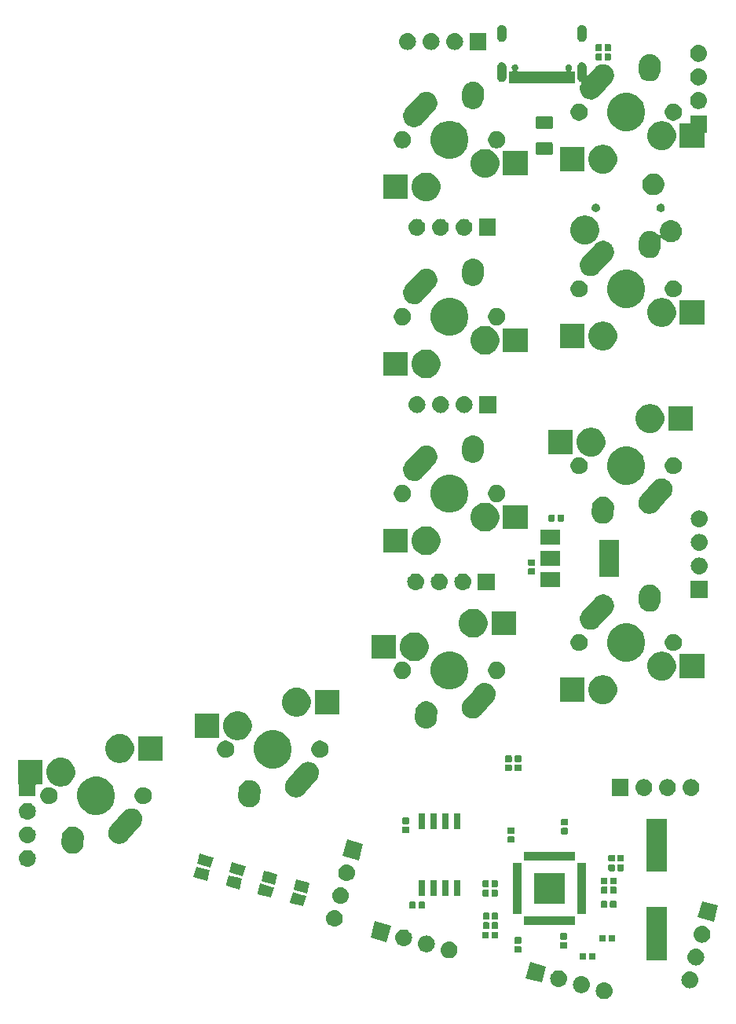
<source format=gbr>
G04 #@! TF.GenerationSoftware,KiCad,Pcbnew,(5.1.4)-1*
G04 #@! TF.CreationDate,2023-02-10T21:16:47-05:00*
G04 #@! TF.ProjectId,ThumbsUp,5468756d-6273-4557-902e-6b696361645f,rev?*
G04 #@! TF.SameCoordinates,Original*
G04 #@! TF.FileFunction,Soldermask,Bot*
G04 #@! TF.FilePolarity,Negative*
%FSLAX46Y46*%
G04 Gerber Fmt 4.6, Leading zero omitted, Abs format (unit mm)*
G04 Created by KiCad (PCBNEW (5.1.4)-1) date 2023-02-10 21:16:47*
%MOMM*%
%LPD*%
G04 APERTURE LIST*
%ADD10C,0.100000*%
G04 APERTURE END LIST*
D10*
G36*
X118803587Y-472190671D02*
G01*
X118869772Y-472197190D01*
X119039611Y-472248710D01*
X119196136Y-472332375D01*
X119231874Y-472361705D01*
X119333331Y-472444967D01*
X119416593Y-472546424D01*
X119445923Y-472582162D01*
X119529588Y-472738687D01*
X119581108Y-472908526D01*
X119598504Y-473085153D01*
X119581108Y-473261780D01*
X119529588Y-473431619D01*
X119445923Y-473588144D01*
X119416593Y-473623882D01*
X119333331Y-473725339D01*
X119231874Y-473808601D01*
X119196136Y-473837931D01*
X119039611Y-473921596D01*
X118869772Y-473973116D01*
X118803587Y-473979635D01*
X118737405Y-473986153D01*
X118648885Y-473986153D01*
X118582703Y-473979635D01*
X118516518Y-473973116D01*
X118346679Y-473921596D01*
X118190154Y-473837931D01*
X118154416Y-473808601D01*
X118052959Y-473725339D01*
X117969697Y-473623882D01*
X117940367Y-473588144D01*
X117856702Y-473431619D01*
X117805182Y-473261780D01*
X117787786Y-473085153D01*
X117805182Y-472908526D01*
X117856702Y-472738687D01*
X117940367Y-472582162D01*
X117969697Y-472546424D01*
X118052959Y-472444967D01*
X118154416Y-472361705D01*
X118190154Y-472332375D01*
X118346679Y-472248710D01*
X118516518Y-472197190D01*
X118582703Y-472190671D01*
X118648885Y-472184153D01*
X118737405Y-472184153D01*
X118803587Y-472190671D01*
X118803587Y-472190671D01*
G37*
G36*
X116350136Y-471533272D02*
G01*
X116416320Y-471539790D01*
X116586159Y-471591310D01*
X116742684Y-471674975D01*
X116778422Y-471704305D01*
X116879879Y-471787567D01*
X116963141Y-471889024D01*
X116992471Y-471924762D01*
X117076136Y-472081287D01*
X117127656Y-472251126D01*
X117145052Y-472427753D01*
X117127656Y-472604380D01*
X117076136Y-472774219D01*
X116992471Y-472930744D01*
X116963141Y-472966482D01*
X116879879Y-473067939D01*
X116778422Y-473151201D01*
X116742684Y-473180531D01*
X116586159Y-473264196D01*
X116416320Y-473315716D01*
X116350135Y-473322235D01*
X116283953Y-473328753D01*
X116195433Y-473328753D01*
X116129251Y-473322235D01*
X116063066Y-473315716D01*
X115893227Y-473264196D01*
X115736702Y-473180531D01*
X115700964Y-473151201D01*
X115599507Y-473067939D01*
X115516245Y-472966482D01*
X115486915Y-472930744D01*
X115403250Y-472774219D01*
X115351730Y-472604380D01*
X115334334Y-472427753D01*
X115351730Y-472251126D01*
X115403250Y-472081287D01*
X115486915Y-471924762D01*
X115516245Y-471889024D01*
X115599507Y-471787567D01*
X115700964Y-471704305D01*
X115736702Y-471674975D01*
X115893227Y-471591310D01*
X116063066Y-471539790D01*
X116129250Y-471533272D01*
X116195433Y-471526753D01*
X116283953Y-471526753D01*
X116350136Y-471533272D01*
X116350136Y-471533272D01*
G37*
G36*
X128034119Y-471017573D02*
G01*
X128109416Y-471024989D01*
X128279255Y-471076509D01*
X128435780Y-471160174D01*
X128471518Y-471189504D01*
X128572975Y-471272766D01*
X128656237Y-471374223D01*
X128685567Y-471409961D01*
X128769232Y-471566486D01*
X128820752Y-471736325D01*
X128838148Y-471912952D01*
X128820752Y-472089579D01*
X128769232Y-472259418D01*
X128685567Y-472415943D01*
X128661747Y-472444967D01*
X128572975Y-472553138D01*
X128471518Y-472636400D01*
X128435780Y-472665730D01*
X128279255Y-472749395D01*
X128109416Y-472800915D01*
X128043232Y-472807433D01*
X127977049Y-472813952D01*
X127888529Y-472813952D01*
X127822346Y-472807433D01*
X127756162Y-472800915D01*
X127586323Y-472749395D01*
X127429798Y-472665730D01*
X127394060Y-472636400D01*
X127292603Y-472553138D01*
X127203831Y-472444967D01*
X127180011Y-472415943D01*
X127096346Y-472259418D01*
X127044826Y-472089579D01*
X127027430Y-471912952D01*
X127044826Y-471736325D01*
X127096346Y-471566486D01*
X127180011Y-471409961D01*
X127209341Y-471374223D01*
X127292603Y-471272766D01*
X127394060Y-471189504D01*
X127429798Y-471160174D01*
X127586323Y-471076509D01*
X127756162Y-471024989D01*
X127831459Y-471017573D01*
X127888529Y-471011952D01*
X127977049Y-471011952D01*
X128034119Y-471017573D01*
X128034119Y-471017573D01*
G37*
G36*
X113896685Y-470875871D02*
G01*
X113962869Y-470882389D01*
X114132708Y-470933909D01*
X114289233Y-471017574D01*
X114298268Y-471024989D01*
X114426428Y-471130166D01*
X114509690Y-471231623D01*
X114539020Y-471267361D01*
X114622685Y-471423886D01*
X114674205Y-471593725D01*
X114691601Y-471770352D01*
X114674205Y-471946979D01*
X114622685Y-472116818D01*
X114539020Y-472273343D01*
X114509690Y-472309081D01*
X114426428Y-472410538D01*
X114324971Y-472493800D01*
X114289233Y-472523130D01*
X114132708Y-472606795D01*
X113962869Y-472658315D01*
X113896684Y-472664834D01*
X113830502Y-472671352D01*
X113741982Y-472671352D01*
X113675800Y-472664834D01*
X113609615Y-472658315D01*
X113439776Y-472606795D01*
X113283251Y-472523130D01*
X113247513Y-472493800D01*
X113146056Y-472410538D01*
X113062794Y-472309081D01*
X113033464Y-472273343D01*
X112949799Y-472116818D01*
X112898279Y-471946979D01*
X112880883Y-471770352D01*
X112898279Y-471593725D01*
X112949799Y-471423886D01*
X113033464Y-471267361D01*
X113062794Y-471231623D01*
X113146056Y-471130166D01*
X113274216Y-471024989D01*
X113283251Y-471017574D01*
X113439776Y-470933909D01*
X113609615Y-470882389D01*
X113675799Y-470875871D01*
X113741982Y-470869352D01*
X113830502Y-470869352D01*
X113896685Y-470875871D01*
X113896685Y-470875871D01*
G37*
G36*
X112436285Y-470475849D02*
G01*
X111969893Y-472216447D01*
X110229295Y-471750055D01*
X110695687Y-470009457D01*
X112436285Y-470475849D01*
X112436285Y-470475849D01*
G37*
G36*
X128700632Y-468565019D02*
G01*
X128766816Y-468571537D01*
X128936655Y-468623057D01*
X129093180Y-468706722D01*
X129128918Y-468736052D01*
X129230375Y-468819314D01*
X129294586Y-468897557D01*
X129342967Y-468956509D01*
X129342968Y-468956511D01*
X129404936Y-469072443D01*
X129426632Y-469113034D01*
X129478152Y-469282873D01*
X129495548Y-469459500D01*
X129478152Y-469636127D01*
X129426632Y-469805966D01*
X129342967Y-469962491D01*
X129313637Y-469998229D01*
X129230375Y-470099686D01*
X129128918Y-470182948D01*
X129093180Y-470212278D01*
X128936655Y-470295943D01*
X128766816Y-470347463D01*
X128700632Y-470353981D01*
X128634449Y-470360500D01*
X128545929Y-470360500D01*
X128479746Y-470353981D01*
X128413562Y-470347463D01*
X128243723Y-470295943D01*
X128087198Y-470212278D01*
X128051460Y-470182948D01*
X127950003Y-470099686D01*
X127866741Y-469998229D01*
X127837411Y-469962491D01*
X127753746Y-469805966D01*
X127702226Y-469636127D01*
X127684830Y-469459500D01*
X127702226Y-469282873D01*
X127753746Y-469113034D01*
X127775443Y-469072443D01*
X127837410Y-468956511D01*
X127837411Y-468956509D01*
X127885792Y-468897557D01*
X127950003Y-468819314D01*
X128051460Y-468736052D01*
X128087198Y-468706722D01*
X128243723Y-468623057D01*
X128413562Y-468571537D01*
X128479746Y-468565019D01*
X128545929Y-468558500D01*
X128634449Y-468558500D01*
X128700632Y-468565019D01*
X128700632Y-468565019D01*
G37*
G36*
X125451000Y-469776000D02*
G01*
X123249000Y-469776000D01*
X123249000Y-464074000D01*
X125451000Y-464074000D01*
X125451000Y-469776000D01*
X125451000Y-469776000D01*
G37*
G36*
X116681938Y-469006716D02*
G01*
X116702557Y-469012971D01*
X116721553Y-469023124D01*
X116738208Y-469036792D01*
X116751876Y-469053447D01*
X116762029Y-469072443D01*
X116768284Y-469093062D01*
X116771000Y-469120640D01*
X116771000Y-469629360D01*
X116768284Y-469656938D01*
X116762029Y-469677557D01*
X116751876Y-469696553D01*
X116738208Y-469713208D01*
X116721553Y-469726876D01*
X116702557Y-469737029D01*
X116681938Y-469743284D01*
X116654360Y-469746000D01*
X116195640Y-469746000D01*
X116168062Y-469743284D01*
X116147443Y-469737029D01*
X116128447Y-469726876D01*
X116111792Y-469713208D01*
X116098124Y-469696553D01*
X116087971Y-469677557D01*
X116081716Y-469656938D01*
X116079000Y-469629360D01*
X116079000Y-469120640D01*
X116081716Y-469093062D01*
X116087971Y-469072443D01*
X116098124Y-469053447D01*
X116111792Y-469036792D01*
X116128447Y-469023124D01*
X116147443Y-469012971D01*
X116168062Y-469006716D01*
X116195640Y-469004000D01*
X116654360Y-469004000D01*
X116681938Y-469006716D01*
X116681938Y-469006716D01*
G37*
G36*
X117651938Y-469006716D02*
G01*
X117672557Y-469012971D01*
X117691553Y-469023124D01*
X117708208Y-469036792D01*
X117721876Y-469053447D01*
X117732029Y-469072443D01*
X117738284Y-469093062D01*
X117741000Y-469120640D01*
X117741000Y-469629360D01*
X117738284Y-469656938D01*
X117732029Y-469677557D01*
X117721876Y-469696553D01*
X117708208Y-469713208D01*
X117691553Y-469726876D01*
X117672557Y-469737029D01*
X117651938Y-469743284D01*
X117624360Y-469746000D01*
X117165640Y-469746000D01*
X117138062Y-469743284D01*
X117117443Y-469737029D01*
X117098447Y-469726876D01*
X117081792Y-469713208D01*
X117068124Y-469696553D01*
X117057971Y-469677557D01*
X117051716Y-469656938D01*
X117049000Y-469629360D01*
X117049000Y-469120640D01*
X117051716Y-469093062D01*
X117057971Y-469072443D01*
X117068124Y-469053447D01*
X117081792Y-469036792D01*
X117098447Y-469023124D01*
X117117443Y-469012971D01*
X117138062Y-469006716D01*
X117165640Y-469004000D01*
X117624360Y-469004000D01*
X117651938Y-469006716D01*
X117651938Y-469006716D01*
G37*
G36*
X102103586Y-467790672D02*
G01*
X102169771Y-467797191D01*
X102339610Y-467848711D01*
X102339612Y-467848712D01*
X102354652Y-467856751D01*
X102496135Y-467932376D01*
X102524672Y-467955796D01*
X102633330Y-468044968D01*
X102716592Y-468146425D01*
X102745922Y-468182163D01*
X102745923Y-468182165D01*
X102821441Y-468323447D01*
X102829587Y-468338688D01*
X102881107Y-468508527D01*
X102898503Y-468685154D01*
X102881107Y-468861781D01*
X102832164Y-469023124D01*
X102829586Y-469031622D01*
X102803254Y-469080886D01*
X102745922Y-469188145D01*
X102716592Y-469223883D01*
X102633330Y-469325340D01*
X102531873Y-469408602D01*
X102496135Y-469437932D01*
X102339610Y-469521597D01*
X102169771Y-469573117D01*
X102103586Y-469579636D01*
X102037404Y-469586154D01*
X101948884Y-469586154D01*
X101882702Y-469579636D01*
X101816517Y-469573117D01*
X101646678Y-469521597D01*
X101490153Y-469437932D01*
X101454415Y-469408602D01*
X101352958Y-469325340D01*
X101269696Y-469223883D01*
X101240366Y-469188145D01*
X101183034Y-469080886D01*
X101156702Y-469031622D01*
X101154124Y-469023124D01*
X101105181Y-468861781D01*
X101087785Y-468685154D01*
X101105181Y-468508527D01*
X101156701Y-468338688D01*
X101164848Y-468323447D01*
X101240365Y-468182165D01*
X101240366Y-468182163D01*
X101269696Y-468146425D01*
X101352958Y-468044968D01*
X101461616Y-467955796D01*
X101490153Y-467932376D01*
X101631636Y-467856751D01*
X101646676Y-467848712D01*
X101646678Y-467848711D01*
X101816517Y-467797191D01*
X101882702Y-467790672D01*
X101948884Y-467784154D01*
X102037404Y-467784154D01*
X102103586Y-467790672D01*
X102103586Y-467790672D01*
G37*
G36*
X109681938Y-468276716D02*
G01*
X109702557Y-468282971D01*
X109721553Y-468293124D01*
X109738208Y-468306792D01*
X109751876Y-468323447D01*
X109762029Y-468342443D01*
X109768284Y-468363062D01*
X109771000Y-468390640D01*
X109771000Y-468849360D01*
X109768284Y-468876938D01*
X109762029Y-468897557D01*
X109751876Y-468916553D01*
X109738208Y-468933208D01*
X109721553Y-468946876D01*
X109702557Y-468957029D01*
X109681938Y-468963284D01*
X109654360Y-468966000D01*
X109145640Y-468966000D01*
X109118062Y-468963284D01*
X109097443Y-468957029D01*
X109078447Y-468946876D01*
X109061792Y-468933208D01*
X109048124Y-468916553D01*
X109037971Y-468897557D01*
X109031716Y-468876938D01*
X109029000Y-468849360D01*
X109029000Y-468390640D01*
X109031716Y-468363062D01*
X109037971Y-468342443D01*
X109048124Y-468323447D01*
X109061792Y-468306792D01*
X109078447Y-468293124D01*
X109097443Y-468282971D01*
X109118062Y-468276716D01*
X109145640Y-468274000D01*
X109654360Y-468274000D01*
X109681938Y-468276716D01*
X109681938Y-468276716D01*
G37*
G36*
X99625904Y-467130886D02*
G01*
X99716319Y-467139791D01*
X99886158Y-467191311D01*
X100042683Y-467274976D01*
X100078049Y-467304000D01*
X100179878Y-467387568D01*
X100253272Y-467477000D01*
X100292470Y-467524763D01*
X100292471Y-467524765D01*
X100375105Y-467679360D01*
X100376135Y-467681288D01*
X100427655Y-467851127D01*
X100445051Y-468027754D01*
X100427655Y-468204381D01*
X100376135Y-468374220D01*
X100292470Y-468530745D01*
X100269692Y-468558500D01*
X100179878Y-468667940D01*
X100078421Y-468751202D01*
X100042683Y-468780532D01*
X99886158Y-468864197D01*
X99716319Y-468915717D01*
X99650134Y-468922236D01*
X99583952Y-468928754D01*
X99495432Y-468928754D01*
X99429250Y-468922236D01*
X99363065Y-468915717D01*
X99193226Y-468864197D01*
X99036701Y-468780532D01*
X99000963Y-468751202D01*
X98899506Y-468667940D01*
X98809692Y-468558500D01*
X98786914Y-468530745D01*
X98703249Y-468374220D01*
X98651729Y-468204381D01*
X98634333Y-468027754D01*
X98651729Y-467851127D01*
X98703249Y-467681288D01*
X98704280Y-467679360D01*
X98786913Y-467524765D01*
X98786914Y-467524763D01*
X98826112Y-467477000D01*
X98899506Y-467387568D01*
X99001335Y-467304000D01*
X99036701Y-467274976D01*
X99193226Y-467191311D01*
X99363065Y-467139791D01*
X99453480Y-467130886D01*
X99495432Y-467126754D01*
X99583952Y-467126754D01*
X99625904Y-467130886D01*
X99625904Y-467130886D01*
G37*
G36*
X114606938Y-467851716D02*
G01*
X114627557Y-467857971D01*
X114646553Y-467868124D01*
X114663208Y-467881792D01*
X114676876Y-467898447D01*
X114687029Y-467917443D01*
X114693284Y-467938062D01*
X114696000Y-467965640D01*
X114696000Y-468424360D01*
X114693284Y-468451938D01*
X114687029Y-468472557D01*
X114676876Y-468491553D01*
X114663208Y-468508208D01*
X114646553Y-468521876D01*
X114627557Y-468532029D01*
X114606938Y-468538284D01*
X114579360Y-468541000D01*
X114070640Y-468541000D01*
X114043062Y-468538284D01*
X114022443Y-468532029D01*
X114003447Y-468521876D01*
X113986792Y-468508208D01*
X113973124Y-468491553D01*
X113962971Y-468472557D01*
X113956716Y-468451938D01*
X113954000Y-468424360D01*
X113954000Y-467965640D01*
X113956716Y-467938062D01*
X113962971Y-467917443D01*
X113973124Y-467898447D01*
X113986792Y-467881792D01*
X114003447Y-467868124D01*
X114022443Y-467857971D01*
X114043062Y-467851716D01*
X114070640Y-467849000D01*
X114579360Y-467849000D01*
X114606938Y-467851716D01*
X114606938Y-467851716D01*
G37*
G36*
X97196683Y-466475871D02*
G01*
X97262868Y-466482390D01*
X97432707Y-466533910D01*
X97589232Y-466617575D01*
X97624970Y-466646905D01*
X97726427Y-466730167D01*
X97807882Y-466829422D01*
X97839019Y-466867362D01*
X97922684Y-467023887D01*
X97974204Y-467193726D01*
X97991600Y-467370353D01*
X97974204Y-467546980D01*
X97922684Y-467716819D01*
X97839019Y-467873344D01*
X97826003Y-467889204D01*
X97726427Y-468010539D01*
X97624970Y-468093801D01*
X97589232Y-468123131D01*
X97432707Y-468206796D01*
X97262868Y-468258316D01*
X97196683Y-468264835D01*
X97130501Y-468271353D01*
X97041981Y-468271353D01*
X96975799Y-468264835D01*
X96909614Y-468258316D01*
X96739775Y-468206796D01*
X96583250Y-468123131D01*
X96547512Y-468093801D01*
X96446055Y-468010539D01*
X96346479Y-467889204D01*
X96333463Y-467873344D01*
X96249798Y-467716819D01*
X96198278Y-467546980D01*
X96180882Y-467370353D01*
X96198278Y-467193726D01*
X96249798Y-467023887D01*
X96333463Y-466867362D01*
X96364600Y-466829422D01*
X96446055Y-466730167D01*
X96547512Y-466646905D01*
X96583250Y-466617575D01*
X96739775Y-466533910D01*
X96909614Y-466482390D01*
X96975799Y-466475871D01*
X97041981Y-466469353D01*
X97130501Y-466469353D01*
X97196683Y-466475871D01*
X97196683Y-466475871D01*
G37*
G36*
X109681938Y-467306716D02*
G01*
X109702557Y-467312971D01*
X109721553Y-467323124D01*
X109738208Y-467336792D01*
X109751876Y-467353447D01*
X109762029Y-467372443D01*
X109768284Y-467393062D01*
X109771000Y-467420640D01*
X109771000Y-467879360D01*
X109768284Y-467906938D01*
X109762029Y-467927557D01*
X109751876Y-467946553D01*
X109738208Y-467963208D01*
X109721553Y-467976876D01*
X109702557Y-467987029D01*
X109681938Y-467993284D01*
X109654360Y-467996000D01*
X109145640Y-467996000D01*
X109118062Y-467993284D01*
X109097443Y-467987029D01*
X109078447Y-467976876D01*
X109061792Y-467963208D01*
X109048124Y-467946553D01*
X109037971Y-467927557D01*
X109031716Y-467906938D01*
X109029000Y-467879360D01*
X109029000Y-467420640D01*
X109031716Y-467393062D01*
X109037971Y-467372443D01*
X109048124Y-467353447D01*
X109061792Y-467336792D01*
X109078447Y-467323124D01*
X109097443Y-467312971D01*
X109118062Y-467306716D01*
X109145640Y-467304000D01*
X109654360Y-467304000D01*
X109681938Y-467306716D01*
X109681938Y-467306716D01*
G37*
G36*
X129358033Y-466111568D02*
G01*
X129424217Y-466118086D01*
X129594056Y-466169606D01*
X129750581Y-466253271D01*
X129768528Y-466268000D01*
X129887776Y-466365863D01*
X129947209Y-466438284D01*
X130000368Y-466503058D01*
X130084033Y-466659583D01*
X130135553Y-466829422D01*
X130152949Y-467006049D01*
X130135553Y-467182676D01*
X130084033Y-467352515D01*
X130000368Y-467509040D01*
X129976430Y-467538208D01*
X129887776Y-467646235D01*
X129801768Y-467716819D01*
X129750581Y-467758827D01*
X129594056Y-467842492D01*
X129424217Y-467894012D01*
X129366759Y-467899671D01*
X129291850Y-467907049D01*
X129203330Y-467907049D01*
X129128421Y-467899671D01*
X129070963Y-467894012D01*
X128901124Y-467842492D01*
X128744599Y-467758827D01*
X128693412Y-467716819D01*
X128607404Y-467646235D01*
X128518750Y-467538208D01*
X128494812Y-467509040D01*
X128411147Y-467352515D01*
X128359627Y-467182676D01*
X128342231Y-467006049D01*
X128359627Y-466829422D01*
X128411147Y-466659583D01*
X128494812Y-466503058D01*
X128547971Y-466438284D01*
X128607404Y-466365863D01*
X128726652Y-466268000D01*
X128744599Y-466253271D01*
X128901124Y-466169606D01*
X129070963Y-466118086D01*
X129137147Y-466111568D01*
X129203330Y-466105049D01*
X129291850Y-466105049D01*
X129358033Y-466111568D01*
X129358033Y-466111568D01*
G37*
G36*
X95736284Y-466075850D02*
G01*
X95269892Y-467816448D01*
X93529294Y-467350056D01*
X93995686Y-465609458D01*
X95736284Y-466075850D01*
X95736284Y-466075850D01*
G37*
G36*
X119776938Y-467056716D02*
G01*
X119797557Y-467062971D01*
X119816553Y-467073124D01*
X119833208Y-467086792D01*
X119846876Y-467103447D01*
X119857029Y-467122443D01*
X119863284Y-467143062D01*
X119866000Y-467170640D01*
X119866000Y-467679360D01*
X119863284Y-467706938D01*
X119857029Y-467727557D01*
X119846876Y-467746553D01*
X119833208Y-467763208D01*
X119816553Y-467776876D01*
X119797557Y-467787029D01*
X119776938Y-467793284D01*
X119749360Y-467796000D01*
X119290640Y-467796000D01*
X119263062Y-467793284D01*
X119242443Y-467787029D01*
X119223447Y-467776876D01*
X119206792Y-467763208D01*
X119193124Y-467746553D01*
X119182971Y-467727557D01*
X119176716Y-467706938D01*
X119174000Y-467679360D01*
X119174000Y-467170640D01*
X119176716Y-467143062D01*
X119182971Y-467122443D01*
X119193124Y-467103447D01*
X119206792Y-467086792D01*
X119223447Y-467073124D01*
X119242443Y-467062971D01*
X119263062Y-467056716D01*
X119290640Y-467054000D01*
X119749360Y-467054000D01*
X119776938Y-467056716D01*
X119776938Y-467056716D01*
G37*
G36*
X118806938Y-467056716D02*
G01*
X118827557Y-467062971D01*
X118846553Y-467073124D01*
X118863208Y-467086792D01*
X118876876Y-467103447D01*
X118887029Y-467122443D01*
X118893284Y-467143062D01*
X118896000Y-467170640D01*
X118896000Y-467679360D01*
X118893284Y-467706938D01*
X118887029Y-467727557D01*
X118876876Y-467746553D01*
X118863208Y-467763208D01*
X118846553Y-467776876D01*
X118827557Y-467787029D01*
X118806938Y-467793284D01*
X118779360Y-467796000D01*
X118320640Y-467796000D01*
X118293062Y-467793284D01*
X118272443Y-467787029D01*
X118253447Y-467776876D01*
X118236792Y-467763208D01*
X118223124Y-467746553D01*
X118212971Y-467727557D01*
X118206716Y-467706938D01*
X118204000Y-467679360D01*
X118204000Y-467170640D01*
X118206716Y-467143062D01*
X118212971Y-467122443D01*
X118223124Y-467103447D01*
X118236792Y-467086792D01*
X118253447Y-467073124D01*
X118272443Y-467062971D01*
X118293062Y-467056716D01*
X118320640Y-467054000D01*
X118779360Y-467054000D01*
X118806938Y-467056716D01*
X118806938Y-467056716D01*
G37*
G36*
X114606938Y-466881716D02*
G01*
X114627557Y-466887971D01*
X114646553Y-466898124D01*
X114663208Y-466911792D01*
X114676876Y-466928447D01*
X114687029Y-466947443D01*
X114693284Y-466968062D01*
X114696000Y-466995640D01*
X114696000Y-467454360D01*
X114693284Y-467481938D01*
X114687029Y-467502557D01*
X114676876Y-467521553D01*
X114663208Y-467538208D01*
X114646553Y-467551876D01*
X114627557Y-467562029D01*
X114606938Y-467568284D01*
X114579360Y-467571000D01*
X114070640Y-467571000D01*
X114043062Y-467568284D01*
X114022443Y-467562029D01*
X114003447Y-467551876D01*
X113986792Y-467538208D01*
X113973124Y-467521553D01*
X113962971Y-467502557D01*
X113956716Y-467481938D01*
X113954000Y-467454360D01*
X113954000Y-466995640D01*
X113956716Y-466968062D01*
X113962971Y-466947443D01*
X113973124Y-466928447D01*
X113986792Y-466911792D01*
X114003447Y-466898124D01*
X114022443Y-466887971D01*
X114043062Y-466881716D01*
X114070640Y-466879000D01*
X114579360Y-466879000D01*
X114606938Y-466881716D01*
X114606938Y-466881716D01*
G37*
G36*
X107166938Y-466721716D02*
G01*
X107187557Y-466727971D01*
X107206553Y-466738124D01*
X107223208Y-466751792D01*
X107236876Y-466768447D01*
X107247029Y-466787443D01*
X107253284Y-466808062D01*
X107256000Y-466835640D01*
X107256000Y-467344360D01*
X107253284Y-467371938D01*
X107247029Y-467392557D01*
X107236876Y-467411553D01*
X107223208Y-467428208D01*
X107206553Y-467441876D01*
X107187557Y-467452029D01*
X107166938Y-467458284D01*
X107139360Y-467461000D01*
X106680640Y-467461000D01*
X106653062Y-467458284D01*
X106632443Y-467452029D01*
X106613447Y-467441876D01*
X106596792Y-467428208D01*
X106583124Y-467411553D01*
X106572971Y-467392557D01*
X106566716Y-467371938D01*
X106564000Y-467344360D01*
X106564000Y-466835640D01*
X106566716Y-466808062D01*
X106572971Y-466787443D01*
X106583124Y-466768447D01*
X106596792Y-466751792D01*
X106613447Y-466738124D01*
X106632443Y-466727971D01*
X106653062Y-466721716D01*
X106680640Y-466719000D01*
X107139360Y-466719000D01*
X107166938Y-466721716D01*
X107166938Y-466721716D01*
G37*
G36*
X106196938Y-466721716D02*
G01*
X106217557Y-466727971D01*
X106236553Y-466738124D01*
X106253208Y-466751792D01*
X106266876Y-466768447D01*
X106277029Y-466787443D01*
X106283284Y-466808062D01*
X106286000Y-466835640D01*
X106286000Y-467344360D01*
X106283284Y-467371938D01*
X106277029Y-467392557D01*
X106266876Y-467411553D01*
X106253208Y-467428208D01*
X106236553Y-467441876D01*
X106217557Y-467452029D01*
X106196938Y-467458284D01*
X106169360Y-467461000D01*
X105710640Y-467461000D01*
X105683062Y-467458284D01*
X105662443Y-467452029D01*
X105643447Y-467441876D01*
X105626792Y-467428208D01*
X105613124Y-467411553D01*
X105602971Y-467392557D01*
X105596716Y-467371938D01*
X105594000Y-467344360D01*
X105594000Y-466835640D01*
X105596716Y-466808062D01*
X105602971Y-466787443D01*
X105613124Y-466768447D01*
X105626792Y-466751792D01*
X105643447Y-466738124D01*
X105662443Y-466727971D01*
X105683062Y-466721716D01*
X105710640Y-466719000D01*
X106169360Y-466719000D01*
X106196938Y-466721716D01*
X106196938Y-466721716D01*
G37*
G36*
X107186938Y-465701716D02*
G01*
X107207557Y-465707971D01*
X107226553Y-465718124D01*
X107243208Y-465731792D01*
X107256876Y-465748447D01*
X107267029Y-465767443D01*
X107273284Y-465788062D01*
X107276000Y-465815640D01*
X107276000Y-466324360D01*
X107273284Y-466351938D01*
X107267029Y-466372557D01*
X107256876Y-466391553D01*
X107243208Y-466408208D01*
X107226553Y-466421876D01*
X107207557Y-466432029D01*
X107186938Y-466438284D01*
X107159360Y-466441000D01*
X106700640Y-466441000D01*
X106673062Y-466438284D01*
X106652443Y-466432029D01*
X106633447Y-466421876D01*
X106616792Y-466408208D01*
X106603124Y-466391553D01*
X106592971Y-466372557D01*
X106586716Y-466351938D01*
X106584000Y-466324360D01*
X106584000Y-465815640D01*
X106586716Y-465788062D01*
X106592971Y-465767443D01*
X106603124Y-465748447D01*
X106616792Y-465731792D01*
X106633447Y-465718124D01*
X106652443Y-465707971D01*
X106673062Y-465701716D01*
X106700640Y-465699000D01*
X107159360Y-465699000D01*
X107186938Y-465701716D01*
X107186938Y-465701716D01*
G37*
G36*
X106216938Y-465701716D02*
G01*
X106237557Y-465707971D01*
X106256553Y-465718124D01*
X106273208Y-465731792D01*
X106286876Y-465748447D01*
X106297029Y-465767443D01*
X106303284Y-465788062D01*
X106306000Y-465815640D01*
X106306000Y-466324360D01*
X106303284Y-466351938D01*
X106297029Y-466372557D01*
X106286876Y-466391553D01*
X106273208Y-466408208D01*
X106256553Y-466421876D01*
X106237557Y-466432029D01*
X106216938Y-466438284D01*
X106189360Y-466441000D01*
X105730640Y-466441000D01*
X105703062Y-466438284D01*
X105682443Y-466432029D01*
X105663447Y-466421876D01*
X105646792Y-466408208D01*
X105633124Y-466391553D01*
X105622971Y-466372557D01*
X105616716Y-466351938D01*
X105614000Y-466324360D01*
X105614000Y-465815640D01*
X105616716Y-465788062D01*
X105622971Y-465767443D01*
X105633124Y-465748447D01*
X105646792Y-465731792D01*
X105663447Y-465718124D01*
X105682443Y-465707971D01*
X105703062Y-465701716D01*
X105730640Y-465699000D01*
X106189360Y-465699000D01*
X106216938Y-465701716D01*
X106216938Y-465701716D01*
G37*
G36*
X89738399Y-464377339D02*
G01*
X89804583Y-464383857D01*
X89974422Y-464435377D01*
X90130947Y-464519042D01*
X90166685Y-464548372D01*
X90268142Y-464631634D01*
X90330941Y-464708156D01*
X90380734Y-464768829D01*
X90464399Y-464925354D01*
X90515919Y-465095193D01*
X90533315Y-465271820D01*
X90515919Y-465448447D01*
X90464399Y-465618286D01*
X90380734Y-465774811D01*
X90369859Y-465788062D01*
X90268142Y-465912006D01*
X90166685Y-465995268D01*
X90130947Y-466024598D01*
X89974422Y-466108263D01*
X89804583Y-466159783D01*
X89738398Y-466166302D01*
X89672216Y-466172820D01*
X89583696Y-466172820D01*
X89517514Y-466166302D01*
X89451329Y-466159783D01*
X89281490Y-466108263D01*
X89124965Y-466024598D01*
X89089227Y-465995268D01*
X88987770Y-465912006D01*
X88886053Y-465788062D01*
X88875178Y-465774811D01*
X88791513Y-465618286D01*
X88739993Y-465448447D01*
X88722597Y-465271820D01*
X88739993Y-465095193D01*
X88791513Y-464925354D01*
X88875178Y-464768829D01*
X88924971Y-464708156D01*
X88987770Y-464631634D01*
X89089227Y-464548372D01*
X89124965Y-464519042D01*
X89281490Y-464435377D01*
X89451329Y-464383857D01*
X89517513Y-464377339D01*
X89583696Y-464370820D01*
X89672216Y-464370820D01*
X89738399Y-464377339D01*
X89738399Y-464377339D01*
G37*
G36*
X115551000Y-465976000D02*
G01*
X110049000Y-465976000D01*
X110049000Y-465024000D01*
X115551000Y-465024000D01*
X115551000Y-465976000D01*
X115551000Y-465976000D01*
G37*
G36*
X131008485Y-463915494D02*
G01*
X130542093Y-465656092D01*
X128801495Y-465189700D01*
X129267887Y-463449102D01*
X131008485Y-463915494D01*
X131008485Y-463915494D01*
G37*
G36*
X106221938Y-464681716D02*
G01*
X106242557Y-464687971D01*
X106261553Y-464698124D01*
X106278208Y-464711792D01*
X106291876Y-464728447D01*
X106302029Y-464747443D01*
X106308284Y-464768062D01*
X106311000Y-464795640D01*
X106311000Y-465304360D01*
X106308284Y-465331938D01*
X106302029Y-465352557D01*
X106291876Y-465371553D01*
X106278208Y-465388208D01*
X106261553Y-465401876D01*
X106242557Y-465412029D01*
X106221938Y-465418284D01*
X106194360Y-465421000D01*
X105735640Y-465421000D01*
X105708062Y-465418284D01*
X105687443Y-465412029D01*
X105668447Y-465401876D01*
X105651792Y-465388208D01*
X105638124Y-465371553D01*
X105627971Y-465352557D01*
X105621716Y-465331938D01*
X105619000Y-465304360D01*
X105619000Y-464795640D01*
X105621716Y-464768062D01*
X105627971Y-464747443D01*
X105638124Y-464728447D01*
X105651792Y-464711792D01*
X105668447Y-464698124D01*
X105687443Y-464687971D01*
X105708062Y-464681716D01*
X105735640Y-464679000D01*
X106194360Y-464679000D01*
X106221938Y-464681716D01*
X106221938Y-464681716D01*
G37*
G36*
X107191938Y-464681716D02*
G01*
X107212557Y-464687971D01*
X107231553Y-464698124D01*
X107248208Y-464711792D01*
X107261876Y-464728447D01*
X107272029Y-464747443D01*
X107278284Y-464768062D01*
X107281000Y-464795640D01*
X107281000Y-465304360D01*
X107278284Y-465331938D01*
X107272029Y-465352557D01*
X107261876Y-465371553D01*
X107248208Y-465388208D01*
X107231553Y-465401876D01*
X107212557Y-465412029D01*
X107191938Y-465418284D01*
X107164360Y-465421000D01*
X106705640Y-465421000D01*
X106678062Y-465418284D01*
X106657443Y-465412029D01*
X106638447Y-465401876D01*
X106621792Y-465388208D01*
X106608124Y-465371553D01*
X106597971Y-465352557D01*
X106591716Y-465331938D01*
X106589000Y-465304360D01*
X106589000Y-464795640D01*
X106591716Y-464768062D01*
X106597971Y-464747443D01*
X106608124Y-464728447D01*
X106621792Y-464711792D01*
X106638447Y-464698124D01*
X106657443Y-464687971D01*
X106678062Y-464681716D01*
X106705640Y-464679000D01*
X107164360Y-464679000D01*
X107191938Y-464681716D01*
X107191938Y-464681716D01*
G37*
G36*
X116726000Y-464801000D02*
G01*
X115774000Y-464801000D01*
X115774000Y-459299000D01*
X116726000Y-459299000D01*
X116726000Y-464801000D01*
X116726000Y-464801000D01*
G37*
G36*
X109826000Y-464801000D02*
G01*
X108874000Y-464801000D01*
X108874000Y-459299000D01*
X109826000Y-459299000D01*
X109826000Y-464801000D01*
X109826000Y-464801000D01*
G37*
G36*
X98311938Y-463491716D02*
G01*
X98332557Y-463497971D01*
X98351553Y-463508124D01*
X98368208Y-463521792D01*
X98381876Y-463538447D01*
X98392029Y-463557443D01*
X98398284Y-463578062D01*
X98401000Y-463605640D01*
X98401000Y-464114360D01*
X98398284Y-464141938D01*
X98392029Y-464162557D01*
X98381876Y-464181553D01*
X98368208Y-464198208D01*
X98351553Y-464211876D01*
X98332557Y-464222029D01*
X98311938Y-464228284D01*
X98284360Y-464231000D01*
X97825640Y-464231000D01*
X97798062Y-464228284D01*
X97777443Y-464222029D01*
X97758447Y-464211876D01*
X97741792Y-464198208D01*
X97728124Y-464181553D01*
X97717971Y-464162557D01*
X97711716Y-464141938D01*
X97709000Y-464114360D01*
X97709000Y-463605640D01*
X97711716Y-463578062D01*
X97717971Y-463557443D01*
X97728124Y-463538447D01*
X97741792Y-463521792D01*
X97758447Y-463508124D01*
X97777443Y-463497971D01*
X97798062Y-463491716D01*
X97825640Y-463489000D01*
X98284360Y-463489000D01*
X98311938Y-463491716D01*
X98311938Y-463491716D01*
G37*
G36*
X99281938Y-463491716D02*
G01*
X99302557Y-463497971D01*
X99321553Y-463508124D01*
X99338208Y-463521792D01*
X99351876Y-463538447D01*
X99362029Y-463557443D01*
X99368284Y-463578062D01*
X99371000Y-463605640D01*
X99371000Y-464114360D01*
X99368284Y-464141938D01*
X99362029Y-464162557D01*
X99351876Y-464181553D01*
X99338208Y-464198208D01*
X99321553Y-464211876D01*
X99302557Y-464222029D01*
X99281938Y-464228284D01*
X99254360Y-464231000D01*
X98795640Y-464231000D01*
X98768062Y-464228284D01*
X98747443Y-464222029D01*
X98728447Y-464211876D01*
X98711792Y-464198208D01*
X98698124Y-464181553D01*
X98687971Y-464162557D01*
X98681716Y-464141938D01*
X98679000Y-464114360D01*
X98679000Y-463605640D01*
X98681716Y-463578062D01*
X98687971Y-463557443D01*
X98698124Y-463538447D01*
X98711792Y-463521792D01*
X98728447Y-463508124D01*
X98747443Y-463497971D01*
X98768062Y-463491716D01*
X98795640Y-463489000D01*
X99254360Y-463489000D01*
X99281938Y-463491716D01*
X99281938Y-463491716D01*
G37*
G36*
X119926938Y-463406716D02*
G01*
X119947557Y-463412971D01*
X119966553Y-463423124D01*
X119983208Y-463436792D01*
X119996876Y-463453447D01*
X120007029Y-463472443D01*
X120013284Y-463493062D01*
X120016000Y-463520640D01*
X120016000Y-464029360D01*
X120013284Y-464056938D01*
X120007029Y-464077557D01*
X119996876Y-464096553D01*
X119983208Y-464113208D01*
X119966553Y-464126876D01*
X119947557Y-464137029D01*
X119926938Y-464143284D01*
X119899360Y-464146000D01*
X119440640Y-464146000D01*
X119413062Y-464143284D01*
X119392443Y-464137029D01*
X119373447Y-464126876D01*
X119356792Y-464113208D01*
X119343124Y-464096553D01*
X119332971Y-464077557D01*
X119326716Y-464056938D01*
X119324000Y-464029360D01*
X119324000Y-463520640D01*
X119326716Y-463493062D01*
X119332971Y-463472443D01*
X119343124Y-463453447D01*
X119356792Y-463436792D01*
X119373447Y-463423124D01*
X119392443Y-463412971D01*
X119413062Y-463406716D01*
X119440640Y-463404000D01*
X119899360Y-463404000D01*
X119926938Y-463406716D01*
X119926938Y-463406716D01*
G37*
G36*
X118956938Y-463406716D02*
G01*
X118977557Y-463412971D01*
X118996553Y-463423124D01*
X119013208Y-463436792D01*
X119026876Y-463453447D01*
X119037029Y-463472443D01*
X119043284Y-463493062D01*
X119046000Y-463520640D01*
X119046000Y-464029360D01*
X119043284Y-464056938D01*
X119037029Y-464077557D01*
X119026876Y-464096553D01*
X119013208Y-464113208D01*
X118996553Y-464126876D01*
X118977557Y-464137029D01*
X118956938Y-464143284D01*
X118929360Y-464146000D01*
X118470640Y-464146000D01*
X118443062Y-464143284D01*
X118422443Y-464137029D01*
X118403447Y-464126876D01*
X118386792Y-464113208D01*
X118373124Y-464096553D01*
X118362971Y-464077557D01*
X118356716Y-464056938D01*
X118354000Y-464029360D01*
X118354000Y-463520640D01*
X118356716Y-463493062D01*
X118362971Y-463472443D01*
X118373124Y-463453447D01*
X118386792Y-463436792D01*
X118403447Y-463423124D01*
X118422443Y-463412971D01*
X118443062Y-463406716D01*
X118470640Y-463404000D01*
X118929360Y-463404000D01*
X118956938Y-463406716D01*
X118956938Y-463406716D01*
G37*
G36*
X85801206Y-462662593D02*
G01*
X86576536Y-462870342D01*
X86278377Y-463983088D01*
X86278376Y-463983088D01*
X84827556Y-463594342D01*
X84852254Y-463502169D01*
X85125715Y-462481596D01*
X85125716Y-462481596D01*
X85801206Y-462662593D01*
X85801206Y-462662593D01*
G37*
G36*
X90395799Y-461923887D02*
G01*
X90461983Y-461930405D01*
X90631822Y-461981925D01*
X90788347Y-462065590D01*
X90824085Y-462094920D01*
X90925542Y-462178182D01*
X91008804Y-462279639D01*
X91038134Y-462315377D01*
X91121799Y-462471902D01*
X91173319Y-462641741D01*
X91190715Y-462818368D01*
X91173319Y-462994995D01*
X91121799Y-463164834D01*
X91038134Y-463321359D01*
X91008804Y-463357097D01*
X90925542Y-463458554D01*
X90848485Y-463521792D01*
X90788347Y-463571146D01*
X90631822Y-463654811D01*
X90461983Y-463706331D01*
X90395799Y-463712849D01*
X90329616Y-463719368D01*
X90241096Y-463719368D01*
X90174913Y-463712849D01*
X90108729Y-463706331D01*
X89938890Y-463654811D01*
X89782365Y-463571146D01*
X89722227Y-463521792D01*
X89645170Y-463458554D01*
X89561908Y-463357097D01*
X89532578Y-463321359D01*
X89448913Y-463164834D01*
X89397393Y-462994995D01*
X89379997Y-462818368D01*
X89397393Y-462641741D01*
X89448913Y-462471902D01*
X89532578Y-462315377D01*
X89561908Y-462279639D01*
X89645170Y-462178182D01*
X89746627Y-462094920D01*
X89782365Y-462065590D01*
X89938890Y-461981925D01*
X90108729Y-461930405D01*
X90174913Y-461923887D01*
X90241096Y-461917368D01*
X90329616Y-461917368D01*
X90395799Y-461923887D01*
X90395799Y-461923887D01*
G37*
G36*
X114451000Y-463701000D02*
G01*
X111149000Y-463701000D01*
X111149000Y-460399000D01*
X114451000Y-460399000D01*
X114451000Y-463701000D01*
X114451000Y-463701000D01*
G37*
G36*
X82999180Y-461911792D02*
G01*
X83099203Y-461938593D01*
X82801044Y-463051339D01*
X82801043Y-463051339D01*
X81350223Y-462662593D01*
X81394058Y-462499000D01*
X81648382Y-461549847D01*
X81648383Y-461549847D01*
X82999180Y-461911792D01*
X82999180Y-461911792D01*
G37*
G36*
X106186938Y-462181716D02*
G01*
X106207557Y-462187971D01*
X106226553Y-462198124D01*
X106243208Y-462211792D01*
X106256876Y-462228447D01*
X106267029Y-462247443D01*
X106273284Y-462268062D01*
X106276000Y-462295640D01*
X106276000Y-462804360D01*
X106273284Y-462831938D01*
X106267029Y-462852557D01*
X106256876Y-462871553D01*
X106243208Y-462888208D01*
X106226553Y-462901876D01*
X106207557Y-462912029D01*
X106186938Y-462918284D01*
X106159360Y-462921000D01*
X105700640Y-462921000D01*
X105673062Y-462918284D01*
X105652443Y-462912029D01*
X105633447Y-462901876D01*
X105616792Y-462888208D01*
X105603124Y-462871553D01*
X105592971Y-462852557D01*
X105586716Y-462831938D01*
X105584000Y-462804360D01*
X105584000Y-462295640D01*
X105586716Y-462268062D01*
X105592971Y-462247443D01*
X105603124Y-462228447D01*
X105616792Y-462211792D01*
X105633447Y-462198124D01*
X105652443Y-462187971D01*
X105673062Y-462181716D01*
X105700640Y-462179000D01*
X106159360Y-462179000D01*
X106186938Y-462181716D01*
X106186938Y-462181716D01*
G37*
G36*
X107156938Y-462181716D02*
G01*
X107177557Y-462187971D01*
X107196553Y-462198124D01*
X107213208Y-462211792D01*
X107226876Y-462228447D01*
X107237029Y-462247443D01*
X107243284Y-462268062D01*
X107246000Y-462295640D01*
X107246000Y-462804360D01*
X107243284Y-462831938D01*
X107237029Y-462852557D01*
X107226876Y-462871553D01*
X107213208Y-462888208D01*
X107196553Y-462901876D01*
X107177557Y-462912029D01*
X107156938Y-462918284D01*
X107129360Y-462921000D01*
X106670640Y-462921000D01*
X106643062Y-462918284D01*
X106622443Y-462912029D01*
X106603447Y-462901876D01*
X106586792Y-462888208D01*
X106573124Y-462871553D01*
X106562971Y-462852557D01*
X106556716Y-462831938D01*
X106554000Y-462804360D01*
X106554000Y-462295640D01*
X106556716Y-462268062D01*
X106562971Y-462247443D01*
X106573124Y-462228447D01*
X106586792Y-462211792D01*
X106603447Y-462198124D01*
X106622443Y-462187971D01*
X106643062Y-462181716D01*
X106670640Y-462179000D01*
X107129360Y-462179000D01*
X107156938Y-462181716D01*
X107156938Y-462181716D01*
G37*
G36*
X101961000Y-462886000D02*
G01*
X101209000Y-462886000D01*
X101209000Y-461134000D01*
X101961000Y-461134000D01*
X101961000Y-462886000D01*
X101961000Y-462886000D01*
G37*
G36*
X100691000Y-462886000D02*
G01*
X99939000Y-462886000D01*
X99939000Y-461134000D01*
X100691000Y-461134000D01*
X100691000Y-462886000D01*
X100691000Y-462886000D01*
G37*
G36*
X99421000Y-462886000D02*
G01*
X98669000Y-462886000D01*
X98669000Y-461134000D01*
X99421000Y-461134000D01*
X99421000Y-462886000D01*
X99421000Y-462886000D01*
G37*
G36*
X103231000Y-462886000D02*
G01*
X102479000Y-462886000D01*
X102479000Y-461134000D01*
X103231000Y-461134000D01*
X103231000Y-462886000D01*
X103231000Y-462886000D01*
G37*
G36*
X119941938Y-461881716D02*
G01*
X119962557Y-461887971D01*
X119981553Y-461898124D01*
X119998208Y-461911792D01*
X120011876Y-461928447D01*
X120022029Y-461947443D01*
X120028284Y-461968062D01*
X120031000Y-461995640D01*
X120031000Y-462504360D01*
X120028284Y-462531938D01*
X120022029Y-462552557D01*
X120011876Y-462571553D01*
X119998208Y-462588208D01*
X119981553Y-462601876D01*
X119962557Y-462612029D01*
X119941938Y-462618284D01*
X119914360Y-462621000D01*
X119455640Y-462621000D01*
X119428062Y-462618284D01*
X119407443Y-462612029D01*
X119388447Y-462601876D01*
X119371792Y-462588208D01*
X119358124Y-462571553D01*
X119347971Y-462552557D01*
X119341716Y-462531938D01*
X119339000Y-462504360D01*
X119339000Y-461995640D01*
X119341716Y-461968062D01*
X119347971Y-461947443D01*
X119358124Y-461928447D01*
X119371792Y-461911792D01*
X119388447Y-461898124D01*
X119407443Y-461887971D01*
X119428062Y-461881716D01*
X119455640Y-461879000D01*
X119914360Y-461879000D01*
X119941938Y-461881716D01*
X119941938Y-461881716D01*
G37*
G36*
X118971938Y-461881716D02*
G01*
X118992557Y-461887971D01*
X119011553Y-461898124D01*
X119028208Y-461911792D01*
X119041876Y-461928447D01*
X119052029Y-461947443D01*
X119058284Y-461968062D01*
X119061000Y-461995640D01*
X119061000Y-462504360D01*
X119058284Y-462531938D01*
X119052029Y-462552557D01*
X119041876Y-462571553D01*
X119028208Y-462588208D01*
X119011553Y-462601876D01*
X118992557Y-462612029D01*
X118971938Y-462618284D01*
X118944360Y-462621000D01*
X118485640Y-462621000D01*
X118458062Y-462618284D01*
X118437443Y-462612029D01*
X118418447Y-462601876D01*
X118401792Y-462588208D01*
X118388124Y-462571553D01*
X118377971Y-462552557D01*
X118371716Y-462531938D01*
X118369000Y-462504360D01*
X118369000Y-461995640D01*
X118371716Y-461968062D01*
X118377971Y-461947443D01*
X118388124Y-461928447D01*
X118401792Y-461911792D01*
X118418447Y-461898124D01*
X118437443Y-461887971D01*
X118458062Y-461881716D01*
X118485640Y-461879000D01*
X118944360Y-461879000D01*
X118971938Y-461881716D01*
X118971938Y-461881716D01*
G37*
G36*
X86870655Y-461448000D02*
G01*
X86951823Y-461469749D01*
X86653664Y-462582495D01*
X86653663Y-462582495D01*
X85202843Y-462193749D01*
X85237183Y-462065589D01*
X85501002Y-461081003D01*
X85501003Y-461081003D01*
X86870655Y-461448000D01*
X86870655Y-461448000D01*
G37*
G36*
X79368036Y-460955886D02*
G01*
X79674490Y-461038000D01*
X79376331Y-462150746D01*
X79376330Y-462150746D01*
X77925510Y-461762000D01*
X77964019Y-461618284D01*
X78223669Y-460649254D01*
X78223670Y-460649254D01*
X79368036Y-460955886D01*
X79368036Y-460955886D01*
G37*
G36*
X107156938Y-461181716D02*
G01*
X107177557Y-461187971D01*
X107196553Y-461198124D01*
X107213208Y-461211792D01*
X107226876Y-461228447D01*
X107237029Y-461247443D01*
X107243284Y-461268062D01*
X107246000Y-461295640D01*
X107246000Y-461804360D01*
X107243284Y-461831938D01*
X107237029Y-461852557D01*
X107226876Y-461871553D01*
X107213208Y-461888208D01*
X107196553Y-461901876D01*
X107177557Y-461912029D01*
X107156938Y-461918284D01*
X107129360Y-461921000D01*
X106670640Y-461921000D01*
X106643062Y-461918284D01*
X106622443Y-461912029D01*
X106603447Y-461901876D01*
X106586792Y-461888208D01*
X106573124Y-461871553D01*
X106562971Y-461852557D01*
X106556716Y-461831938D01*
X106554000Y-461804360D01*
X106554000Y-461295640D01*
X106556716Y-461268062D01*
X106562971Y-461247443D01*
X106573124Y-461228447D01*
X106586792Y-461211792D01*
X106603447Y-461198124D01*
X106622443Y-461187971D01*
X106643062Y-461181716D01*
X106670640Y-461179000D01*
X107129360Y-461179000D01*
X107156938Y-461181716D01*
X107156938Y-461181716D01*
G37*
G36*
X106186938Y-461181716D02*
G01*
X106207557Y-461187971D01*
X106226553Y-461198124D01*
X106243208Y-461211792D01*
X106256876Y-461228447D01*
X106267029Y-461247443D01*
X106273284Y-461268062D01*
X106276000Y-461295640D01*
X106276000Y-461804360D01*
X106273284Y-461831938D01*
X106267029Y-461852557D01*
X106256876Y-461871553D01*
X106243208Y-461888208D01*
X106226553Y-461901876D01*
X106207557Y-461912029D01*
X106186938Y-461918284D01*
X106159360Y-461921000D01*
X105700640Y-461921000D01*
X105673062Y-461918284D01*
X105652443Y-461912029D01*
X105633447Y-461901876D01*
X105616792Y-461888208D01*
X105603124Y-461871553D01*
X105592971Y-461852557D01*
X105586716Y-461831938D01*
X105584000Y-461804360D01*
X105584000Y-461295640D01*
X105586716Y-461268062D01*
X105592971Y-461247443D01*
X105603124Y-461228447D01*
X105616792Y-461211792D01*
X105633447Y-461198124D01*
X105652443Y-461187971D01*
X105673062Y-461181716D01*
X105700640Y-461179000D01*
X106159360Y-461179000D01*
X106186938Y-461181716D01*
X106186938Y-461181716D01*
G37*
G36*
X82828535Y-460364917D02*
G01*
X83474490Y-460538000D01*
X83176331Y-461650746D01*
X83176330Y-461650746D01*
X81725510Y-461262000D01*
X81734173Y-461229671D01*
X82023669Y-460149254D01*
X82023670Y-460149254D01*
X82828535Y-460364917D01*
X82828535Y-460364917D01*
G37*
G36*
X118971938Y-460881716D02*
G01*
X118992557Y-460887971D01*
X119011553Y-460898124D01*
X119028208Y-460911792D01*
X119041876Y-460928447D01*
X119052029Y-460947443D01*
X119058284Y-460968062D01*
X119061000Y-460995640D01*
X119061000Y-461504360D01*
X119058284Y-461531938D01*
X119052029Y-461552557D01*
X119041876Y-461571553D01*
X119028208Y-461588208D01*
X119011553Y-461601876D01*
X118992557Y-461612029D01*
X118971938Y-461618284D01*
X118944360Y-461621000D01*
X118485640Y-461621000D01*
X118458062Y-461618284D01*
X118437443Y-461612029D01*
X118418447Y-461601876D01*
X118401792Y-461588208D01*
X118388124Y-461571553D01*
X118377971Y-461552557D01*
X118371716Y-461531938D01*
X118369000Y-461504360D01*
X118369000Y-460995640D01*
X118371716Y-460968062D01*
X118377971Y-460947443D01*
X118388124Y-460928447D01*
X118401792Y-460911792D01*
X118418447Y-460898124D01*
X118437443Y-460887971D01*
X118458062Y-460881716D01*
X118485640Y-460879000D01*
X118944360Y-460879000D01*
X118971938Y-460881716D01*
X118971938Y-460881716D01*
G37*
G36*
X119941938Y-460881716D02*
G01*
X119962557Y-460887971D01*
X119981553Y-460898124D01*
X119998208Y-460911792D01*
X120011876Y-460928447D01*
X120022029Y-460947443D01*
X120028284Y-460968062D01*
X120031000Y-460995640D01*
X120031000Y-461504360D01*
X120028284Y-461531938D01*
X120022029Y-461552557D01*
X120011876Y-461571553D01*
X119998208Y-461588208D01*
X119981553Y-461601876D01*
X119962557Y-461612029D01*
X119941938Y-461618284D01*
X119914360Y-461621000D01*
X119455640Y-461621000D01*
X119428062Y-461618284D01*
X119407443Y-461612029D01*
X119388447Y-461601876D01*
X119371792Y-461588208D01*
X119358124Y-461571553D01*
X119347971Y-461552557D01*
X119341716Y-461531938D01*
X119339000Y-461504360D01*
X119339000Y-460995640D01*
X119341716Y-460968062D01*
X119347971Y-460947443D01*
X119358124Y-460928447D01*
X119371792Y-460911792D01*
X119388447Y-460898124D01*
X119407443Y-460887971D01*
X119428062Y-460881716D01*
X119455640Y-460879000D01*
X119914360Y-460879000D01*
X119941938Y-460881716D01*
X119941938Y-460881716D01*
G37*
G36*
X91053200Y-459470436D02*
G01*
X91119384Y-459476954D01*
X91289223Y-459528474D01*
X91289225Y-459528475D01*
X91316515Y-459543062D01*
X91445748Y-459612139D01*
X91463856Y-459627000D01*
X91582943Y-459724731D01*
X91659817Y-459818404D01*
X91695535Y-459861926D01*
X91779200Y-460018451D01*
X91830720Y-460188290D01*
X91848116Y-460364917D01*
X91830720Y-460541544D01*
X91779200Y-460711383D01*
X91695535Y-460867908D01*
X91675624Y-460892169D01*
X91582943Y-461005103D01*
X91490457Y-461081003D01*
X91445748Y-461117695D01*
X91289223Y-461201360D01*
X91119384Y-461252880D01*
X91053200Y-461259398D01*
X90987017Y-461265917D01*
X90898497Y-461265917D01*
X90832314Y-461259398D01*
X90766130Y-461252880D01*
X90596291Y-461201360D01*
X90439766Y-461117695D01*
X90395057Y-461081003D01*
X90302571Y-461005103D01*
X90209890Y-460892169D01*
X90189979Y-460867908D01*
X90106314Y-460711383D01*
X90054794Y-460541544D01*
X90037398Y-460364917D01*
X90054794Y-460188290D01*
X90106314Y-460018451D01*
X90189979Y-459861926D01*
X90225697Y-459818404D01*
X90302571Y-459724731D01*
X90421658Y-459627000D01*
X90439766Y-459612139D01*
X90568999Y-459543062D01*
X90596289Y-459528475D01*
X90596291Y-459528474D01*
X90766130Y-459476954D01*
X90832314Y-459470436D01*
X90898497Y-459463917D01*
X90987017Y-459463917D01*
X91053200Y-459470436D01*
X91053200Y-459470436D01*
G37*
G36*
X75804355Y-460001000D02*
G01*
X76197157Y-460106251D01*
X75898998Y-461218997D01*
X75898997Y-461218997D01*
X74448177Y-460830251D01*
X74525536Y-460541544D01*
X74746336Y-459717505D01*
X74746337Y-459717505D01*
X75804355Y-460001000D01*
X75804355Y-460001000D01*
G37*
G36*
X80010938Y-459627000D02*
G01*
X80049777Y-459637407D01*
X79751618Y-460750153D01*
X79751617Y-460750153D01*
X78300797Y-460361407D01*
X78345118Y-460196000D01*
X78598956Y-459248661D01*
X78598957Y-459248661D01*
X80010938Y-459627000D01*
X80010938Y-459627000D01*
G37*
G36*
X125451000Y-460276000D02*
G01*
X123249000Y-460276000D01*
X123249000Y-454574000D01*
X125451000Y-454574000D01*
X125451000Y-460276000D01*
X125451000Y-460276000D01*
G37*
G36*
X119756938Y-459456716D02*
G01*
X119777557Y-459462971D01*
X119796553Y-459473124D01*
X119813208Y-459486792D01*
X119826876Y-459503447D01*
X119837029Y-459522443D01*
X119843284Y-459543062D01*
X119846000Y-459570640D01*
X119846000Y-460079360D01*
X119843284Y-460106938D01*
X119837029Y-460127557D01*
X119826876Y-460146553D01*
X119813208Y-460163208D01*
X119796553Y-460176876D01*
X119777557Y-460187029D01*
X119756938Y-460193284D01*
X119729360Y-460196000D01*
X119270640Y-460196000D01*
X119243062Y-460193284D01*
X119222443Y-460187029D01*
X119203447Y-460176876D01*
X119186792Y-460163208D01*
X119173124Y-460146553D01*
X119162971Y-460127557D01*
X119156716Y-460106938D01*
X119154000Y-460079360D01*
X119154000Y-459570640D01*
X119156716Y-459543062D01*
X119162971Y-459522443D01*
X119173124Y-459503447D01*
X119186792Y-459486792D01*
X119203447Y-459473124D01*
X119222443Y-459462971D01*
X119243062Y-459456716D01*
X119270640Y-459454000D01*
X119729360Y-459454000D01*
X119756938Y-459456716D01*
X119756938Y-459456716D01*
G37*
G36*
X120726938Y-459456716D02*
G01*
X120747557Y-459462971D01*
X120766553Y-459473124D01*
X120783208Y-459486792D01*
X120796876Y-459503447D01*
X120807029Y-459522443D01*
X120813284Y-459543062D01*
X120816000Y-459570640D01*
X120816000Y-460079360D01*
X120813284Y-460106938D01*
X120807029Y-460127557D01*
X120796876Y-460146553D01*
X120783208Y-460163208D01*
X120766553Y-460176876D01*
X120747557Y-460187029D01*
X120726938Y-460193284D01*
X120699360Y-460196000D01*
X120240640Y-460196000D01*
X120213062Y-460193284D01*
X120192443Y-460187029D01*
X120173447Y-460176876D01*
X120156792Y-460163208D01*
X120143124Y-460146553D01*
X120132971Y-460127557D01*
X120126716Y-460106938D01*
X120124000Y-460079360D01*
X120124000Y-459570640D01*
X120126716Y-459543062D01*
X120132971Y-459522443D01*
X120143124Y-459503447D01*
X120156792Y-459486792D01*
X120173447Y-459473124D01*
X120192443Y-459462971D01*
X120213062Y-459456716D01*
X120240640Y-459454000D01*
X120699360Y-459454000D01*
X120726938Y-459456716D01*
X120726938Y-459456716D01*
G37*
G36*
X76185587Y-458602000D02*
G01*
X76572444Y-458705658D01*
X76274285Y-459818404D01*
X76274284Y-459818404D01*
X74823464Y-459429658D01*
X74895874Y-459159420D01*
X75121623Y-458316912D01*
X75121624Y-458316912D01*
X76185587Y-458602000D01*
X76185587Y-458602000D01*
G37*
G36*
X56643231Y-457918470D02*
G01*
X56709416Y-457924989D01*
X56879255Y-457976509D01*
X57035780Y-458060174D01*
X57057492Y-458077993D01*
X57172975Y-458172766D01*
X57247204Y-458263216D01*
X57285567Y-458309961D01*
X57285568Y-458309963D01*
X57364780Y-458458156D01*
X57369232Y-458466486D01*
X57420752Y-458636325D01*
X57438148Y-458812952D01*
X57420752Y-458989579D01*
X57369232Y-459159418D01*
X57285567Y-459315943D01*
X57256237Y-459351681D01*
X57172975Y-459453138D01*
X57088525Y-459522443D01*
X57035780Y-459565730D01*
X56879255Y-459649395D01*
X56709416Y-459700915D01*
X56643232Y-459707433D01*
X56577049Y-459713952D01*
X56488529Y-459713952D01*
X56422346Y-459707433D01*
X56356162Y-459700915D01*
X56186323Y-459649395D01*
X56029798Y-459565730D01*
X55977053Y-459522443D01*
X55892603Y-459453138D01*
X55809341Y-459351681D01*
X55780011Y-459315943D01*
X55696346Y-459159418D01*
X55644826Y-458989579D01*
X55627430Y-458812952D01*
X55644826Y-458636325D01*
X55696346Y-458466486D01*
X55700799Y-458458156D01*
X55780010Y-458309963D01*
X55780011Y-458309961D01*
X55818374Y-458263216D01*
X55892603Y-458172766D01*
X56008086Y-458077993D01*
X56029798Y-458060174D01*
X56186323Y-457976509D01*
X56356162Y-457924989D01*
X56422347Y-457918470D01*
X56488529Y-457911952D01*
X56577049Y-457911952D01*
X56643231Y-457918470D01*
X56643231Y-457918470D01*
G37*
G36*
X120726938Y-458431716D02*
G01*
X120747557Y-458437971D01*
X120766553Y-458448124D01*
X120783208Y-458461792D01*
X120796876Y-458478447D01*
X120807029Y-458497443D01*
X120813284Y-458518062D01*
X120816000Y-458545640D01*
X120816000Y-459054360D01*
X120813284Y-459081938D01*
X120807029Y-459102557D01*
X120796876Y-459121553D01*
X120783208Y-459138208D01*
X120766553Y-459151876D01*
X120747557Y-459162029D01*
X120726938Y-459168284D01*
X120699360Y-459171000D01*
X120240640Y-459171000D01*
X120213062Y-459168284D01*
X120192443Y-459162029D01*
X120173447Y-459151876D01*
X120156792Y-459138208D01*
X120143124Y-459121553D01*
X120132971Y-459102557D01*
X120126716Y-459081938D01*
X120124000Y-459054360D01*
X120124000Y-458545640D01*
X120126716Y-458518062D01*
X120132971Y-458497443D01*
X120143124Y-458478447D01*
X120156792Y-458461792D01*
X120173447Y-458448124D01*
X120192443Y-458437971D01*
X120213062Y-458431716D01*
X120240640Y-458429000D01*
X120699360Y-458429000D01*
X120726938Y-458431716D01*
X120726938Y-458431716D01*
G37*
G36*
X119756938Y-458431716D02*
G01*
X119777557Y-458437971D01*
X119796553Y-458448124D01*
X119813208Y-458461792D01*
X119826876Y-458478447D01*
X119837029Y-458497443D01*
X119843284Y-458518062D01*
X119846000Y-458545640D01*
X119846000Y-459054360D01*
X119843284Y-459081938D01*
X119837029Y-459102557D01*
X119826876Y-459121553D01*
X119813208Y-459138208D01*
X119796553Y-459151876D01*
X119777557Y-459162029D01*
X119756938Y-459168284D01*
X119729360Y-459171000D01*
X119270640Y-459171000D01*
X119243062Y-459168284D01*
X119222443Y-459162029D01*
X119203447Y-459151876D01*
X119186792Y-459138208D01*
X119173124Y-459121553D01*
X119162971Y-459102557D01*
X119156716Y-459081938D01*
X119154000Y-459054360D01*
X119154000Y-458545640D01*
X119156716Y-458518062D01*
X119162971Y-458497443D01*
X119173124Y-458478447D01*
X119186792Y-458461792D01*
X119203447Y-458448124D01*
X119222443Y-458437971D01*
X119243062Y-458431716D01*
X119270640Y-458429000D01*
X119729360Y-458429000D01*
X119756938Y-458431716D01*
X119756938Y-458431716D01*
G37*
G36*
X115551000Y-459076000D02*
G01*
X110049000Y-459076000D01*
X110049000Y-458124000D01*
X115551000Y-458124000D01*
X115551000Y-459076000D01*
X115551000Y-459076000D01*
G37*
G36*
X92703652Y-457274362D02*
G01*
X92237260Y-459014960D01*
X90496662Y-458548568D01*
X90963054Y-456807970D01*
X92703652Y-457274362D01*
X92703652Y-457274362D01*
G37*
G36*
X61742519Y-455422576D02*
G01*
X61959044Y-455504913D01*
X62155346Y-455627911D01*
X62323879Y-455786841D01*
X62458169Y-455975597D01*
X62553054Y-456186925D01*
X62604887Y-456412703D01*
X62609977Y-456586229D01*
X62569444Y-457173952D01*
X62569085Y-457179156D01*
X62568789Y-457187756D01*
X62568789Y-457258779D01*
X62549907Y-457353705D01*
X62549245Y-457357309D01*
X62533165Y-457452682D01*
X62530704Y-457459155D01*
X62524948Y-457479180D01*
X62523596Y-457485979D01*
X62520946Y-457492376D01*
X62486552Y-457575412D01*
X62485200Y-457578816D01*
X62450827Y-457669207D01*
X62447153Y-457675071D01*
X62437602Y-457693587D01*
X62434947Y-457699997D01*
X62381132Y-457780537D01*
X62379212Y-457783503D01*
X62327830Y-457865509D01*
X62323078Y-457870548D01*
X62310100Y-457886845D01*
X62306252Y-457892604D01*
X62237786Y-457961070D01*
X62235265Y-457963667D01*
X62168900Y-458034042D01*
X62163267Y-458038050D01*
X62147345Y-458051511D01*
X62142445Y-458056411D01*
X62061941Y-458110202D01*
X62058991Y-458112236D01*
X61980144Y-458168332D01*
X61973822Y-458171171D01*
X61955599Y-458181258D01*
X61949834Y-458185110D01*
X61860324Y-458222186D01*
X61857161Y-458223551D01*
X61768816Y-458263217D01*
X61762064Y-458264767D01*
X61742227Y-458271104D01*
X61735816Y-458273759D01*
X61640839Y-458292651D01*
X61637388Y-458293390D01*
X61543038Y-458315050D01*
X61536130Y-458315253D01*
X61515419Y-458317599D01*
X61508615Y-458318952D01*
X61411816Y-458318952D01*
X61408152Y-458319006D01*
X61311487Y-458321841D01*
X61311486Y-458321841D01*
X61304671Y-458320692D01*
X61283889Y-458318952D01*
X61276962Y-458318952D01*
X61182035Y-458300070D01*
X61178431Y-458299408D01*
X61151570Y-458294879D01*
X61083059Y-458283328D01*
X61076586Y-458280867D01*
X61056561Y-458275111D01*
X61049762Y-458273759D01*
X60990311Y-458249133D01*
X60960329Y-458236715D01*
X60956925Y-458235363D01*
X60926013Y-458223608D01*
X60866534Y-458200990D01*
X60860670Y-458197316D01*
X60842154Y-458187765D01*
X60835744Y-458185110D01*
X60755204Y-458131295D01*
X60752238Y-458129375D01*
X60670232Y-458077993D01*
X60665193Y-458073241D01*
X60648896Y-458060263D01*
X60643137Y-458056415D01*
X60574671Y-457987949D01*
X60572074Y-457985428D01*
X60501699Y-457919063D01*
X60497691Y-457913430D01*
X60484230Y-457897508D01*
X60479330Y-457892608D01*
X60425539Y-457812104D01*
X60423505Y-457809154D01*
X60367409Y-457730307D01*
X60364570Y-457723985D01*
X60354482Y-457705760D01*
X60350631Y-457699997D01*
X60313555Y-457610487D01*
X60312190Y-457607324D01*
X60272524Y-457518979D01*
X60270974Y-457512227D01*
X60264637Y-457492390D01*
X60261982Y-457485979D01*
X60243090Y-457391002D01*
X60242351Y-457387551D01*
X60220691Y-457293201D01*
X60220488Y-457286292D01*
X60218142Y-457265582D01*
X60216789Y-457258778D01*
X60216789Y-457161967D01*
X60216736Y-457158367D01*
X60215601Y-457119675D01*
X60216494Y-457106726D01*
X60216789Y-457098156D01*
X60216789Y-457027125D01*
X60223185Y-456994971D01*
X60225289Y-456979200D01*
X60263551Y-456424407D01*
X60292413Y-456253222D01*
X60374751Y-456036697D01*
X60497748Y-455840395D01*
X60603701Y-455728040D01*
X60656677Y-455671862D01*
X60770623Y-455590796D01*
X60845434Y-455537572D01*
X61056762Y-455442687D01*
X61282540Y-455390853D01*
X61514091Y-455384062D01*
X61742519Y-455422576D01*
X61742519Y-455422576D01*
G37*
G36*
X67910319Y-453433198D02*
G01*
X68135308Y-453488359D01*
X68245762Y-453539924D01*
X68345210Y-453586350D01*
X68345212Y-453586352D01*
X68345213Y-453586352D01*
X68531966Y-453723413D01*
X68688392Y-453894273D01*
X68808478Y-454092369D01*
X68887612Y-454310086D01*
X68922750Y-454539056D01*
X68912543Y-454770483D01*
X68857382Y-454995472D01*
X68811754Y-455093208D01*
X68759391Y-455205373D01*
X68759389Y-455205375D01*
X68759389Y-455205376D01*
X68656675Y-455345330D01*
X67370004Y-456779327D01*
X67359109Y-456793361D01*
X67346250Y-456812606D01*
X67289207Y-456869649D01*
X67284557Y-456874558D01*
X67269510Y-456891328D01*
X67248098Y-456910931D01*
X67244117Y-456914739D01*
X67182445Y-456976411D01*
X67168639Y-456985636D01*
X67153681Y-456997370D01*
X67141463Y-457008556D01*
X67066993Y-457053700D01*
X67062346Y-457056659D01*
X66989834Y-457105110D01*
X66989833Y-457105111D01*
X66989832Y-457105111D01*
X66974497Y-457111463D01*
X66957540Y-457120051D01*
X66943370Y-457128641D01*
X66861500Y-457158398D01*
X66856394Y-457160383D01*
X66775816Y-457193759D01*
X66759537Y-457196997D01*
X66741242Y-457202109D01*
X66725653Y-457207775D01*
X66639504Y-457220996D01*
X66634127Y-457221943D01*
X66548616Y-457238952D01*
X66532022Y-457238952D01*
X66513079Y-457240397D01*
X66496682Y-457242913D01*
X66409583Y-457239072D01*
X66404143Y-457238952D01*
X66316961Y-457238952D01*
X66300692Y-457235716D01*
X66281833Y-457233437D01*
X66265257Y-457232706D01*
X66180566Y-457211942D01*
X66175271Y-457210768D01*
X66089762Y-457193759D01*
X66074427Y-457187407D01*
X66056388Y-457181497D01*
X66040268Y-457177545D01*
X65961292Y-457140675D01*
X65956295Y-457138475D01*
X65875744Y-457105110D01*
X65861948Y-457095892D01*
X65845392Y-457086568D01*
X65830364Y-457079552D01*
X65760109Y-457027991D01*
X65755597Y-457024830D01*
X65683133Y-456976411D01*
X65671406Y-456964684D01*
X65656980Y-456952303D01*
X65643610Y-456942491D01*
X65614716Y-456910931D01*
X65584768Y-456878219D01*
X65580960Y-456874238D01*
X65519331Y-456812609D01*
X65516231Y-456807970D01*
X65510115Y-456798817D01*
X65498381Y-456783859D01*
X65487183Y-456771628D01*
X65442007Y-456697104D01*
X65439074Y-456692496D01*
X65390631Y-456619997D01*
X65384284Y-456604674D01*
X65375695Y-456587716D01*
X65367098Y-456573535D01*
X65337321Y-456491610D01*
X65335342Y-456486517D01*
X65301982Y-456405979D01*
X65298747Y-456389715D01*
X65293635Y-456371420D01*
X65287964Y-456355818D01*
X65274734Y-456269610D01*
X65273788Y-456264239D01*
X65256789Y-456178779D01*
X65256789Y-456162200D01*
X65255344Y-456143258D01*
X65252826Y-456126847D01*
X65256670Y-456039703D01*
X65256789Y-456034263D01*
X65256789Y-455947127D01*
X65260023Y-455930869D01*
X65262301Y-455912011D01*
X65263033Y-455895422D01*
X65283797Y-455810730D01*
X65284981Y-455805394D01*
X65292029Y-455769961D01*
X65301982Y-455719925D01*
X65308327Y-455704606D01*
X65314243Y-455686548D01*
X65318194Y-455670433D01*
X65355077Y-455591429D01*
X65357269Y-455586449D01*
X65390631Y-455505907D01*
X65392491Y-455503124D01*
X65399840Y-455492125D01*
X65409171Y-455475557D01*
X65416186Y-455460530D01*
X65467754Y-455390266D01*
X65470915Y-455385754D01*
X65497926Y-455345330D01*
X65519330Y-455313296D01*
X65576336Y-455256290D01*
X65580972Y-455251396D01*
X66302574Y-454447169D01*
X66906065Y-453774576D01*
X67034107Y-453657352D01*
X67034106Y-453657352D01*
X67034110Y-453657349D01*
X67232205Y-453537263D01*
X67449922Y-453458129D01*
X67678893Y-453422991D01*
X67910319Y-453433198D01*
X67910319Y-453433198D01*
G37*
G36*
X56643231Y-455378470D02*
G01*
X56709416Y-455384989D01*
X56879255Y-455436509D01*
X56879257Y-455436510D01*
X56924193Y-455460529D01*
X57035780Y-455520174D01*
X57071518Y-455549504D01*
X57172975Y-455632766D01*
X57244503Y-455719925D01*
X57285567Y-455769961D01*
X57369232Y-455926486D01*
X57420752Y-456096325D01*
X57438148Y-456272952D01*
X57420752Y-456449579D01*
X57369232Y-456619418D01*
X57285567Y-456775943D01*
X57265885Y-456799925D01*
X57172975Y-456913138D01*
X57095875Y-456976411D01*
X57035780Y-457025730D01*
X57035778Y-457025731D01*
X56887274Y-457105109D01*
X56879255Y-457109395D01*
X56709416Y-457160915D01*
X56643231Y-457167434D01*
X56577049Y-457173952D01*
X56488529Y-457173952D01*
X56422347Y-457167434D01*
X56356162Y-457160915D01*
X56186323Y-457109395D01*
X56178305Y-457105109D01*
X56029800Y-457025731D01*
X56029798Y-457025730D01*
X55969703Y-456976411D01*
X55892603Y-456913138D01*
X55799693Y-456799925D01*
X55780011Y-456775943D01*
X55696346Y-456619418D01*
X55644826Y-456449579D01*
X55627430Y-456272952D01*
X55644826Y-456096325D01*
X55696346Y-455926486D01*
X55780011Y-455769961D01*
X55821075Y-455719925D01*
X55892603Y-455632766D01*
X55994060Y-455549504D01*
X56029798Y-455520174D01*
X56141385Y-455460529D01*
X56186321Y-455436510D01*
X56186323Y-455436509D01*
X56356162Y-455384989D01*
X56422347Y-455378470D01*
X56488529Y-455371952D01*
X56577049Y-455371952D01*
X56643231Y-455378470D01*
X56643231Y-455378470D01*
G37*
G36*
X108931938Y-456456716D02*
G01*
X108952557Y-456462971D01*
X108971553Y-456473124D01*
X108988208Y-456486792D01*
X109001876Y-456503447D01*
X109012029Y-456522443D01*
X109018284Y-456543062D01*
X109021000Y-456570640D01*
X109021000Y-457029360D01*
X109018284Y-457056938D01*
X109012029Y-457077557D01*
X109001876Y-457096553D01*
X108988208Y-457113208D01*
X108971553Y-457126876D01*
X108952557Y-457137029D01*
X108931938Y-457143284D01*
X108904360Y-457146000D01*
X108395640Y-457146000D01*
X108368062Y-457143284D01*
X108347443Y-457137029D01*
X108328447Y-457126876D01*
X108311792Y-457113208D01*
X108298124Y-457096553D01*
X108287971Y-457077557D01*
X108281716Y-457056938D01*
X108279000Y-457029360D01*
X108279000Y-456570640D01*
X108281716Y-456543062D01*
X108287971Y-456522443D01*
X108298124Y-456503447D01*
X108311792Y-456486792D01*
X108328447Y-456473124D01*
X108347443Y-456462971D01*
X108368062Y-456456716D01*
X108395640Y-456454000D01*
X108904360Y-456454000D01*
X108931938Y-456456716D01*
X108931938Y-456456716D01*
G37*
G36*
X114706938Y-455541716D02*
G01*
X114727557Y-455547971D01*
X114746553Y-455558124D01*
X114763208Y-455571792D01*
X114776876Y-455588447D01*
X114787029Y-455607443D01*
X114793284Y-455628062D01*
X114796000Y-455655640D01*
X114796000Y-456114360D01*
X114793284Y-456141938D01*
X114787029Y-456162557D01*
X114776876Y-456181553D01*
X114763208Y-456198208D01*
X114746553Y-456211876D01*
X114727557Y-456222029D01*
X114706938Y-456228284D01*
X114679360Y-456231000D01*
X114170640Y-456231000D01*
X114143062Y-456228284D01*
X114122443Y-456222029D01*
X114103447Y-456211876D01*
X114086792Y-456198208D01*
X114073124Y-456181553D01*
X114062971Y-456162557D01*
X114056716Y-456141938D01*
X114054000Y-456114360D01*
X114054000Y-455655640D01*
X114056716Y-455628062D01*
X114062971Y-455607443D01*
X114073124Y-455588447D01*
X114086792Y-455571792D01*
X114103447Y-455558124D01*
X114122443Y-455547971D01*
X114143062Y-455541716D01*
X114170640Y-455539000D01*
X114679360Y-455539000D01*
X114706938Y-455541716D01*
X114706938Y-455541716D01*
G37*
G36*
X108931938Y-455486716D02*
G01*
X108952557Y-455492971D01*
X108971553Y-455503124D01*
X108988208Y-455516792D01*
X109001876Y-455533447D01*
X109012029Y-455552443D01*
X109018284Y-455573062D01*
X109021000Y-455600640D01*
X109021000Y-456059360D01*
X109018284Y-456086938D01*
X109012029Y-456107557D01*
X109001876Y-456126553D01*
X108988208Y-456143208D01*
X108971553Y-456156876D01*
X108952557Y-456167029D01*
X108931938Y-456173284D01*
X108904360Y-456176000D01*
X108395640Y-456176000D01*
X108368062Y-456173284D01*
X108347443Y-456167029D01*
X108328447Y-456156876D01*
X108311792Y-456143208D01*
X108298124Y-456126553D01*
X108287971Y-456107557D01*
X108281716Y-456086938D01*
X108279000Y-456059360D01*
X108279000Y-455600640D01*
X108281716Y-455573062D01*
X108287971Y-455552443D01*
X108298124Y-455533447D01*
X108311792Y-455516792D01*
X108328447Y-455503124D01*
X108347443Y-455492971D01*
X108368062Y-455486716D01*
X108395640Y-455484000D01*
X108904360Y-455484000D01*
X108931938Y-455486716D01*
X108931938Y-455486716D01*
G37*
G36*
X97581938Y-455406716D02*
G01*
X97602557Y-455412971D01*
X97621553Y-455423124D01*
X97638208Y-455436792D01*
X97651876Y-455453447D01*
X97662029Y-455472443D01*
X97668284Y-455493062D01*
X97671000Y-455520640D01*
X97671000Y-455979360D01*
X97668284Y-456006938D01*
X97662029Y-456027557D01*
X97651876Y-456046553D01*
X97638208Y-456063208D01*
X97621553Y-456076876D01*
X97602557Y-456087029D01*
X97581938Y-456093284D01*
X97554360Y-456096000D01*
X97045640Y-456096000D01*
X97018062Y-456093284D01*
X96997443Y-456087029D01*
X96978447Y-456076876D01*
X96961792Y-456063208D01*
X96948124Y-456046553D01*
X96937971Y-456027557D01*
X96931716Y-456006938D01*
X96929000Y-455979360D01*
X96929000Y-455520640D01*
X96931716Y-455493062D01*
X96937971Y-455472443D01*
X96948124Y-455453447D01*
X96961792Y-455436792D01*
X96978447Y-455423124D01*
X96997443Y-455412971D01*
X97018062Y-455406716D01*
X97045640Y-455404000D01*
X97554360Y-455404000D01*
X97581938Y-455406716D01*
X97581938Y-455406716D01*
G37*
G36*
X101961000Y-455686000D02*
G01*
X101209000Y-455686000D01*
X101209000Y-453934000D01*
X101961000Y-453934000D01*
X101961000Y-455686000D01*
X101961000Y-455686000D01*
G37*
G36*
X103231000Y-455686000D02*
G01*
X102479000Y-455686000D01*
X102479000Y-453934000D01*
X103231000Y-453934000D01*
X103231000Y-455686000D01*
X103231000Y-455686000D01*
G37*
G36*
X100691000Y-455686000D02*
G01*
X99939000Y-455686000D01*
X99939000Y-453934000D01*
X100691000Y-453934000D01*
X100691000Y-455686000D01*
X100691000Y-455686000D01*
G37*
G36*
X99421000Y-455686000D02*
G01*
X98669000Y-455686000D01*
X98669000Y-453934000D01*
X99421000Y-453934000D01*
X99421000Y-455686000D01*
X99421000Y-455686000D01*
G37*
G36*
X114706938Y-454571716D02*
G01*
X114727557Y-454577971D01*
X114746553Y-454588124D01*
X114763208Y-454601792D01*
X114776876Y-454618447D01*
X114787029Y-454637443D01*
X114793284Y-454658062D01*
X114796000Y-454685640D01*
X114796000Y-455144360D01*
X114793284Y-455171938D01*
X114787029Y-455192557D01*
X114776876Y-455211553D01*
X114763208Y-455228208D01*
X114746553Y-455241876D01*
X114727557Y-455252029D01*
X114706938Y-455258284D01*
X114679360Y-455261000D01*
X114170640Y-455261000D01*
X114143062Y-455258284D01*
X114122443Y-455252029D01*
X114103447Y-455241876D01*
X114086792Y-455228208D01*
X114073124Y-455211553D01*
X114062971Y-455192557D01*
X114056716Y-455171938D01*
X114054000Y-455144360D01*
X114054000Y-454685640D01*
X114056716Y-454658062D01*
X114062971Y-454637443D01*
X114073124Y-454618447D01*
X114086792Y-454601792D01*
X114103447Y-454588124D01*
X114122443Y-454577971D01*
X114143062Y-454571716D01*
X114170640Y-454569000D01*
X114679360Y-454569000D01*
X114706938Y-454571716D01*
X114706938Y-454571716D01*
G37*
G36*
X97581938Y-454436716D02*
G01*
X97602557Y-454442971D01*
X97621553Y-454453124D01*
X97638208Y-454466792D01*
X97651876Y-454483447D01*
X97662029Y-454502443D01*
X97668284Y-454523062D01*
X97671000Y-454550640D01*
X97671000Y-455009360D01*
X97668284Y-455036938D01*
X97662029Y-455057557D01*
X97651876Y-455076553D01*
X97638208Y-455093208D01*
X97621553Y-455106876D01*
X97602557Y-455117029D01*
X97581938Y-455123284D01*
X97554360Y-455126000D01*
X97045640Y-455126000D01*
X97018062Y-455123284D01*
X96997443Y-455117029D01*
X96978447Y-455106876D01*
X96961792Y-455093208D01*
X96948124Y-455076553D01*
X96937971Y-455057557D01*
X96931716Y-455036938D01*
X96929000Y-455009360D01*
X96929000Y-454550640D01*
X96931716Y-454523062D01*
X96937971Y-454502443D01*
X96948124Y-454483447D01*
X96961792Y-454466792D01*
X96978447Y-454453124D01*
X96997443Y-454442971D01*
X97018062Y-454436716D01*
X97045640Y-454434000D01*
X97554360Y-454434000D01*
X97581938Y-454436716D01*
X97581938Y-454436716D01*
G37*
G36*
X56643232Y-452838471D02*
G01*
X56709416Y-452844989D01*
X56879255Y-452896509D01*
X57035780Y-452980174D01*
X57071518Y-453009504D01*
X57172975Y-453092766D01*
X57234990Y-453168333D01*
X57285567Y-453229961D01*
X57369232Y-453386486D01*
X57420752Y-453556325D01*
X57438148Y-453732952D01*
X57420752Y-453909579D01*
X57369232Y-454079418D01*
X57369231Y-454079420D01*
X57354034Y-454107852D01*
X57285567Y-454235943D01*
X57256237Y-454271681D01*
X57172975Y-454373138D01*
X57075510Y-454453124D01*
X57035780Y-454485730D01*
X56879255Y-454569395D01*
X56709416Y-454620915D01*
X56643232Y-454627433D01*
X56577049Y-454633952D01*
X56488529Y-454633952D01*
X56422346Y-454627433D01*
X56356162Y-454620915D01*
X56186323Y-454569395D01*
X56029798Y-454485730D01*
X55990068Y-454453124D01*
X55892603Y-454373138D01*
X55809341Y-454271681D01*
X55780011Y-454235943D01*
X55711544Y-454107852D01*
X55696347Y-454079420D01*
X55696346Y-454079418D01*
X55644826Y-453909579D01*
X55627430Y-453732952D01*
X55644826Y-453556325D01*
X55696346Y-453386486D01*
X55780011Y-453229961D01*
X55830588Y-453168333D01*
X55892603Y-453092766D01*
X55994060Y-453009504D01*
X56029798Y-452980174D01*
X56186323Y-452896509D01*
X56356162Y-452844989D01*
X56422346Y-452838471D01*
X56488529Y-452831952D01*
X56577049Y-452831952D01*
X56643232Y-452838471D01*
X56643232Y-452838471D01*
G37*
G36*
X64529263Y-450096636D02*
G01*
X64656873Y-450149494D01*
X64901412Y-450250785D01*
X65236337Y-450474575D01*
X65521166Y-450759404D01*
X65744956Y-451094329D01*
X65783310Y-451186925D01*
X65899105Y-451466478D01*
X65977689Y-451861546D01*
X65977689Y-452264358D01*
X65899105Y-452659426D01*
X65848240Y-452782224D01*
X65744956Y-453031575D01*
X65521166Y-453366500D01*
X65236337Y-453651329D01*
X64901412Y-453875119D01*
X64759260Y-453934000D01*
X64529263Y-454029268D01*
X64134195Y-454107852D01*
X63731383Y-454107852D01*
X63336315Y-454029268D01*
X63106318Y-453934000D01*
X62964166Y-453875119D01*
X62629241Y-453651329D01*
X62344412Y-453366500D01*
X62120622Y-453031575D01*
X62017338Y-452782224D01*
X61966473Y-452659426D01*
X61887889Y-452264358D01*
X61887889Y-451861546D01*
X61966473Y-451466478D01*
X62082268Y-451186925D01*
X62120622Y-451094329D01*
X62344412Y-450759404D01*
X62629241Y-450474575D01*
X62964166Y-450250785D01*
X63208705Y-450149494D01*
X63336315Y-450096636D01*
X63731383Y-450018052D01*
X64134195Y-450018052D01*
X64529263Y-450096636D01*
X64529263Y-450096636D01*
G37*
G36*
X80792519Y-450422577D02*
G01*
X81009044Y-450504914D01*
X81205346Y-450627912D01*
X81373879Y-450786842D01*
X81508169Y-450975598D01*
X81603054Y-451186926D01*
X81654887Y-451412704D01*
X81659977Y-451586230D01*
X81619196Y-452177544D01*
X81619085Y-452179157D01*
X81618789Y-452187757D01*
X81618789Y-452258780D01*
X81599907Y-452353706D01*
X81599245Y-452357310D01*
X81583165Y-452452683D01*
X81580704Y-452459156D01*
X81574948Y-452479181D01*
X81573596Y-452485980D01*
X81567135Y-452501578D01*
X81536552Y-452575413D01*
X81535200Y-452578817D01*
X81500827Y-452669208D01*
X81497153Y-452675072D01*
X81487602Y-452693588D01*
X81484947Y-452699998D01*
X81431132Y-452780538D01*
X81429212Y-452783504D01*
X81377830Y-452865510D01*
X81373078Y-452870549D01*
X81360100Y-452886846D01*
X81356252Y-452892605D01*
X81287786Y-452961071D01*
X81285265Y-452963668D01*
X81218900Y-453034043D01*
X81213267Y-453038051D01*
X81197345Y-453051512D01*
X81192445Y-453056412D01*
X81138038Y-453092766D01*
X81111941Y-453110203D01*
X81108991Y-453112237D01*
X81030144Y-453168333D01*
X81023822Y-453171172D01*
X81005599Y-453181259D01*
X80999834Y-453185111D01*
X80910324Y-453222187D01*
X80907161Y-453223552D01*
X80818816Y-453263218D01*
X80812064Y-453264768D01*
X80792227Y-453271105D01*
X80785816Y-453273760D01*
X80690839Y-453292652D01*
X80687388Y-453293391D01*
X80593038Y-453315051D01*
X80586130Y-453315254D01*
X80565419Y-453317600D01*
X80558615Y-453318953D01*
X80461816Y-453318953D01*
X80458152Y-453319007D01*
X80361487Y-453321842D01*
X80361486Y-453321842D01*
X80354671Y-453320693D01*
X80333889Y-453318953D01*
X80326962Y-453318953D01*
X80232035Y-453300071D01*
X80228431Y-453299409D01*
X80201570Y-453294880D01*
X80133059Y-453283329D01*
X80126586Y-453280868D01*
X80106561Y-453275112D01*
X80099762Y-453273760D01*
X80040311Y-453249134D01*
X80010329Y-453236716D01*
X80006925Y-453235364D01*
X79976013Y-453223609D01*
X79916534Y-453200991D01*
X79910670Y-453197317D01*
X79892154Y-453187766D01*
X79885744Y-453185111D01*
X79805204Y-453131296D01*
X79802238Y-453129376D01*
X79720232Y-453077994D01*
X79715193Y-453073242D01*
X79698896Y-453060264D01*
X79693137Y-453056416D01*
X79624671Y-452987950D01*
X79622074Y-452985429D01*
X79551699Y-452919064D01*
X79547691Y-452913431D01*
X79534230Y-452897509D01*
X79529330Y-452892609D01*
X79475539Y-452812105D01*
X79473505Y-452809155D01*
X79417409Y-452730308D01*
X79414570Y-452723986D01*
X79404482Y-452705761D01*
X79400631Y-452699998D01*
X79363555Y-452610488D01*
X79362190Y-452607325D01*
X79322524Y-452518980D01*
X79320974Y-452512228D01*
X79314637Y-452492391D01*
X79311982Y-452485980D01*
X79293090Y-452391003D01*
X79292351Y-452387552D01*
X79270691Y-452293202D01*
X79270488Y-452286293D01*
X79268142Y-452265583D01*
X79266789Y-452258779D01*
X79266789Y-452161968D01*
X79266736Y-452158368D01*
X79265601Y-452119676D01*
X79266494Y-452106727D01*
X79266789Y-452098157D01*
X79266789Y-452027126D01*
X79273185Y-451994972D01*
X79275289Y-451979201D01*
X79313551Y-451424408D01*
X79342413Y-451253223D01*
X79424751Y-451036698D01*
X79547748Y-450840396D01*
X79654030Y-450727692D01*
X79706677Y-450671863D01*
X79826780Y-450586417D01*
X79895434Y-450537573D01*
X80106762Y-450442688D01*
X80332540Y-450390854D01*
X80564091Y-450384063D01*
X80792519Y-450422577D01*
X80792519Y-450422577D01*
G37*
G36*
X59122893Y-451172537D02*
G01*
X59291415Y-451242341D01*
X59443080Y-451343680D01*
X59572061Y-451472661D01*
X59673400Y-451624326D01*
X59743204Y-451792848D01*
X59778789Y-451971749D01*
X59778789Y-452154155D01*
X59743204Y-452333056D01*
X59673400Y-452501578D01*
X59572061Y-452653243D01*
X59443080Y-452782224D01*
X59291415Y-452883563D01*
X59122893Y-452953367D01*
X58943992Y-452988952D01*
X58761586Y-452988952D01*
X58582685Y-452953367D01*
X58414163Y-452883563D01*
X58262498Y-452782224D01*
X58133517Y-452653243D01*
X58032178Y-452501578D01*
X57962374Y-452333056D01*
X57926789Y-452154155D01*
X57926789Y-451971749D01*
X57962374Y-451792848D01*
X58032178Y-451624326D01*
X58133517Y-451472661D01*
X58262498Y-451343680D01*
X58414163Y-451242341D01*
X58582685Y-451172537D01*
X58761586Y-451136952D01*
X58943992Y-451136952D01*
X59122893Y-451172537D01*
X59122893Y-451172537D01*
G37*
G36*
X69282893Y-451172537D02*
G01*
X69451415Y-451242341D01*
X69603080Y-451343680D01*
X69732061Y-451472661D01*
X69833400Y-451624326D01*
X69903204Y-451792848D01*
X69938789Y-451971749D01*
X69938789Y-452154155D01*
X69903204Y-452333056D01*
X69833400Y-452501578D01*
X69732061Y-452653243D01*
X69603080Y-452782224D01*
X69451415Y-452883563D01*
X69282893Y-452953367D01*
X69103992Y-452988952D01*
X68921586Y-452988952D01*
X68742685Y-452953367D01*
X68574163Y-452883563D01*
X68422498Y-452782224D01*
X68293517Y-452653243D01*
X68192178Y-452501578D01*
X68122374Y-452333056D01*
X68086789Y-452154155D01*
X68086789Y-451971749D01*
X68122374Y-451792848D01*
X68192178Y-451624326D01*
X68293517Y-451472661D01*
X68422498Y-451343680D01*
X68574163Y-451242341D01*
X68742685Y-451172537D01*
X68921586Y-451136952D01*
X69103992Y-451136952D01*
X69282893Y-451172537D01*
X69282893Y-451172537D01*
G37*
G36*
X86960319Y-448433199D02*
G01*
X87185308Y-448488360D01*
X87295762Y-448539925D01*
X87395210Y-448586351D01*
X87395212Y-448586353D01*
X87395213Y-448586353D01*
X87581966Y-448723414D01*
X87738392Y-448894274D01*
X87858478Y-449092370D01*
X87937612Y-449310087D01*
X87972750Y-449539057D01*
X87962543Y-449770484D01*
X87907382Y-449995473D01*
X87860154Y-450096636D01*
X87809391Y-450205374D01*
X87809389Y-450205376D01*
X87809389Y-450205377D01*
X87706675Y-450345331D01*
X86497950Y-451692457D01*
X86420004Y-451779328D01*
X86409109Y-451793362D01*
X86396250Y-451812607D01*
X86339207Y-451869650D01*
X86334557Y-451874559D01*
X86319510Y-451891329D01*
X86298098Y-451910932D01*
X86294117Y-451914740D01*
X86232445Y-451976412D01*
X86218639Y-451985637D01*
X86203681Y-451997371D01*
X86191463Y-452008557D01*
X86116993Y-452053701D01*
X86112346Y-452056660D01*
X86039834Y-452105111D01*
X86039833Y-452105112D01*
X86039832Y-452105112D01*
X86024497Y-452111464D01*
X86007540Y-452120052D01*
X85993370Y-452128642D01*
X85911500Y-452158399D01*
X85906394Y-452160384D01*
X85825816Y-452193760D01*
X85809537Y-452196998D01*
X85791242Y-452202110D01*
X85775653Y-452207776D01*
X85689504Y-452220997D01*
X85684127Y-452221944D01*
X85598616Y-452238953D01*
X85582022Y-452238953D01*
X85563079Y-452240398D01*
X85546682Y-452242914D01*
X85459583Y-452239073D01*
X85454143Y-452238953D01*
X85366961Y-452238953D01*
X85350692Y-452235717D01*
X85331833Y-452233438D01*
X85315257Y-452232707D01*
X85230566Y-452211943D01*
X85225271Y-452210769D01*
X85139762Y-452193760D01*
X85124427Y-452187408D01*
X85106388Y-452181498D01*
X85090268Y-452177546D01*
X85011292Y-452140676D01*
X85006295Y-452138476D01*
X84925744Y-452105111D01*
X84911948Y-452095893D01*
X84895392Y-452086569D01*
X84880364Y-452079553D01*
X84810109Y-452027992D01*
X84805597Y-452024831D01*
X84795021Y-452017764D01*
X84733133Y-451976412D01*
X84721406Y-451964685D01*
X84706980Y-451952304D01*
X84693610Y-451942492D01*
X84664716Y-451910932D01*
X84634768Y-451878220D01*
X84630960Y-451874239D01*
X84569331Y-451812610D01*
X84569329Y-451812607D01*
X84560115Y-451798818D01*
X84548381Y-451783860D01*
X84537183Y-451771629D01*
X84492007Y-451697105D01*
X84489074Y-451692497D01*
X84440631Y-451619998D01*
X84434284Y-451604675D01*
X84425695Y-451587717D01*
X84417098Y-451573536D01*
X84387321Y-451491611D01*
X84385342Y-451486518D01*
X84351982Y-451405980D01*
X84348747Y-451389716D01*
X84343635Y-451371421D01*
X84337964Y-451355819D01*
X84324734Y-451269611D01*
X84323788Y-451264240D01*
X84306789Y-451178780D01*
X84306789Y-451162201D01*
X84305344Y-451143259D01*
X84302826Y-451126848D01*
X84306670Y-451039704D01*
X84306789Y-451034264D01*
X84306789Y-450947128D01*
X84310023Y-450930870D01*
X84312301Y-450912012D01*
X84313033Y-450895423D01*
X84333797Y-450810731D01*
X84334981Y-450805395D01*
X84344129Y-450759405D01*
X84351982Y-450719926D01*
X84358327Y-450704607D01*
X84364243Y-450686549D01*
X84368194Y-450670434D01*
X84405077Y-450591430D01*
X84407269Y-450586450D01*
X84440631Y-450505908D01*
X84449841Y-450492125D01*
X84459171Y-450475558D01*
X84466186Y-450460531D01*
X84489662Y-450428544D01*
X84517764Y-450390253D01*
X84520915Y-450385755D01*
X84547926Y-450345331D01*
X84569330Y-450313297D01*
X84626336Y-450256291D01*
X84630972Y-450251397D01*
X85270127Y-449539057D01*
X85956065Y-448774577D01*
X86084107Y-448657353D01*
X86084106Y-448657353D01*
X86084110Y-448657350D01*
X86282205Y-448537264D01*
X86499922Y-448458130D01*
X86728893Y-448422992D01*
X86960319Y-448433199D01*
X86960319Y-448433199D01*
G37*
G36*
X58173789Y-450823952D02*
G01*
X57558788Y-450823952D01*
X57534402Y-450826354D01*
X57510953Y-450833467D01*
X57489342Y-450845018D01*
X57470400Y-450860563D01*
X57454855Y-450879505D01*
X57443304Y-450901116D01*
X57436191Y-450924565D01*
X57433789Y-450948951D01*
X57433789Y-452093952D01*
X55631789Y-452093952D01*
X55631789Y-450948951D01*
X55629387Y-450924565D01*
X55622274Y-450901116D01*
X55610723Y-450879505D01*
X55595178Y-450860563D01*
X55576236Y-450845018D01*
X55554625Y-450833467D01*
X55531176Y-450826354D01*
X55521789Y-450825429D01*
X55521789Y-448221952D01*
X58173789Y-448221952D01*
X58173789Y-450823952D01*
X58173789Y-450823952D01*
G37*
G36*
X125638870Y-450286840D02*
G01*
X125705055Y-450293359D01*
X125874894Y-450344879D01*
X126031419Y-450428544D01*
X126067157Y-450457874D01*
X126168614Y-450541136D01*
X126239827Y-450627911D01*
X126281206Y-450678331D01*
X126364871Y-450834856D01*
X126416391Y-451004695D01*
X126433787Y-451181322D01*
X126416391Y-451357949D01*
X126364871Y-451527788D01*
X126281206Y-451684313D01*
X126251876Y-451720051D01*
X126168614Y-451821508D01*
X126067157Y-451904770D01*
X126031419Y-451934100D01*
X125874894Y-452017765D01*
X125705055Y-452069285D01*
X125638871Y-452075803D01*
X125572688Y-452082322D01*
X125484168Y-452082322D01*
X125417985Y-452075803D01*
X125351801Y-452069285D01*
X125181962Y-452017765D01*
X125025437Y-451934100D01*
X124989699Y-451904770D01*
X124888242Y-451821508D01*
X124804980Y-451720051D01*
X124775650Y-451684313D01*
X124691985Y-451527788D01*
X124640465Y-451357949D01*
X124623069Y-451181322D01*
X124640465Y-451004695D01*
X124691985Y-450834856D01*
X124775650Y-450678331D01*
X124817029Y-450627911D01*
X124888242Y-450541136D01*
X124989699Y-450457874D01*
X125025437Y-450428544D01*
X125181962Y-450344879D01*
X125351801Y-450293359D01*
X125417986Y-450286840D01*
X125484168Y-450280322D01*
X125572688Y-450280322D01*
X125638870Y-450286840D01*
X125638870Y-450286840D01*
G37*
G36*
X123098870Y-450286840D02*
G01*
X123165055Y-450293359D01*
X123334894Y-450344879D01*
X123491419Y-450428544D01*
X123527157Y-450457874D01*
X123628614Y-450541136D01*
X123699827Y-450627911D01*
X123741206Y-450678331D01*
X123824871Y-450834856D01*
X123876391Y-451004695D01*
X123893787Y-451181322D01*
X123876391Y-451357949D01*
X123824871Y-451527788D01*
X123741206Y-451684313D01*
X123711876Y-451720051D01*
X123628614Y-451821508D01*
X123527157Y-451904770D01*
X123491419Y-451934100D01*
X123334894Y-452017765D01*
X123165055Y-452069285D01*
X123098871Y-452075803D01*
X123032688Y-452082322D01*
X122944168Y-452082322D01*
X122877985Y-452075803D01*
X122811801Y-452069285D01*
X122641962Y-452017765D01*
X122485437Y-451934100D01*
X122449699Y-451904770D01*
X122348242Y-451821508D01*
X122264980Y-451720051D01*
X122235650Y-451684313D01*
X122151985Y-451527788D01*
X122100465Y-451357949D01*
X122083069Y-451181322D01*
X122100465Y-451004695D01*
X122151985Y-450834856D01*
X122235650Y-450678331D01*
X122277029Y-450627911D01*
X122348242Y-450541136D01*
X122449699Y-450457874D01*
X122485437Y-450428544D01*
X122641962Y-450344879D01*
X122811801Y-450293359D01*
X122877986Y-450286840D01*
X122944168Y-450280322D01*
X123032688Y-450280322D01*
X123098870Y-450286840D01*
X123098870Y-450286840D01*
G37*
G36*
X121349428Y-452082322D02*
G01*
X119547428Y-452082322D01*
X119547428Y-450280322D01*
X121349428Y-450280322D01*
X121349428Y-452082322D01*
X121349428Y-452082322D01*
G37*
G36*
X128178870Y-450286840D02*
G01*
X128245055Y-450293359D01*
X128414894Y-450344879D01*
X128571419Y-450428544D01*
X128607157Y-450457874D01*
X128708614Y-450541136D01*
X128779827Y-450627911D01*
X128821206Y-450678331D01*
X128904871Y-450834856D01*
X128956391Y-451004695D01*
X128973787Y-451181322D01*
X128956391Y-451357949D01*
X128904871Y-451527788D01*
X128821206Y-451684313D01*
X128791876Y-451720051D01*
X128708614Y-451821508D01*
X128607157Y-451904770D01*
X128571419Y-451934100D01*
X128414894Y-452017765D01*
X128245055Y-452069285D01*
X128178871Y-452075803D01*
X128112688Y-452082322D01*
X128024168Y-452082322D01*
X127957985Y-452075803D01*
X127891801Y-452069285D01*
X127721962Y-452017765D01*
X127565437Y-451934100D01*
X127529699Y-451904770D01*
X127428242Y-451821508D01*
X127344980Y-451720051D01*
X127315650Y-451684313D01*
X127231985Y-451527788D01*
X127180465Y-451357949D01*
X127163069Y-451181322D01*
X127180465Y-451004695D01*
X127231985Y-450834856D01*
X127315650Y-450678331D01*
X127357029Y-450627911D01*
X127428242Y-450541136D01*
X127529699Y-450457874D01*
X127565437Y-450428544D01*
X127721962Y-450344879D01*
X127891801Y-450293359D01*
X127957986Y-450286840D01*
X128024168Y-450280322D01*
X128112688Y-450280322D01*
X128178870Y-450286840D01*
X128178870Y-450286840D01*
G37*
G36*
X60361019Y-447988953D02*
G01*
X60575199Y-448031556D01*
X60857463Y-448148473D01*
X61111494Y-448318211D01*
X61327530Y-448534247D01*
X61497268Y-448788278D01*
X61614185Y-449070542D01*
X61643987Y-449220367D01*
X61671231Y-449357329D01*
X61673789Y-449370192D01*
X61673789Y-449675712D01*
X61614185Y-449975362D01*
X61497268Y-450257626D01*
X61327530Y-450511657D01*
X61111494Y-450727693D01*
X60857463Y-450897431D01*
X60575199Y-451014348D01*
X60447384Y-451039772D01*
X60275550Y-451073952D01*
X59970028Y-451073952D01*
X59798194Y-451039772D01*
X59670379Y-451014348D01*
X59388115Y-450897431D01*
X59134084Y-450727693D01*
X58918048Y-450511657D01*
X58748310Y-450257626D01*
X58631393Y-449975362D01*
X58571789Y-449675712D01*
X58571789Y-449370192D01*
X58574348Y-449357329D01*
X58601591Y-449220367D01*
X58631393Y-449070542D01*
X58748310Y-448788278D01*
X58918048Y-448534247D01*
X59134084Y-448318211D01*
X59388115Y-448148473D01*
X59670379Y-448031556D01*
X59884559Y-447988953D01*
X59970028Y-447971952D01*
X60275550Y-447971952D01*
X60361019Y-447988953D01*
X60361019Y-447988953D01*
G37*
G36*
X109707938Y-448718716D02*
G01*
X109728557Y-448724971D01*
X109747553Y-448735124D01*
X109764208Y-448748792D01*
X109777876Y-448765447D01*
X109788029Y-448784443D01*
X109794284Y-448805062D01*
X109797000Y-448832640D01*
X109797000Y-449291360D01*
X109794284Y-449318938D01*
X109788029Y-449339557D01*
X109777876Y-449358553D01*
X109764208Y-449375208D01*
X109747553Y-449388876D01*
X109728557Y-449399029D01*
X109707938Y-449405284D01*
X109680360Y-449408000D01*
X109171640Y-449408000D01*
X109144062Y-449405284D01*
X109123443Y-449399029D01*
X109104447Y-449388876D01*
X109087792Y-449375208D01*
X109074124Y-449358553D01*
X109063971Y-449339557D01*
X109057716Y-449318938D01*
X109055000Y-449291360D01*
X109055000Y-448832640D01*
X109057716Y-448805062D01*
X109063971Y-448784443D01*
X109074124Y-448765447D01*
X109087792Y-448748792D01*
X109104447Y-448735124D01*
X109123443Y-448724971D01*
X109144062Y-448718716D01*
X109171640Y-448716000D01*
X109680360Y-448716000D01*
X109707938Y-448718716D01*
X109707938Y-448718716D01*
G37*
G36*
X108657938Y-448718716D02*
G01*
X108678557Y-448724971D01*
X108697553Y-448735124D01*
X108714208Y-448748792D01*
X108727876Y-448765447D01*
X108738029Y-448784443D01*
X108744284Y-448805062D01*
X108747000Y-448832640D01*
X108747000Y-449291360D01*
X108744284Y-449318938D01*
X108738029Y-449339557D01*
X108727876Y-449358553D01*
X108714208Y-449375208D01*
X108697553Y-449388876D01*
X108678557Y-449399029D01*
X108657938Y-449405284D01*
X108630360Y-449408000D01*
X108121640Y-449408000D01*
X108094062Y-449405284D01*
X108073443Y-449399029D01*
X108054447Y-449388876D01*
X108037792Y-449375208D01*
X108024124Y-449358553D01*
X108013971Y-449339557D01*
X108007716Y-449318938D01*
X108005000Y-449291360D01*
X108005000Y-448832640D01*
X108007716Y-448805062D01*
X108013971Y-448784443D01*
X108024124Y-448765447D01*
X108037792Y-448748792D01*
X108054447Y-448735124D01*
X108073443Y-448724971D01*
X108094062Y-448718716D01*
X108121640Y-448716000D01*
X108630360Y-448716000D01*
X108657938Y-448718716D01*
X108657938Y-448718716D01*
G37*
G36*
X83579263Y-445096637D02*
G01*
X83797263Y-445186936D01*
X83951412Y-445250786D01*
X84286337Y-445474576D01*
X84571166Y-445759405D01*
X84794956Y-446094330D01*
X84827351Y-446172539D01*
X84949105Y-446466479D01*
X85027689Y-446861547D01*
X85027689Y-447264359D01*
X84949105Y-447659427D01*
X84884895Y-447814443D01*
X84794956Y-448031576D01*
X84571166Y-448366501D01*
X84286337Y-448651330D01*
X83951412Y-448875120D01*
X83797263Y-448938970D01*
X83579263Y-449029269D01*
X83184195Y-449107853D01*
X82781383Y-449107853D01*
X82386315Y-449029269D01*
X82168315Y-448938970D01*
X82014166Y-448875120D01*
X81679241Y-448651330D01*
X81394412Y-448366501D01*
X81170622Y-448031576D01*
X81080683Y-447814443D01*
X81016473Y-447659427D01*
X80937889Y-447264359D01*
X80937889Y-446861547D01*
X81016473Y-446466479D01*
X81138227Y-446172539D01*
X81170622Y-446094330D01*
X81394412Y-445759405D01*
X81679241Y-445474576D01*
X82014166Y-445250786D01*
X82168315Y-445186936D01*
X82386315Y-445096637D01*
X82781383Y-445018053D01*
X83184195Y-445018053D01*
X83579263Y-445096637D01*
X83579263Y-445096637D01*
G37*
G36*
X66775374Y-445461754D02*
G01*
X66925199Y-445491556D01*
X67207463Y-445608473D01*
X67461494Y-445778211D01*
X67677530Y-445994247D01*
X67847268Y-446248278D01*
X67964185Y-446530542D01*
X68023789Y-446830192D01*
X68023789Y-447135712D01*
X67964185Y-447435362D01*
X67847268Y-447717626D01*
X67677530Y-447971657D01*
X67461494Y-448187693D01*
X67207463Y-448357431D01*
X66925199Y-448474348D01*
X66775374Y-448504150D01*
X66625550Y-448533952D01*
X66320028Y-448533952D01*
X66170204Y-448504150D01*
X66020379Y-448474348D01*
X65738115Y-448357431D01*
X65484084Y-448187693D01*
X65268048Y-447971657D01*
X65098310Y-447717626D01*
X64981393Y-447435362D01*
X64921789Y-447135712D01*
X64921789Y-446830192D01*
X64981393Y-446530542D01*
X65098310Y-446248278D01*
X65268048Y-445994247D01*
X65484084Y-445778211D01*
X65738115Y-445608473D01*
X66020379Y-445491556D01*
X66170204Y-445461754D01*
X66320028Y-445431952D01*
X66625550Y-445431952D01*
X66775374Y-445461754D01*
X66775374Y-445461754D01*
G37*
G36*
X108657938Y-447748716D02*
G01*
X108678557Y-447754971D01*
X108697553Y-447765124D01*
X108714208Y-447778792D01*
X108727876Y-447795447D01*
X108738029Y-447814443D01*
X108744284Y-447835062D01*
X108747000Y-447862640D01*
X108747000Y-448321360D01*
X108744284Y-448348938D01*
X108738029Y-448369557D01*
X108727876Y-448388553D01*
X108714208Y-448405208D01*
X108697553Y-448418876D01*
X108678557Y-448429029D01*
X108657938Y-448435284D01*
X108630360Y-448438000D01*
X108121640Y-448438000D01*
X108094062Y-448435284D01*
X108073443Y-448429029D01*
X108054447Y-448418876D01*
X108037792Y-448405208D01*
X108024124Y-448388553D01*
X108013971Y-448369557D01*
X108007716Y-448348938D01*
X108005000Y-448321360D01*
X108005000Y-447862640D01*
X108007716Y-447835062D01*
X108013971Y-447814443D01*
X108024124Y-447795447D01*
X108037792Y-447778792D01*
X108054447Y-447765124D01*
X108073443Y-447754971D01*
X108094062Y-447748716D01*
X108121640Y-447746000D01*
X108630360Y-447746000D01*
X108657938Y-447748716D01*
X108657938Y-447748716D01*
G37*
G36*
X109707938Y-447748716D02*
G01*
X109728557Y-447754971D01*
X109747553Y-447765124D01*
X109764208Y-447778792D01*
X109777876Y-447795447D01*
X109788029Y-447814443D01*
X109794284Y-447835062D01*
X109797000Y-447862640D01*
X109797000Y-448321360D01*
X109794284Y-448348938D01*
X109788029Y-448369557D01*
X109777876Y-448388553D01*
X109764208Y-448405208D01*
X109747553Y-448418876D01*
X109728557Y-448429029D01*
X109707938Y-448435284D01*
X109680360Y-448438000D01*
X109171640Y-448438000D01*
X109144062Y-448435284D01*
X109123443Y-448429029D01*
X109104447Y-448418876D01*
X109087792Y-448405208D01*
X109074124Y-448388553D01*
X109063971Y-448369557D01*
X109057716Y-448348938D01*
X109055000Y-448321360D01*
X109055000Y-447862640D01*
X109057716Y-447835062D01*
X109063971Y-447814443D01*
X109074124Y-447795447D01*
X109087792Y-447778792D01*
X109104447Y-447765124D01*
X109123443Y-447754971D01*
X109144062Y-447748716D01*
X109171640Y-447746000D01*
X109680360Y-447746000D01*
X109707938Y-447748716D01*
X109707938Y-447748716D01*
G37*
G36*
X71100789Y-448283952D02*
G01*
X68448789Y-448283952D01*
X68448789Y-445681952D01*
X71100789Y-445681952D01*
X71100789Y-448283952D01*
X71100789Y-448283952D01*
G37*
G36*
X78172893Y-446172538D02*
G01*
X78341415Y-446242342D01*
X78493080Y-446343681D01*
X78622061Y-446472662D01*
X78723400Y-446624327D01*
X78793204Y-446792849D01*
X78828789Y-446971750D01*
X78828789Y-447154156D01*
X78793204Y-447333057D01*
X78723400Y-447501579D01*
X78622061Y-447653244D01*
X78493080Y-447782225D01*
X78341415Y-447883564D01*
X78172893Y-447953368D01*
X77993992Y-447988953D01*
X77811586Y-447988953D01*
X77632685Y-447953368D01*
X77464163Y-447883564D01*
X77312498Y-447782225D01*
X77183517Y-447653244D01*
X77082178Y-447501579D01*
X77012374Y-447333057D01*
X76976789Y-447154156D01*
X76976789Y-446971750D01*
X77012374Y-446792849D01*
X77082178Y-446624327D01*
X77183517Y-446472662D01*
X77312498Y-446343681D01*
X77464163Y-446242342D01*
X77632685Y-446172538D01*
X77811586Y-446136953D01*
X77993992Y-446136953D01*
X78172893Y-446172538D01*
X78172893Y-446172538D01*
G37*
G36*
X88332893Y-446172538D02*
G01*
X88501415Y-446242342D01*
X88653080Y-446343681D01*
X88782061Y-446472662D01*
X88883400Y-446624327D01*
X88953204Y-446792849D01*
X88988789Y-446971750D01*
X88988789Y-447154156D01*
X88953204Y-447333057D01*
X88883400Y-447501579D01*
X88782061Y-447653244D01*
X88653080Y-447782225D01*
X88501415Y-447883564D01*
X88332893Y-447953368D01*
X88153992Y-447988953D01*
X87971586Y-447988953D01*
X87792685Y-447953368D01*
X87624163Y-447883564D01*
X87472498Y-447782225D01*
X87343517Y-447653244D01*
X87242178Y-447501579D01*
X87172374Y-447333057D01*
X87136789Y-447154156D01*
X87136789Y-446971750D01*
X87172374Y-446792849D01*
X87242178Y-446624327D01*
X87343517Y-446472662D01*
X87472498Y-446343681D01*
X87624163Y-446242342D01*
X87792685Y-446172538D01*
X87971586Y-446136953D01*
X88153992Y-446136953D01*
X88332893Y-446172538D01*
X88332893Y-446172538D01*
G37*
G36*
X79398627Y-442986489D02*
G01*
X79625199Y-443031557D01*
X79907463Y-443148474D01*
X80161494Y-443318212D01*
X80377530Y-443534248D01*
X80547268Y-443788279D01*
X80664185Y-444070543D01*
X80689935Y-444199996D01*
X80723789Y-444370192D01*
X80723789Y-444675714D01*
X80704018Y-444775110D01*
X80664185Y-444975363D01*
X80547268Y-445257627D01*
X80377530Y-445511658D01*
X80161494Y-445727694D01*
X79907463Y-445897432D01*
X79625199Y-446014349D01*
X79475374Y-446044151D01*
X79325550Y-446073953D01*
X79020028Y-446073953D01*
X78870204Y-446044151D01*
X78720379Y-446014349D01*
X78438115Y-445897432D01*
X78184084Y-445727694D01*
X77968048Y-445511658D01*
X77798310Y-445257627D01*
X77681393Y-444975363D01*
X77641560Y-444775110D01*
X77621789Y-444675714D01*
X77621789Y-444370192D01*
X77655643Y-444199996D01*
X77681393Y-444070543D01*
X77798310Y-443788279D01*
X77968048Y-443534248D01*
X78184084Y-443318212D01*
X78438115Y-443148474D01*
X78720379Y-443031557D01*
X78946951Y-442986489D01*
X79020028Y-442971953D01*
X79325550Y-442971953D01*
X79398627Y-442986489D01*
X79398627Y-442986489D01*
G37*
G36*
X77223789Y-445823953D02*
G01*
X74571789Y-445823953D01*
X74571789Y-443221953D01*
X77223789Y-443221953D01*
X77223789Y-445823953D01*
X77223789Y-445823953D01*
G37*
G36*
X99842520Y-441922576D02*
G01*
X100059045Y-442004913D01*
X100255347Y-442127911D01*
X100423880Y-442286841D01*
X100558170Y-442475597D01*
X100653055Y-442686925D01*
X100704888Y-442912703D01*
X100709978Y-443086229D01*
X100669197Y-443677543D01*
X100669086Y-443679156D01*
X100668790Y-443687756D01*
X100668790Y-443758779D01*
X100649908Y-443853705D01*
X100649246Y-443857309D01*
X100633166Y-443952682D01*
X100630705Y-443959155D01*
X100624949Y-443979180D01*
X100623597Y-443985979D01*
X100620947Y-443992376D01*
X100586553Y-444075412D01*
X100585201Y-444078816D01*
X100550828Y-444169207D01*
X100547154Y-444175071D01*
X100537603Y-444193587D01*
X100534948Y-444199997D01*
X100481133Y-444280537D01*
X100479213Y-444283503D01*
X100427831Y-444365509D01*
X100423079Y-444370548D01*
X100410101Y-444386845D01*
X100406253Y-444392604D01*
X100337787Y-444461070D01*
X100335266Y-444463667D01*
X100268901Y-444534042D01*
X100263268Y-444538050D01*
X100247346Y-444551511D01*
X100242446Y-444556411D01*
X100161942Y-444610202D01*
X100158992Y-444612236D01*
X100080145Y-444668332D01*
X100073823Y-444671171D01*
X100055600Y-444681258D01*
X100049835Y-444685110D01*
X99960325Y-444722186D01*
X99957162Y-444723551D01*
X99868817Y-444763217D01*
X99862065Y-444764767D01*
X99842228Y-444771104D01*
X99835817Y-444773759D01*
X99740840Y-444792651D01*
X99737389Y-444793390D01*
X99643039Y-444815050D01*
X99636131Y-444815253D01*
X99615420Y-444817599D01*
X99608616Y-444818952D01*
X99511817Y-444818952D01*
X99508153Y-444819006D01*
X99411488Y-444821841D01*
X99411487Y-444821841D01*
X99404672Y-444820692D01*
X99383890Y-444818952D01*
X99376963Y-444818952D01*
X99282036Y-444800070D01*
X99278432Y-444799408D01*
X99251571Y-444794879D01*
X99183060Y-444783328D01*
X99176587Y-444780867D01*
X99156562Y-444775111D01*
X99149763Y-444773759D01*
X99090312Y-444749133D01*
X99060330Y-444736715D01*
X99056926Y-444735363D01*
X99026014Y-444723608D01*
X98966535Y-444700990D01*
X98960671Y-444697316D01*
X98942155Y-444687765D01*
X98935745Y-444685110D01*
X98855205Y-444631295D01*
X98852239Y-444629375D01*
X98770233Y-444577993D01*
X98765194Y-444573241D01*
X98748897Y-444560263D01*
X98743138Y-444556415D01*
X98674672Y-444487949D01*
X98672075Y-444485428D01*
X98601700Y-444419063D01*
X98597692Y-444413430D01*
X98584231Y-444397508D01*
X98579331Y-444392608D01*
X98525540Y-444312104D01*
X98523506Y-444309154D01*
X98467410Y-444230307D01*
X98464571Y-444223985D01*
X98454483Y-444205760D01*
X98450632Y-444199997D01*
X98413556Y-444110487D01*
X98412191Y-444107324D01*
X98372525Y-444018979D01*
X98370975Y-444012227D01*
X98364638Y-443992390D01*
X98361983Y-443985979D01*
X98343091Y-443891002D01*
X98342352Y-443887551D01*
X98320692Y-443793201D01*
X98320489Y-443786292D01*
X98318143Y-443765582D01*
X98316790Y-443758778D01*
X98316790Y-443661967D01*
X98316737Y-443658367D01*
X98315602Y-443619675D01*
X98316495Y-443606726D01*
X98316790Y-443598156D01*
X98316790Y-443527125D01*
X98323186Y-443494971D01*
X98325290Y-443479200D01*
X98363552Y-442924407D01*
X98392414Y-442753222D01*
X98474752Y-442536697D01*
X98597749Y-442340395D01*
X98703702Y-442228040D01*
X98756678Y-442171862D01*
X98876781Y-442086416D01*
X98945435Y-442037572D01*
X99156763Y-441942687D01*
X99382541Y-441890853D01*
X99614092Y-441884062D01*
X99842520Y-441922576D01*
X99842520Y-441922576D01*
G37*
G36*
X106010320Y-439933198D02*
G01*
X106235309Y-439988359D01*
X106345763Y-440039924D01*
X106445211Y-440086350D01*
X106445213Y-440086352D01*
X106445214Y-440086352D01*
X106631967Y-440223413D01*
X106788393Y-440394273D01*
X106908479Y-440592369D01*
X106987613Y-440810086D01*
X107022751Y-441039056D01*
X107012544Y-441270483D01*
X106957383Y-441495472D01*
X106905818Y-441605925D01*
X106859392Y-441705373D01*
X106859390Y-441705375D01*
X106859390Y-441705376D01*
X106756676Y-441845330D01*
X105476913Y-443271628D01*
X105470005Y-443279327D01*
X105459110Y-443293361D01*
X105446251Y-443312606D01*
X105389208Y-443369649D01*
X105384558Y-443374558D01*
X105369511Y-443391328D01*
X105348099Y-443410931D01*
X105344118Y-443414739D01*
X105282446Y-443476411D01*
X105268640Y-443485636D01*
X105253682Y-443497370D01*
X105241464Y-443508556D01*
X105166994Y-443553700D01*
X105162347Y-443556659D01*
X105089835Y-443605110D01*
X105089834Y-443605111D01*
X105089833Y-443605111D01*
X105074498Y-443611463D01*
X105057541Y-443620051D01*
X105043371Y-443628641D01*
X104961501Y-443658398D01*
X104956395Y-443660383D01*
X104875817Y-443693759D01*
X104859538Y-443696997D01*
X104841243Y-443702109D01*
X104825654Y-443707775D01*
X104739505Y-443720996D01*
X104734128Y-443721943D01*
X104648617Y-443738952D01*
X104632023Y-443738952D01*
X104613080Y-443740397D01*
X104596683Y-443742913D01*
X104509584Y-443739072D01*
X104504144Y-443738952D01*
X104416962Y-443738952D01*
X104400693Y-443735716D01*
X104381834Y-443733437D01*
X104365258Y-443732706D01*
X104280567Y-443711942D01*
X104275272Y-443710768D01*
X104189763Y-443693759D01*
X104174428Y-443687407D01*
X104156389Y-443681497D01*
X104140269Y-443677545D01*
X104061293Y-443640675D01*
X104056296Y-443638475D01*
X103975745Y-443605110D01*
X103961949Y-443595892D01*
X103945393Y-443586568D01*
X103930365Y-443579552D01*
X103860110Y-443527991D01*
X103855598Y-443524830D01*
X103783134Y-443476411D01*
X103771407Y-443464684D01*
X103756981Y-443452303D01*
X103743611Y-443442491D01*
X103714717Y-443410931D01*
X103684769Y-443378219D01*
X103680961Y-443374238D01*
X103619332Y-443312609D01*
X103619330Y-443312606D01*
X103610116Y-443298817D01*
X103598382Y-443283859D01*
X103587184Y-443271628D01*
X103542008Y-443197104D01*
X103539075Y-443192496D01*
X103490632Y-443119997D01*
X103484285Y-443104674D01*
X103475696Y-443087716D01*
X103467099Y-443073535D01*
X103437322Y-442991610D01*
X103435343Y-442986517D01*
X103401983Y-442905979D01*
X103398748Y-442889715D01*
X103393636Y-442871420D01*
X103387965Y-442855818D01*
X103374735Y-442769610D01*
X103373789Y-442764239D01*
X103356790Y-442678779D01*
X103356790Y-442662200D01*
X103355345Y-442643258D01*
X103352827Y-442626847D01*
X103356671Y-442539703D01*
X103356790Y-442534263D01*
X103356790Y-442447127D01*
X103360024Y-442430869D01*
X103362302Y-442412011D01*
X103363034Y-442395422D01*
X103383798Y-442310730D01*
X103384982Y-442305394D01*
X103388673Y-442286841D01*
X103401983Y-442219925D01*
X103408328Y-442204606D01*
X103414244Y-442186548D01*
X103418195Y-442170433D01*
X103455078Y-442091429D01*
X103457270Y-442086449D01*
X103490632Y-442005907D01*
X103499842Y-441992124D01*
X103509172Y-441975557D01*
X103516187Y-441960530D01*
X103567755Y-441890266D01*
X103570916Y-441885754D01*
X103597927Y-441845330D01*
X103619331Y-441813296D01*
X103676337Y-441756290D01*
X103680973Y-441751396D01*
X104525574Y-440810086D01*
X105006066Y-440274576D01*
X105134108Y-440157352D01*
X105134107Y-440157352D01*
X105134111Y-440157349D01*
X105332206Y-440037263D01*
X105549923Y-439958129D01*
X105778894Y-439922991D01*
X106010320Y-439933198D01*
X106010320Y-439933198D01*
G37*
G36*
X85825374Y-440461755D02*
G01*
X85975199Y-440491557D01*
X86257463Y-440608474D01*
X86511494Y-440778212D01*
X86727530Y-440994248D01*
X86897268Y-441248279D01*
X87014185Y-441530543D01*
X87014185Y-441530544D01*
X87073789Y-441830192D01*
X87073789Y-442135714D01*
X87057038Y-442219925D01*
X87014185Y-442435363D01*
X86897268Y-442717627D01*
X86727530Y-442971658D01*
X86511494Y-443187694D01*
X86257463Y-443357432D01*
X85975199Y-443474349D01*
X85918475Y-443485632D01*
X85675550Y-443533953D01*
X85370028Y-443533953D01*
X85127103Y-443485632D01*
X85070379Y-443474349D01*
X84788115Y-443357432D01*
X84534084Y-443187694D01*
X84318048Y-442971658D01*
X84148310Y-442717627D01*
X84031393Y-442435363D01*
X83988540Y-442219925D01*
X83971789Y-442135714D01*
X83971789Y-441830192D01*
X84031393Y-441530544D01*
X84031393Y-441530543D01*
X84148310Y-441248279D01*
X84318048Y-440994248D01*
X84534084Y-440778212D01*
X84788115Y-440608474D01*
X85070379Y-440491557D01*
X85220204Y-440461755D01*
X85370028Y-440431953D01*
X85675550Y-440431953D01*
X85825374Y-440461755D01*
X85825374Y-440461755D01*
G37*
G36*
X90150789Y-443283953D02*
G01*
X87498789Y-443283953D01*
X87498789Y-440681953D01*
X90150789Y-440681953D01*
X90150789Y-443283953D01*
X90150789Y-443283953D01*
G37*
G36*
X118845374Y-439121754D02*
G01*
X118995199Y-439151556D01*
X119277463Y-439268473D01*
X119531494Y-439438211D01*
X119747530Y-439654247D01*
X119917268Y-439908278D01*
X120034185Y-440190542D01*
X120093789Y-440490192D01*
X120093789Y-440795712D01*
X120034185Y-441095362D01*
X119917268Y-441377626D01*
X119747530Y-441631657D01*
X119531494Y-441847693D01*
X119277463Y-442017431D01*
X118995199Y-442134348D01*
X118845374Y-442164150D01*
X118695550Y-442193952D01*
X118390028Y-442193952D01*
X118240204Y-442164150D01*
X118090379Y-442134348D01*
X117808115Y-442017431D01*
X117554084Y-441847693D01*
X117338048Y-441631657D01*
X117168310Y-441377626D01*
X117051393Y-441095362D01*
X116991789Y-440795712D01*
X116991789Y-440490192D01*
X117051393Y-440190542D01*
X117168310Y-439908278D01*
X117338048Y-439654247D01*
X117554084Y-439438211D01*
X117808115Y-439268473D01*
X118090379Y-439151556D01*
X118240204Y-439121754D01*
X118390028Y-439091952D01*
X118695550Y-439091952D01*
X118845374Y-439121754D01*
X118845374Y-439121754D01*
G37*
G36*
X116566789Y-441943952D02*
G01*
X113914789Y-441943952D01*
X113914789Y-439341952D01*
X116566789Y-439341952D01*
X116566789Y-441943952D01*
X116566789Y-441943952D01*
G37*
G36*
X102629264Y-436596636D02*
G01*
X102847264Y-436686935D01*
X103001413Y-436750785D01*
X103336338Y-436974575D01*
X103621167Y-437259404D01*
X103844957Y-437594329D01*
X103877352Y-437672538D01*
X103999106Y-437966478D01*
X104077690Y-438361546D01*
X104077690Y-438764358D01*
X103999106Y-439159426D01*
X103948241Y-439282224D01*
X103844957Y-439531575D01*
X103621167Y-439866500D01*
X103336338Y-440151329D01*
X103001413Y-440375119D01*
X102864203Y-440431953D01*
X102629264Y-440529268D01*
X102234196Y-440607852D01*
X101831384Y-440607852D01*
X101436316Y-440529268D01*
X101201377Y-440431953D01*
X101064167Y-440375119D01*
X100729242Y-440151329D01*
X100444413Y-439866500D01*
X100220623Y-439531575D01*
X100117339Y-439282224D01*
X100066474Y-439159426D01*
X99987890Y-438764358D01*
X99987890Y-438361546D01*
X100066474Y-437966478D01*
X100188228Y-437672538D01*
X100220623Y-437594329D01*
X100444413Y-437259404D01*
X100729242Y-436974575D01*
X101064167Y-436750785D01*
X101218316Y-436686935D01*
X101436316Y-436596636D01*
X101831384Y-436518052D01*
X102234196Y-436518052D01*
X102629264Y-436596636D01*
X102629264Y-436596636D01*
G37*
G36*
X125195374Y-436581754D02*
G01*
X125345199Y-436611556D01*
X125627463Y-436728473D01*
X125881494Y-436898211D01*
X126097530Y-437114247D01*
X126267268Y-437368278D01*
X126384185Y-437650542D01*
X126384185Y-437650543D01*
X126422603Y-437843680D01*
X126443789Y-437950192D01*
X126443789Y-438255712D01*
X126384185Y-438555362D01*
X126267268Y-438837626D01*
X126097530Y-439091657D01*
X125881494Y-439307693D01*
X125627463Y-439477431D01*
X125345199Y-439594348D01*
X125195374Y-439624150D01*
X125045550Y-439653952D01*
X124740028Y-439653952D01*
X124590204Y-439624150D01*
X124440379Y-439594348D01*
X124158115Y-439477431D01*
X123904084Y-439307693D01*
X123688048Y-439091657D01*
X123518310Y-438837626D01*
X123401393Y-438555362D01*
X123341789Y-438255712D01*
X123341789Y-437950192D01*
X123362976Y-437843680D01*
X123401393Y-437650543D01*
X123401393Y-437650542D01*
X123518310Y-437368278D01*
X123688048Y-437114247D01*
X123904084Y-436898211D01*
X124158115Y-436728473D01*
X124440379Y-436611556D01*
X124590204Y-436581754D01*
X124740028Y-436551952D01*
X125045550Y-436551952D01*
X125195374Y-436581754D01*
X125195374Y-436581754D01*
G37*
G36*
X107382894Y-437672537D02*
G01*
X107551416Y-437742341D01*
X107703081Y-437843680D01*
X107832062Y-437972661D01*
X107933401Y-438124326D01*
X108003205Y-438292848D01*
X108038790Y-438471749D01*
X108038790Y-438654155D01*
X108003205Y-438833056D01*
X107933401Y-439001578D01*
X107832062Y-439153243D01*
X107703081Y-439282224D01*
X107551416Y-439383563D01*
X107382894Y-439453367D01*
X107203993Y-439488952D01*
X107021587Y-439488952D01*
X106842686Y-439453367D01*
X106674164Y-439383563D01*
X106522499Y-439282224D01*
X106393518Y-439153243D01*
X106292179Y-439001578D01*
X106222375Y-438833056D01*
X106186790Y-438654155D01*
X106186790Y-438471749D01*
X106222375Y-438292848D01*
X106292179Y-438124326D01*
X106393518Y-437972661D01*
X106522499Y-437843680D01*
X106674164Y-437742341D01*
X106842686Y-437672537D01*
X107021587Y-437636952D01*
X107203993Y-437636952D01*
X107382894Y-437672537D01*
X107382894Y-437672537D01*
G37*
G36*
X97222894Y-437672537D02*
G01*
X97391416Y-437742341D01*
X97543081Y-437843680D01*
X97672062Y-437972661D01*
X97773401Y-438124326D01*
X97843205Y-438292848D01*
X97878790Y-438471749D01*
X97878790Y-438654155D01*
X97843205Y-438833056D01*
X97773401Y-439001578D01*
X97672062Y-439153243D01*
X97543081Y-439282224D01*
X97391416Y-439383563D01*
X97222894Y-439453367D01*
X97043993Y-439488952D01*
X96861587Y-439488952D01*
X96682686Y-439453367D01*
X96514164Y-439383563D01*
X96362499Y-439282224D01*
X96233518Y-439153243D01*
X96132179Y-439001578D01*
X96062375Y-438833056D01*
X96026790Y-438654155D01*
X96026790Y-438471749D01*
X96062375Y-438292848D01*
X96132179Y-438124326D01*
X96233518Y-437972661D01*
X96362499Y-437843680D01*
X96514164Y-437742341D01*
X96682686Y-437672537D01*
X96861587Y-437636952D01*
X97043993Y-437636952D01*
X97222894Y-437672537D01*
X97222894Y-437672537D01*
G37*
G36*
X129493789Y-439403952D02*
G01*
X126841789Y-439403952D01*
X126841789Y-436801952D01*
X129493789Y-436801952D01*
X129493789Y-439403952D01*
X129493789Y-439403952D01*
G37*
G36*
X121679263Y-433596636D02*
G01*
X121897263Y-433686935D01*
X122051412Y-433750785D01*
X122386337Y-433974575D01*
X122671166Y-434259404D01*
X122894956Y-434594329D01*
X122927351Y-434672538D01*
X123049105Y-434966478D01*
X123127689Y-435361546D01*
X123127689Y-435764358D01*
X123049105Y-436159426D01*
X122998240Y-436282224D01*
X122894956Y-436531575D01*
X122671166Y-436866500D01*
X122386337Y-437151329D01*
X122051412Y-437375119D01*
X121897263Y-437438969D01*
X121679263Y-437529268D01*
X121284195Y-437607852D01*
X120881383Y-437607852D01*
X120486315Y-437529268D01*
X120268315Y-437438969D01*
X120114166Y-437375119D01*
X119779241Y-437151329D01*
X119494412Y-436866500D01*
X119270622Y-436531575D01*
X119167338Y-436282224D01*
X119116473Y-436159426D01*
X119037889Y-435764358D01*
X119037889Y-435361546D01*
X119116473Y-434966478D01*
X119238227Y-434672538D01*
X119270622Y-434594329D01*
X119494412Y-434259404D01*
X119779241Y-433974575D01*
X120114166Y-433750785D01*
X120268315Y-433686935D01*
X120486315Y-433596636D01*
X120881383Y-433518052D01*
X121284195Y-433518052D01*
X121679263Y-433596636D01*
X121679263Y-433596636D01*
G37*
G36*
X98525375Y-434501754D02*
G01*
X98675200Y-434531556D01*
X98957464Y-434648473D01*
X99211495Y-434818211D01*
X99427531Y-435034247D01*
X99597269Y-435288278D01*
X99714186Y-435570542D01*
X99714186Y-435570543D01*
X99773790Y-435870191D01*
X99773790Y-436175713D01*
X99743988Y-436325537D01*
X99714186Y-436475362D01*
X99597269Y-436757626D01*
X99427531Y-437011657D01*
X99211495Y-437227693D01*
X98957464Y-437397431D01*
X98675200Y-437514348D01*
X98525375Y-437544150D01*
X98375551Y-437573952D01*
X98070029Y-437573952D01*
X97920205Y-437544150D01*
X97770380Y-437514348D01*
X97488116Y-437397431D01*
X97234085Y-437227693D01*
X97018049Y-437011657D01*
X96848311Y-436757626D01*
X96731394Y-436475362D01*
X96701592Y-436325537D01*
X96671790Y-436175713D01*
X96671790Y-435870191D01*
X96731394Y-435570543D01*
X96731394Y-435570542D01*
X96848311Y-435288278D01*
X97018049Y-435034247D01*
X97234085Y-434818211D01*
X97488116Y-434648473D01*
X97770380Y-434531556D01*
X97920205Y-434501754D01*
X98070029Y-434471952D01*
X98375551Y-434471952D01*
X98525375Y-434501754D01*
X98525375Y-434501754D01*
G37*
G36*
X96273790Y-437323952D02*
G01*
X93621790Y-437323952D01*
X93621790Y-434721952D01*
X96273790Y-434721952D01*
X96273790Y-437323952D01*
X96273790Y-437323952D01*
G37*
G36*
X116272893Y-434672537D02*
G01*
X116441415Y-434742341D01*
X116593080Y-434843680D01*
X116722061Y-434972661D01*
X116823400Y-435124326D01*
X116893204Y-435292848D01*
X116928789Y-435471749D01*
X116928789Y-435654155D01*
X116893204Y-435833056D01*
X116823400Y-436001578D01*
X116722061Y-436153243D01*
X116593080Y-436282224D01*
X116441415Y-436383563D01*
X116272893Y-436453367D01*
X116093992Y-436488952D01*
X115911586Y-436488952D01*
X115732685Y-436453367D01*
X115564163Y-436383563D01*
X115412498Y-436282224D01*
X115283517Y-436153243D01*
X115182178Y-436001578D01*
X115112374Y-435833056D01*
X115076789Y-435654155D01*
X115076789Y-435471749D01*
X115112374Y-435292848D01*
X115182178Y-435124326D01*
X115283517Y-434972661D01*
X115412498Y-434843680D01*
X115564163Y-434742341D01*
X115732685Y-434672537D01*
X115911586Y-434636952D01*
X116093992Y-434636952D01*
X116272893Y-434672537D01*
X116272893Y-434672537D01*
G37*
G36*
X126432893Y-434672537D02*
G01*
X126601415Y-434742341D01*
X126753080Y-434843680D01*
X126882061Y-434972661D01*
X126983400Y-435124326D01*
X127053204Y-435292848D01*
X127088789Y-435471749D01*
X127088789Y-435654155D01*
X127053204Y-435833056D01*
X126983400Y-436001578D01*
X126882061Y-436153243D01*
X126753080Y-436282224D01*
X126601415Y-436383563D01*
X126432893Y-436453367D01*
X126253992Y-436488952D01*
X126071586Y-436488952D01*
X125892685Y-436453367D01*
X125724163Y-436383563D01*
X125572498Y-436282224D01*
X125443517Y-436153243D01*
X125342178Y-436001578D01*
X125272374Y-435833056D01*
X125236789Y-435654155D01*
X125236789Y-435471749D01*
X125272374Y-435292848D01*
X125342178Y-435124326D01*
X125443517Y-434972661D01*
X125572498Y-434843680D01*
X125724163Y-434742341D01*
X125892685Y-434672537D01*
X126071586Y-434636952D01*
X126253992Y-434636952D01*
X126432893Y-434672537D01*
X126432893Y-434672537D01*
G37*
G36*
X104836594Y-431954040D02*
G01*
X105025200Y-431991556D01*
X105307464Y-432108473D01*
X105561495Y-432278211D01*
X105777531Y-432494247D01*
X105947269Y-432748278D01*
X106064186Y-433030542D01*
X106123790Y-433330192D01*
X106123790Y-433635712D01*
X106064186Y-433935362D01*
X105947269Y-434217626D01*
X105777531Y-434471657D01*
X105561495Y-434687693D01*
X105307464Y-434857431D01*
X105025200Y-434974348D01*
X104875375Y-435004150D01*
X104725551Y-435033952D01*
X104420029Y-435033952D01*
X104270205Y-435004150D01*
X104120380Y-434974348D01*
X103838116Y-434857431D01*
X103584085Y-434687693D01*
X103368049Y-434471657D01*
X103198311Y-434217626D01*
X103081394Y-433935362D01*
X103021790Y-433635712D01*
X103021790Y-433330192D01*
X103081394Y-433030542D01*
X103198311Y-432748278D01*
X103368049Y-432494247D01*
X103584085Y-432278211D01*
X103838116Y-432108473D01*
X104120380Y-431991556D01*
X104308986Y-431954040D01*
X104420029Y-431931952D01*
X104725551Y-431931952D01*
X104836594Y-431954040D01*
X104836594Y-431954040D01*
G37*
G36*
X109200790Y-434783952D02*
G01*
X106548790Y-434783952D01*
X106548790Y-432181952D01*
X109200790Y-432181952D01*
X109200790Y-434783952D01*
X109200790Y-434783952D01*
G37*
G36*
X118605994Y-430386833D02*
G01*
X118611434Y-430386952D01*
X118698617Y-430386952D01*
X118714886Y-430390188D01*
X118733745Y-430392467D01*
X118750321Y-430393198D01*
X118835012Y-430413962D01*
X118840307Y-430415136D01*
X118925816Y-430432145D01*
X118941151Y-430438497D01*
X118959190Y-430444407D01*
X118975310Y-430448359D01*
X119054293Y-430485232D01*
X119059283Y-430487429D01*
X119139834Y-430520794D01*
X119153630Y-430530012D01*
X119170182Y-430539334D01*
X119185215Y-430546352D01*
X119255483Y-430597923D01*
X119259981Y-430601074D01*
X119332445Y-430649493D01*
X119344172Y-430661220D01*
X119358598Y-430673600D01*
X119371968Y-430683413D01*
X119429170Y-430745893D01*
X119430810Y-430747685D01*
X119434618Y-430751666D01*
X119496248Y-430813296D01*
X119505463Y-430827087D01*
X119517185Y-430842030D01*
X119528394Y-430854273D01*
X119573588Y-430928826D01*
X119576535Y-430933453D01*
X119624947Y-431005907D01*
X119631294Y-431021229D01*
X119639881Y-431038183D01*
X119648480Y-431052369D01*
X119678267Y-431134320D01*
X119680241Y-431139400D01*
X119713596Y-431219925D01*
X119713596Y-431219926D01*
X119716830Y-431236185D01*
X119721947Y-431254494D01*
X119727614Y-431270086D01*
X119740844Y-431356297D01*
X119741790Y-431361665D01*
X119758789Y-431447125D01*
X119758789Y-431463704D01*
X119760233Y-431482644D01*
X119762752Y-431499056D01*
X119758909Y-431586201D01*
X119758789Y-431591641D01*
X119758789Y-431678777D01*
X119755555Y-431695035D01*
X119753277Y-431713893D01*
X119752545Y-431730483D01*
X119731777Y-431815189D01*
X119730601Y-431820489D01*
X119713596Y-431905979D01*
X119707246Y-431921309D01*
X119701338Y-431939345D01*
X119697384Y-431955472D01*
X119660500Y-432034478D01*
X119658300Y-432039475D01*
X119624947Y-432119997D01*
X119615733Y-432133787D01*
X119606411Y-432150339D01*
X119599391Y-432165376D01*
X119547800Y-432235672D01*
X119544655Y-432240162D01*
X119496250Y-432312606D01*
X119439249Y-432369607D01*
X119434600Y-432374515D01*
X119099237Y-432748278D01*
X118109512Y-433851328D01*
X117981468Y-433968554D01*
X117882419Y-434028598D01*
X117783372Y-434088641D01*
X117565655Y-434167775D01*
X117336684Y-434202913D01*
X117105259Y-434192706D01*
X116880270Y-434137545D01*
X116775516Y-434088641D01*
X116670368Y-434039554D01*
X116573627Y-433968554D01*
X116483612Y-433902491D01*
X116409183Y-433821193D01*
X116327187Y-433731631D01*
X116245353Y-433596637D01*
X116207100Y-433533535D01*
X116127966Y-433315818D01*
X116092828Y-433086847D01*
X116103035Y-432855422D01*
X116158196Y-432630433D01*
X116209761Y-432519980D01*
X116256187Y-432420532D01*
X116256189Y-432420529D01*
X116358903Y-432280574D01*
X117114034Y-431438979D01*
X117645576Y-430846573D01*
X117656470Y-430832541D01*
X117669328Y-430813298D01*
X117726362Y-430756264D01*
X117731012Y-430751355D01*
X117746067Y-430734576D01*
X117767490Y-430714963D01*
X117771471Y-430711155D01*
X117833135Y-430649491D01*
X117846932Y-430640272D01*
X117861891Y-430628537D01*
X117874110Y-430617350D01*
X117906174Y-430597913D01*
X117948619Y-430572183D01*
X117953210Y-430569260D01*
X118025744Y-430520794D01*
X118041089Y-430514438D01*
X118058037Y-430505853D01*
X118072205Y-430497264D01*
X118072206Y-430497264D01*
X118072207Y-430497263D01*
X118154101Y-430467497D01*
X118159199Y-430465515D01*
X118239762Y-430432145D01*
X118256041Y-430428907D01*
X118274331Y-430423796D01*
X118289924Y-430418129D01*
X118376089Y-430404906D01*
X118381452Y-430403961D01*
X118466962Y-430386952D01*
X118483555Y-430386952D01*
X118502498Y-430385507D01*
X118518895Y-430382991D01*
X118605994Y-430386833D01*
X118605994Y-430386833D01*
G37*
G36*
X123710916Y-429305213D02*
G01*
X123731689Y-429306952D01*
X123738616Y-429306952D01*
X123833543Y-429325834D01*
X123837137Y-429326494D01*
X123932519Y-429342576D01*
X123938992Y-429345037D01*
X123959017Y-429350793D01*
X123965816Y-429352145D01*
X124002741Y-429367440D01*
X124055232Y-429389182D01*
X124058633Y-429390533D01*
X124149044Y-429424913D01*
X124154916Y-429428592D01*
X124173425Y-429438139D01*
X124179834Y-429440794D01*
X124260352Y-429494594D01*
X124263343Y-429496530D01*
X124345346Y-429547911D01*
X124350373Y-429552652D01*
X124366685Y-429565643D01*
X124372441Y-429569489D01*
X124440899Y-429637947D01*
X124443478Y-429640451D01*
X124513879Y-429706841D01*
X124517884Y-429712471D01*
X124531348Y-429728396D01*
X124536248Y-429733296D01*
X124563279Y-429773750D01*
X124590033Y-429813791D01*
X124592080Y-429816759D01*
X124648169Y-429895597D01*
X124651003Y-429901910D01*
X124661097Y-429920145D01*
X124664947Y-429925907D01*
X124702009Y-430015382D01*
X124703413Y-430018637D01*
X124743054Y-430106925D01*
X124744604Y-430113677D01*
X124750941Y-430133514D01*
X124753596Y-430139925D01*
X124772481Y-430234869D01*
X124773227Y-430238353D01*
X124794887Y-430332703D01*
X124794887Y-430332706D01*
X124795089Y-430339606D01*
X124797436Y-430360322D01*
X124798789Y-430367126D01*
X124798789Y-430463938D01*
X124798842Y-430467536D01*
X124799977Y-430506229D01*
X124799084Y-430519177D01*
X124798789Y-430527749D01*
X124798789Y-430598778D01*
X124792870Y-430628537D01*
X124792393Y-430630931D01*
X124790289Y-430646702D01*
X124752027Y-431201497D01*
X124723165Y-431372682D01*
X124640827Y-431589207D01*
X124517830Y-431785509D01*
X124358900Y-431954042D01*
X124170144Y-432088332D01*
X123958816Y-432183217D01*
X123733038Y-432235050D01*
X123501487Y-432241841D01*
X123501486Y-432241841D01*
X123455801Y-432234138D01*
X123273059Y-432203328D01*
X123056534Y-432120990D01*
X122860232Y-431997993D01*
X122691699Y-431839063D01*
X122557409Y-431650307D01*
X122462524Y-431438979D01*
X122410691Y-431213201D01*
X122405601Y-431039675D01*
X122446493Y-430446746D01*
X122446789Y-430438148D01*
X122446789Y-430367127D01*
X122465671Y-430272202D01*
X122466333Y-430268597D01*
X122472020Y-430234869D01*
X122482413Y-430173222D01*
X122484874Y-430166751D01*
X122490631Y-430146719D01*
X122491982Y-430139926D01*
X122494632Y-430133528D01*
X122529053Y-430050428D01*
X122530342Y-430047182D01*
X122564751Y-429956697D01*
X122568425Y-429950833D01*
X122577976Y-429932317D01*
X122580631Y-429925907D01*
X122634446Y-429845367D01*
X122636366Y-429842401D01*
X122687748Y-429760395D01*
X122692500Y-429755356D01*
X122705478Y-429739059D01*
X122709326Y-429733300D01*
X122777782Y-429664844D01*
X122780335Y-429662214D01*
X122781331Y-429661158D01*
X122846678Y-429591862D01*
X122852310Y-429587855D01*
X122868236Y-429574390D01*
X122873135Y-429569491D01*
X122953613Y-429515718D01*
X122956595Y-429513662D01*
X123035434Y-429457572D01*
X123041744Y-429454739D01*
X123059983Y-429444643D01*
X123065740Y-429440796D01*
X123065743Y-429440795D01*
X123065744Y-429440794D01*
X123155218Y-429403733D01*
X123158476Y-429402327D01*
X123246762Y-429362687D01*
X123253514Y-429361137D01*
X123273351Y-429354800D01*
X123279762Y-429352145D01*
X123374688Y-429333263D01*
X123378235Y-429332503D01*
X123472540Y-429310853D01*
X123474919Y-429310783D01*
X123479454Y-429310650D01*
X123500170Y-429308303D01*
X123506963Y-429306952D01*
X123603748Y-429306952D01*
X123607373Y-429306899D01*
X123704091Y-429304062D01*
X123710916Y-429305213D01*
X123710916Y-429305213D01*
G37*
G36*
X129841599Y-430745893D02*
G01*
X128039599Y-430745893D01*
X128039599Y-428943893D01*
X129841599Y-428943893D01*
X129841599Y-430745893D01*
X129841599Y-430745893D01*
G37*
G36*
X106897974Y-429921972D02*
G01*
X105095974Y-429921972D01*
X105095974Y-428119972D01*
X106897974Y-428119972D01*
X106897974Y-429921972D01*
X106897974Y-429921972D01*
G37*
G36*
X98487417Y-428126491D02*
G01*
X98553601Y-428133009D01*
X98723440Y-428184529D01*
X98879965Y-428268194D01*
X98915703Y-428297524D01*
X99017160Y-428380786D01*
X99074782Y-428451000D01*
X99129752Y-428517981D01*
X99213417Y-428674506D01*
X99264937Y-428844345D01*
X99282333Y-429020972D01*
X99264937Y-429197599D01*
X99213417Y-429367438D01*
X99213416Y-429367440D01*
X99174207Y-429440794D01*
X99129752Y-429523963D01*
X99110098Y-429547911D01*
X99017160Y-429661158D01*
X98935229Y-429728396D01*
X98879965Y-429773750D01*
X98723440Y-429857415D01*
X98553601Y-429908935D01*
X98487417Y-429915453D01*
X98421234Y-429921972D01*
X98332714Y-429921972D01*
X98266531Y-429915453D01*
X98200347Y-429908935D01*
X98030508Y-429857415D01*
X97873983Y-429773750D01*
X97818719Y-429728396D01*
X97736788Y-429661158D01*
X97643850Y-429547911D01*
X97624196Y-429523963D01*
X97579741Y-429440794D01*
X97540532Y-429367440D01*
X97540531Y-429367438D01*
X97489011Y-429197599D01*
X97471615Y-429020972D01*
X97489011Y-428844345D01*
X97540531Y-428674506D01*
X97624196Y-428517981D01*
X97679166Y-428451000D01*
X97736788Y-428380786D01*
X97838245Y-428297524D01*
X97873983Y-428268194D01*
X98030508Y-428184529D01*
X98200347Y-428133009D01*
X98266531Y-428126491D01*
X98332714Y-428119972D01*
X98421234Y-428119972D01*
X98487417Y-428126491D01*
X98487417Y-428126491D01*
G37*
G36*
X101027417Y-428126491D02*
G01*
X101093601Y-428133009D01*
X101263440Y-428184529D01*
X101419965Y-428268194D01*
X101455703Y-428297524D01*
X101557160Y-428380786D01*
X101614782Y-428451000D01*
X101669752Y-428517981D01*
X101753417Y-428674506D01*
X101804937Y-428844345D01*
X101822333Y-429020972D01*
X101804937Y-429197599D01*
X101753417Y-429367438D01*
X101753416Y-429367440D01*
X101714207Y-429440794D01*
X101669752Y-429523963D01*
X101650098Y-429547911D01*
X101557160Y-429661158D01*
X101475229Y-429728396D01*
X101419965Y-429773750D01*
X101263440Y-429857415D01*
X101093601Y-429908935D01*
X101027417Y-429915453D01*
X100961234Y-429921972D01*
X100872714Y-429921972D01*
X100806531Y-429915453D01*
X100740347Y-429908935D01*
X100570508Y-429857415D01*
X100413983Y-429773750D01*
X100358719Y-429728396D01*
X100276788Y-429661158D01*
X100183850Y-429547911D01*
X100164196Y-429523963D01*
X100119741Y-429440794D01*
X100080532Y-429367440D01*
X100080531Y-429367438D01*
X100029011Y-429197599D01*
X100011615Y-429020972D01*
X100029011Y-428844345D01*
X100080531Y-428674506D01*
X100164196Y-428517981D01*
X100219166Y-428451000D01*
X100276788Y-428380786D01*
X100378245Y-428297524D01*
X100413983Y-428268194D01*
X100570508Y-428184529D01*
X100740347Y-428133009D01*
X100806531Y-428126491D01*
X100872714Y-428119972D01*
X100961234Y-428119972D01*
X101027417Y-428126491D01*
X101027417Y-428126491D01*
G37*
G36*
X103567417Y-428126491D02*
G01*
X103633601Y-428133009D01*
X103803440Y-428184529D01*
X103959965Y-428268194D01*
X103995703Y-428297524D01*
X104097160Y-428380786D01*
X104154782Y-428451000D01*
X104209752Y-428517981D01*
X104293417Y-428674506D01*
X104344937Y-428844345D01*
X104362333Y-429020972D01*
X104344937Y-429197599D01*
X104293417Y-429367438D01*
X104293416Y-429367440D01*
X104254207Y-429440794D01*
X104209752Y-429523963D01*
X104190098Y-429547911D01*
X104097160Y-429661158D01*
X104015229Y-429728396D01*
X103959965Y-429773750D01*
X103803440Y-429857415D01*
X103633601Y-429908935D01*
X103567417Y-429915453D01*
X103501234Y-429921972D01*
X103412714Y-429921972D01*
X103346531Y-429915453D01*
X103280347Y-429908935D01*
X103110508Y-429857415D01*
X102953983Y-429773750D01*
X102898719Y-429728396D01*
X102816788Y-429661158D01*
X102723850Y-429547911D01*
X102704196Y-429523963D01*
X102659741Y-429440794D01*
X102620532Y-429367440D01*
X102620531Y-429367438D01*
X102569011Y-429197599D01*
X102551615Y-429020972D01*
X102569011Y-428844345D01*
X102620531Y-428674506D01*
X102704196Y-428517981D01*
X102759166Y-428451000D01*
X102816788Y-428380786D01*
X102918245Y-428297524D01*
X102953983Y-428268194D01*
X103110508Y-428184529D01*
X103280347Y-428133009D01*
X103346531Y-428126491D01*
X103412714Y-428119972D01*
X103501234Y-428119972D01*
X103567417Y-428126491D01*
X103567417Y-428126491D01*
G37*
G36*
X113976000Y-429601000D02*
G01*
X111874000Y-429601000D01*
X111874000Y-427999000D01*
X113976000Y-427999000D01*
X113976000Y-429601000D01*
X113976000Y-429601000D01*
G37*
G36*
X120276000Y-428451000D02*
G01*
X118174000Y-428451000D01*
X118174000Y-424549000D01*
X120276000Y-424549000D01*
X120276000Y-428451000D01*
X120276000Y-428451000D01*
G37*
G36*
X111156938Y-427566716D02*
G01*
X111177557Y-427572971D01*
X111196553Y-427583124D01*
X111213208Y-427596792D01*
X111226876Y-427613447D01*
X111237029Y-427632443D01*
X111243284Y-427653062D01*
X111246000Y-427680640D01*
X111246000Y-428139360D01*
X111243284Y-428166938D01*
X111237029Y-428187557D01*
X111226876Y-428206553D01*
X111213208Y-428223208D01*
X111196553Y-428236876D01*
X111177557Y-428247029D01*
X111156938Y-428253284D01*
X111129360Y-428256000D01*
X110620640Y-428256000D01*
X110593062Y-428253284D01*
X110572443Y-428247029D01*
X110553447Y-428236876D01*
X110536792Y-428223208D01*
X110523124Y-428206553D01*
X110512971Y-428187557D01*
X110506716Y-428166938D01*
X110504000Y-428139360D01*
X110504000Y-427680640D01*
X110506716Y-427653062D01*
X110512971Y-427632443D01*
X110523124Y-427613447D01*
X110536792Y-427596792D01*
X110553447Y-427583124D01*
X110572443Y-427572971D01*
X110593062Y-427566716D01*
X110620640Y-427564000D01*
X111129360Y-427564000D01*
X111156938Y-427566716D01*
X111156938Y-427566716D01*
G37*
G36*
X129051041Y-426410411D02*
G01*
X129117226Y-426416930D01*
X129287065Y-426468450D01*
X129443590Y-426552115D01*
X129479328Y-426581445D01*
X129580785Y-426664707D01*
X129637035Y-426733249D01*
X129693377Y-426801902D01*
X129777042Y-426958427D01*
X129828562Y-427128266D01*
X129845958Y-427304893D01*
X129828562Y-427481520D01*
X129777042Y-427651359D01*
X129693377Y-427807884D01*
X129664047Y-427843622D01*
X129580785Y-427945079D01*
X129479328Y-428028341D01*
X129443590Y-428057671D01*
X129287065Y-428141336D01*
X129117226Y-428192856D01*
X129051041Y-428199375D01*
X128984859Y-428205893D01*
X128896339Y-428205893D01*
X128830157Y-428199375D01*
X128763972Y-428192856D01*
X128594133Y-428141336D01*
X128437608Y-428057671D01*
X128401870Y-428028341D01*
X128300413Y-427945079D01*
X128217151Y-427843622D01*
X128187821Y-427807884D01*
X128104156Y-427651359D01*
X128052636Y-427481520D01*
X128035240Y-427304893D01*
X128052636Y-427128266D01*
X128104156Y-426958427D01*
X128187821Y-426801902D01*
X128244163Y-426733249D01*
X128300413Y-426664707D01*
X128401870Y-426581445D01*
X128437608Y-426552115D01*
X128594133Y-426468450D01*
X128763972Y-426416930D01*
X128830157Y-426410411D01*
X128896339Y-426403893D01*
X128984859Y-426403893D01*
X129051041Y-426410411D01*
X129051041Y-426410411D01*
G37*
G36*
X113976000Y-427301000D02*
G01*
X111874000Y-427301000D01*
X111874000Y-425699000D01*
X113976000Y-425699000D01*
X113976000Y-427301000D01*
X113976000Y-427301000D01*
G37*
G36*
X111156938Y-426596716D02*
G01*
X111177557Y-426602971D01*
X111196553Y-426613124D01*
X111213208Y-426626792D01*
X111226876Y-426643447D01*
X111237029Y-426662443D01*
X111243284Y-426683062D01*
X111246000Y-426710640D01*
X111246000Y-427169360D01*
X111243284Y-427196938D01*
X111237029Y-427217557D01*
X111226876Y-427236553D01*
X111213208Y-427253208D01*
X111196553Y-427266876D01*
X111177557Y-427277029D01*
X111156938Y-427283284D01*
X111129360Y-427286000D01*
X110620640Y-427286000D01*
X110593062Y-427283284D01*
X110572443Y-427277029D01*
X110553447Y-427266876D01*
X110536792Y-427253208D01*
X110523124Y-427236553D01*
X110512971Y-427217557D01*
X110506716Y-427196938D01*
X110504000Y-427169360D01*
X110504000Y-426710640D01*
X110506716Y-426683062D01*
X110512971Y-426662443D01*
X110523124Y-426643447D01*
X110536792Y-426626792D01*
X110553447Y-426613124D01*
X110572443Y-426602971D01*
X110593062Y-426596716D01*
X110620640Y-426594000D01*
X111129360Y-426594000D01*
X111156938Y-426596716D01*
X111156938Y-426596716D01*
G37*
G36*
X99742994Y-423061335D02*
G01*
X99945199Y-423101556D01*
X100227463Y-423218473D01*
X100481494Y-423388211D01*
X100697530Y-423604247D01*
X100867268Y-423858278D01*
X100984185Y-424140542D01*
X101043789Y-424440192D01*
X101043789Y-424745712D01*
X100984185Y-425045362D01*
X100867268Y-425327626D01*
X100697530Y-425581657D01*
X100481494Y-425797693D01*
X100227463Y-425967431D01*
X99945199Y-426084348D01*
X99795374Y-426114150D01*
X99645550Y-426143952D01*
X99340028Y-426143952D01*
X99190204Y-426114150D01*
X99040379Y-426084348D01*
X98758115Y-425967431D01*
X98504084Y-425797693D01*
X98288048Y-425581657D01*
X98118310Y-425327626D01*
X98001393Y-425045362D01*
X97941789Y-424745712D01*
X97941789Y-424440192D01*
X98001393Y-424140542D01*
X98118310Y-423858278D01*
X98288048Y-423604247D01*
X98504084Y-423388211D01*
X98758115Y-423218473D01*
X99040379Y-423101556D01*
X99242584Y-423061335D01*
X99340028Y-423041952D01*
X99645550Y-423041952D01*
X99742994Y-423061335D01*
X99742994Y-423061335D01*
G37*
G36*
X97516789Y-425893952D02*
G01*
X94864789Y-425893952D01*
X94864789Y-423291952D01*
X97516789Y-423291952D01*
X97516789Y-425893952D01*
X97516789Y-425893952D01*
G37*
G36*
X129051042Y-423870412D02*
G01*
X129117226Y-423876930D01*
X129287065Y-423928450D01*
X129443590Y-424012115D01*
X129479328Y-424041445D01*
X129580785Y-424124707D01*
X129664047Y-424226164D01*
X129693377Y-424261902D01*
X129777042Y-424418427D01*
X129828562Y-424588266D01*
X129845958Y-424764893D01*
X129828562Y-424941520D01*
X129777042Y-425111359D01*
X129693377Y-425267884D01*
X129664047Y-425303622D01*
X129580785Y-425405079D01*
X129479328Y-425488341D01*
X129443590Y-425517671D01*
X129287065Y-425601336D01*
X129117226Y-425652856D01*
X129051042Y-425659374D01*
X128984859Y-425665893D01*
X128896339Y-425665893D01*
X128830156Y-425659374D01*
X128763972Y-425652856D01*
X128594133Y-425601336D01*
X128437608Y-425517671D01*
X128401870Y-425488341D01*
X128300413Y-425405079D01*
X128217151Y-425303622D01*
X128187821Y-425267884D01*
X128104156Y-425111359D01*
X128052636Y-424941520D01*
X128035240Y-424764893D01*
X128052636Y-424588266D01*
X128104156Y-424418427D01*
X128187821Y-424261902D01*
X128217151Y-424226164D01*
X128300413Y-424124707D01*
X128401870Y-424041445D01*
X128437608Y-424012115D01*
X128594133Y-423928450D01*
X128763972Y-423876930D01*
X128830156Y-423870412D01*
X128896339Y-423863893D01*
X128984859Y-423863893D01*
X129051042Y-423870412D01*
X129051042Y-423870412D01*
G37*
G36*
X113976000Y-425001000D02*
G01*
X111874000Y-425001000D01*
X111874000Y-423399000D01*
X113976000Y-423399000D01*
X113976000Y-425001000D01*
X113976000Y-425001000D01*
G37*
G36*
X106145374Y-420531754D02*
G01*
X106295199Y-420561556D01*
X106577463Y-420678473D01*
X106831494Y-420848211D01*
X107047530Y-421064247D01*
X107217268Y-421318278D01*
X107334185Y-421600542D01*
X107362561Y-421743198D01*
X107393789Y-421900191D01*
X107393789Y-422205713D01*
X107371949Y-422315509D01*
X107334185Y-422505362D01*
X107217268Y-422787626D01*
X107047530Y-423041657D01*
X106831494Y-423257693D01*
X106577463Y-423427431D01*
X106295199Y-423544348D01*
X106145374Y-423574150D01*
X105995550Y-423603952D01*
X105690028Y-423603952D01*
X105540204Y-423574150D01*
X105390379Y-423544348D01*
X105108115Y-423427431D01*
X104854084Y-423257693D01*
X104638048Y-423041657D01*
X104468310Y-422787626D01*
X104351393Y-422505362D01*
X104313629Y-422315509D01*
X104291789Y-422205713D01*
X104291789Y-421900191D01*
X104323017Y-421743198D01*
X104351393Y-421600542D01*
X104468310Y-421318278D01*
X104638048Y-421064247D01*
X104854084Y-420848211D01*
X105108115Y-420678473D01*
X105390379Y-420561556D01*
X105540204Y-420531754D01*
X105690028Y-420501952D01*
X105995550Y-420501952D01*
X106145374Y-420531754D01*
X106145374Y-420531754D01*
G37*
G36*
X110443789Y-423353952D02*
G01*
X107791789Y-423353952D01*
X107791789Y-420751952D01*
X110443789Y-420751952D01*
X110443789Y-423353952D01*
X110443789Y-423353952D01*
G37*
G36*
X129051042Y-421330412D02*
G01*
X129117226Y-421336930D01*
X129287065Y-421388450D01*
X129287067Y-421388451D01*
X129363274Y-421429185D01*
X129443590Y-421472115D01*
X129479328Y-421501445D01*
X129580785Y-421584707D01*
X129661808Y-421683435D01*
X129693377Y-421721902D01*
X129693378Y-421721904D01*
X129764994Y-421855886D01*
X129777042Y-421878427D01*
X129828562Y-422048266D01*
X129845958Y-422224893D01*
X129828562Y-422401520D01*
X129777042Y-422571359D01*
X129693377Y-422727884D01*
X129675169Y-422750070D01*
X129580785Y-422865079D01*
X129479328Y-422948341D01*
X129443590Y-422977671D01*
X129287065Y-423061336D01*
X129117226Y-423112856D01*
X129051042Y-423119374D01*
X128984859Y-423125893D01*
X128896339Y-423125893D01*
X128830156Y-423119374D01*
X128763972Y-423112856D01*
X128594133Y-423061336D01*
X128437608Y-422977671D01*
X128401870Y-422948341D01*
X128300413Y-422865079D01*
X128206029Y-422750070D01*
X128187821Y-422727884D01*
X128104156Y-422571359D01*
X128052636Y-422401520D01*
X128035240Y-422224893D01*
X128052636Y-422048266D01*
X128104156Y-421878427D01*
X128116205Y-421855886D01*
X128187820Y-421721904D01*
X128187821Y-421721902D01*
X128219390Y-421683435D01*
X128300413Y-421584707D01*
X128401870Y-421501445D01*
X128437608Y-421472115D01*
X128517924Y-421429185D01*
X128594131Y-421388451D01*
X128594133Y-421388450D01*
X128763972Y-421336930D01*
X128830156Y-421330412D01*
X128896339Y-421323893D01*
X128984859Y-421323893D01*
X129051042Y-421330412D01*
X129051042Y-421330412D01*
G37*
G36*
X118892519Y-419872576D02*
G01*
X119109044Y-419954913D01*
X119305346Y-420077911D01*
X119473879Y-420236841D01*
X119608169Y-420425597D01*
X119703054Y-420636925D01*
X119754887Y-420862703D01*
X119759977Y-421036229D01*
X119719196Y-421627543D01*
X119719085Y-421629156D01*
X119718789Y-421637756D01*
X119718789Y-421708779D01*
X119699907Y-421803705D01*
X119699245Y-421807309D01*
X119683165Y-421902682D01*
X119680704Y-421909155D01*
X119674948Y-421929180D01*
X119673596Y-421935979D01*
X119662717Y-421962243D01*
X119636552Y-422025412D01*
X119635200Y-422028816D01*
X119600827Y-422119207D01*
X119597153Y-422125071D01*
X119587602Y-422143587D01*
X119584947Y-422149997D01*
X119531132Y-422230537D01*
X119529212Y-422233503D01*
X119477830Y-422315509D01*
X119473078Y-422320548D01*
X119460100Y-422336845D01*
X119456252Y-422342604D01*
X119387786Y-422411070D01*
X119385265Y-422413667D01*
X119318900Y-422484042D01*
X119313267Y-422488050D01*
X119297345Y-422501511D01*
X119292445Y-422506411D01*
X119211941Y-422560202D01*
X119208991Y-422562236D01*
X119130144Y-422618332D01*
X119123822Y-422621171D01*
X119105599Y-422631258D01*
X119099834Y-422635110D01*
X119010324Y-422672186D01*
X119007161Y-422673551D01*
X118918816Y-422713217D01*
X118912064Y-422714767D01*
X118892227Y-422721104D01*
X118885816Y-422723759D01*
X118790839Y-422742651D01*
X118787388Y-422743390D01*
X118693038Y-422765050D01*
X118686130Y-422765253D01*
X118665419Y-422767599D01*
X118658615Y-422768952D01*
X118561816Y-422768952D01*
X118558152Y-422769006D01*
X118461487Y-422771841D01*
X118461486Y-422771841D01*
X118454671Y-422770692D01*
X118433889Y-422768952D01*
X118426962Y-422768952D01*
X118332035Y-422750070D01*
X118328431Y-422749408D01*
X118301570Y-422744879D01*
X118233059Y-422733328D01*
X118226586Y-422730867D01*
X118206561Y-422725111D01*
X118199762Y-422723759D01*
X118140311Y-422699133D01*
X118110329Y-422686715D01*
X118106925Y-422685363D01*
X118076013Y-422673608D01*
X118016534Y-422650990D01*
X118010670Y-422647316D01*
X117992154Y-422637765D01*
X117985744Y-422635110D01*
X117905204Y-422581295D01*
X117902238Y-422579375D01*
X117820232Y-422527993D01*
X117815193Y-422523241D01*
X117798896Y-422510263D01*
X117793137Y-422506415D01*
X117724671Y-422437949D01*
X117722074Y-422435428D01*
X117651699Y-422369063D01*
X117647691Y-422363430D01*
X117634230Y-422347508D01*
X117629330Y-422342608D01*
X117575539Y-422262104D01*
X117573505Y-422259154D01*
X117517409Y-422180307D01*
X117514570Y-422173985D01*
X117504482Y-422155760D01*
X117500631Y-422149997D01*
X117463555Y-422060487D01*
X117462190Y-422057324D01*
X117422524Y-421968979D01*
X117420974Y-421962227D01*
X117414637Y-421942390D01*
X117411982Y-421935979D01*
X117393090Y-421841002D01*
X117392351Y-421837551D01*
X117370691Y-421743201D01*
X117370488Y-421736292D01*
X117368142Y-421715582D01*
X117366789Y-421708778D01*
X117366789Y-421611967D01*
X117366736Y-421608367D01*
X117365601Y-421569675D01*
X117366494Y-421556726D01*
X117366789Y-421548156D01*
X117366789Y-421477125D01*
X117373185Y-421444971D01*
X117375289Y-421429200D01*
X117413551Y-420874407D01*
X117442413Y-420703222D01*
X117524751Y-420486697D01*
X117647748Y-420290395D01*
X117753701Y-420178040D01*
X117806677Y-420121862D01*
X117926780Y-420036416D01*
X117995434Y-419987572D01*
X118206762Y-419892687D01*
X118432540Y-419840853D01*
X118664091Y-419834062D01*
X118892519Y-419872576D01*
X118892519Y-419872576D01*
G37*
G36*
X113306938Y-421781716D02*
G01*
X113327557Y-421787971D01*
X113346553Y-421798124D01*
X113363208Y-421811792D01*
X113376876Y-421828447D01*
X113387029Y-421847443D01*
X113393284Y-421868062D01*
X113396000Y-421895640D01*
X113396000Y-422404360D01*
X113393284Y-422431938D01*
X113387029Y-422452557D01*
X113376876Y-422471553D01*
X113363208Y-422488208D01*
X113346553Y-422501876D01*
X113327557Y-422512029D01*
X113306938Y-422518284D01*
X113279360Y-422521000D01*
X112820640Y-422521000D01*
X112793062Y-422518284D01*
X112772443Y-422512029D01*
X112753447Y-422501876D01*
X112736792Y-422488208D01*
X112723124Y-422471553D01*
X112712971Y-422452557D01*
X112706716Y-422431938D01*
X112704000Y-422404360D01*
X112704000Y-421895640D01*
X112706716Y-421868062D01*
X112712971Y-421847443D01*
X112723124Y-421828447D01*
X112736792Y-421811792D01*
X112753447Y-421798124D01*
X112772443Y-421787971D01*
X112793062Y-421781716D01*
X112820640Y-421779000D01*
X113279360Y-421779000D01*
X113306938Y-421781716D01*
X113306938Y-421781716D01*
G37*
G36*
X114276938Y-421781716D02*
G01*
X114297557Y-421787971D01*
X114316553Y-421798124D01*
X114333208Y-421811792D01*
X114346876Y-421828447D01*
X114357029Y-421847443D01*
X114363284Y-421868062D01*
X114366000Y-421895640D01*
X114366000Y-422404360D01*
X114363284Y-422431938D01*
X114357029Y-422452557D01*
X114346876Y-422471553D01*
X114333208Y-422488208D01*
X114316553Y-422501876D01*
X114297557Y-422512029D01*
X114276938Y-422518284D01*
X114249360Y-422521000D01*
X113790640Y-422521000D01*
X113763062Y-422518284D01*
X113742443Y-422512029D01*
X113723447Y-422501876D01*
X113706792Y-422488208D01*
X113693124Y-422471553D01*
X113682971Y-422452557D01*
X113676716Y-422431938D01*
X113674000Y-422404360D01*
X113674000Y-421895640D01*
X113676716Y-421868062D01*
X113682971Y-421847443D01*
X113693124Y-421828447D01*
X113706792Y-421811792D01*
X113723447Y-421798124D01*
X113742443Y-421787971D01*
X113763062Y-421781716D01*
X113790640Y-421779000D01*
X114249360Y-421779000D01*
X114276938Y-421781716D01*
X114276938Y-421781716D01*
G37*
G36*
X125060319Y-417883198D02*
G01*
X125285308Y-417938359D01*
X125394965Y-417989552D01*
X125495210Y-418036350D01*
X125495212Y-418036352D01*
X125495213Y-418036352D01*
X125681966Y-418173413D01*
X125838392Y-418344273D01*
X125958478Y-418542369D01*
X126037612Y-418760086D01*
X126072750Y-418989056D01*
X126062543Y-419220483D01*
X126007382Y-419445472D01*
X125955817Y-419555925D01*
X125909391Y-419655373D01*
X125909389Y-419655375D01*
X125909389Y-419655376D01*
X125806675Y-419795330D01*
X124662965Y-421069997D01*
X124520004Y-421229327D01*
X124509109Y-421243361D01*
X124496250Y-421262606D01*
X124439207Y-421319649D01*
X124434557Y-421324558D01*
X124419510Y-421341328D01*
X124398098Y-421360931D01*
X124394117Y-421364739D01*
X124332445Y-421426411D01*
X124318639Y-421435636D01*
X124303681Y-421447370D01*
X124291463Y-421458556D01*
X124216993Y-421503700D01*
X124212346Y-421506659D01*
X124139834Y-421555110D01*
X124139833Y-421555111D01*
X124139832Y-421555111D01*
X124124497Y-421561463D01*
X124107540Y-421570051D01*
X124093370Y-421578641D01*
X124011500Y-421608398D01*
X124006394Y-421610383D01*
X123925816Y-421643759D01*
X123909537Y-421646997D01*
X123891242Y-421652109D01*
X123875653Y-421657775D01*
X123789504Y-421670996D01*
X123784127Y-421671943D01*
X123698616Y-421688952D01*
X123682022Y-421688952D01*
X123663079Y-421690397D01*
X123646682Y-421692913D01*
X123559583Y-421689072D01*
X123554143Y-421688952D01*
X123466961Y-421688952D01*
X123450692Y-421685716D01*
X123431833Y-421683437D01*
X123415257Y-421682706D01*
X123330566Y-421661942D01*
X123325271Y-421660768D01*
X123239762Y-421643759D01*
X123224427Y-421637407D01*
X123206388Y-421631497D01*
X123190268Y-421627545D01*
X123111292Y-421590675D01*
X123106295Y-421588475D01*
X123025744Y-421555110D01*
X123011948Y-421545892D01*
X122995392Y-421536568D01*
X122980364Y-421529552D01*
X122910109Y-421477991D01*
X122905597Y-421474830D01*
X122833133Y-421426411D01*
X122821406Y-421414684D01*
X122806980Y-421402303D01*
X122793610Y-421392491D01*
X122764716Y-421360931D01*
X122734768Y-421328219D01*
X122730960Y-421324238D01*
X122669331Y-421262609D01*
X122669329Y-421262606D01*
X122660115Y-421248817D01*
X122648381Y-421233859D01*
X122637183Y-421221628D01*
X122592007Y-421147104D01*
X122589074Y-421142496D01*
X122540631Y-421069997D01*
X122534284Y-421054674D01*
X122525695Y-421037716D01*
X122517098Y-421023535D01*
X122487321Y-420941610D01*
X122485342Y-420936517D01*
X122451982Y-420855979D01*
X122448747Y-420839715D01*
X122443635Y-420821420D01*
X122437964Y-420805818D01*
X122424734Y-420719610D01*
X122423788Y-420714239D01*
X122406789Y-420628779D01*
X122406789Y-420612200D01*
X122405344Y-420593258D01*
X122402826Y-420576847D01*
X122406670Y-420489703D01*
X122406789Y-420484263D01*
X122406789Y-420397127D01*
X122410023Y-420380869D01*
X122412301Y-420362011D01*
X122413033Y-420345422D01*
X122433797Y-420260730D01*
X122434981Y-420255394D01*
X122439590Y-420232223D01*
X122451982Y-420169925D01*
X122458327Y-420154606D01*
X122464243Y-420136548D01*
X122468194Y-420120433D01*
X122505077Y-420041429D01*
X122507269Y-420036449D01*
X122540631Y-419955907D01*
X122543524Y-419951578D01*
X122549840Y-419942125D01*
X122559171Y-419925557D01*
X122566186Y-419910530D01*
X122617754Y-419840266D01*
X122620915Y-419835754D01*
X122647926Y-419795330D01*
X122669330Y-419763296D01*
X122726336Y-419706290D01*
X122730972Y-419701396D01*
X123435249Y-418916478D01*
X124056065Y-418224576D01*
X124184107Y-418107352D01*
X124184106Y-418107352D01*
X124184110Y-418107349D01*
X124382205Y-417987263D01*
X124599922Y-417908129D01*
X124828893Y-417872991D01*
X125060319Y-417883198D01*
X125060319Y-417883198D01*
G37*
G36*
X102629263Y-417546636D02*
G01*
X102847263Y-417636935D01*
X103001412Y-417700785D01*
X103336337Y-417924575D01*
X103621166Y-418209404D01*
X103844956Y-418544329D01*
X103877351Y-418622538D01*
X103999105Y-418916478D01*
X104077689Y-419311546D01*
X104077689Y-419714358D01*
X103999105Y-420109426D01*
X103948240Y-420232224D01*
X103844956Y-420481575D01*
X103621166Y-420816500D01*
X103336337Y-421101329D01*
X103001412Y-421325119D01*
X102905760Y-421364739D01*
X102629263Y-421479268D01*
X102234195Y-421557852D01*
X101831383Y-421557852D01*
X101436315Y-421479268D01*
X101159818Y-421364739D01*
X101064166Y-421325119D01*
X100729241Y-421101329D01*
X100444412Y-420816500D01*
X100220622Y-420481575D01*
X100117338Y-420232224D01*
X100066473Y-420109426D01*
X99987889Y-419714358D01*
X99987889Y-419311546D01*
X100066473Y-418916478D01*
X100188227Y-418622538D01*
X100220622Y-418544329D01*
X100444412Y-418209404D01*
X100729241Y-417924575D01*
X101064166Y-417700785D01*
X101218315Y-417636935D01*
X101436315Y-417546636D01*
X101831383Y-417468052D01*
X102234195Y-417468052D01*
X102629263Y-417546636D01*
X102629263Y-417546636D01*
G37*
G36*
X107382893Y-418622537D02*
G01*
X107551415Y-418692341D01*
X107703080Y-418793680D01*
X107832061Y-418922661D01*
X107933400Y-419074326D01*
X108003204Y-419242848D01*
X108038789Y-419421749D01*
X108038789Y-419604155D01*
X108003204Y-419783056D01*
X107933400Y-419951578D01*
X107832061Y-420103243D01*
X107703080Y-420232224D01*
X107551415Y-420333563D01*
X107382893Y-420403367D01*
X107203992Y-420438952D01*
X107021586Y-420438952D01*
X106842685Y-420403367D01*
X106674163Y-420333563D01*
X106522498Y-420232224D01*
X106393517Y-420103243D01*
X106292178Y-419951578D01*
X106222374Y-419783056D01*
X106186789Y-419604155D01*
X106186789Y-419421749D01*
X106222374Y-419242848D01*
X106292178Y-419074326D01*
X106393517Y-418922661D01*
X106522498Y-418793680D01*
X106674163Y-418692341D01*
X106842685Y-418622537D01*
X107021586Y-418586952D01*
X107203992Y-418586952D01*
X107382893Y-418622537D01*
X107382893Y-418622537D01*
G37*
G36*
X97222893Y-418622537D02*
G01*
X97391415Y-418692341D01*
X97543080Y-418793680D01*
X97672061Y-418922661D01*
X97773400Y-419074326D01*
X97843204Y-419242848D01*
X97878789Y-419421749D01*
X97878789Y-419604155D01*
X97843204Y-419783056D01*
X97773400Y-419951578D01*
X97672061Y-420103243D01*
X97543080Y-420232224D01*
X97391415Y-420333563D01*
X97222893Y-420403367D01*
X97043992Y-420438952D01*
X96861586Y-420438952D01*
X96682685Y-420403367D01*
X96514163Y-420333563D01*
X96362498Y-420232224D01*
X96233517Y-420103243D01*
X96132178Y-419951578D01*
X96062374Y-419783056D01*
X96026789Y-419604155D01*
X96026789Y-419421749D01*
X96062374Y-419242848D01*
X96132178Y-419074326D01*
X96233517Y-418922661D01*
X96362498Y-418793680D01*
X96514163Y-418692341D01*
X96682685Y-418622537D01*
X96861586Y-418586952D01*
X97043992Y-418586952D01*
X97222893Y-418622537D01*
X97222893Y-418622537D01*
G37*
G36*
X121679263Y-414546636D02*
G01*
X121835182Y-414611220D01*
X122051412Y-414700785D01*
X122386337Y-414924575D01*
X122671166Y-415209404D01*
X122894956Y-415544329D01*
X122944490Y-415663915D01*
X123049105Y-415916478D01*
X123127689Y-416311546D01*
X123127689Y-416714358D01*
X123049105Y-417109426D01*
X122998240Y-417232224D01*
X122894956Y-417481575D01*
X122671166Y-417816500D01*
X122386337Y-418101329D01*
X122051412Y-418325119D01*
X121897263Y-418388969D01*
X121679263Y-418479268D01*
X121284195Y-418557852D01*
X120881383Y-418557852D01*
X120486315Y-418479268D01*
X120268315Y-418388969D01*
X120114166Y-418325119D01*
X119779241Y-418101329D01*
X119494412Y-417816500D01*
X119270622Y-417481575D01*
X119167338Y-417232224D01*
X119116473Y-417109426D01*
X119037889Y-416714358D01*
X119037889Y-416311546D01*
X119116473Y-415916478D01*
X119221088Y-415663915D01*
X119270622Y-415544329D01*
X119494412Y-415209404D01*
X119779241Y-414924575D01*
X120114166Y-414700785D01*
X120330396Y-414611220D01*
X120486315Y-414546636D01*
X120881383Y-414468052D01*
X121284195Y-414468052D01*
X121679263Y-414546636D01*
X121679263Y-414546636D01*
G37*
G36*
X99555994Y-414336833D02*
G01*
X99561434Y-414336952D01*
X99648617Y-414336952D01*
X99664886Y-414340188D01*
X99683745Y-414342467D01*
X99700321Y-414343198D01*
X99785012Y-414363962D01*
X99790307Y-414365136D01*
X99875816Y-414382145D01*
X99891151Y-414388497D01*
X99909190Y-414394407D01*
X99925310Y-414398359D01*
X100004293Y-414435232D01*
X100009283Y-414437429D01*
X100089834Y-414470794D01*
X100103630Y-414480012D01*
X100120182Y-414489334D01*
X100135215Y-414496352D01*
X100205483Y-414547923D01*
X100209981Y-414551074D01*
X100282445Y-414599493D01*
X100294172Y-414611220D01*
X100308598Y-414623600D01*
X100321968Y-414633413D01*
X100321969Y-414633414D01*
X100380810Y-414697685D01*
X100384618Y-414701666D01*
X100446248Y-414763296D01*
X100455463Y-414777087D01*
X100467185Y-414792030D01*
X100478394Y-414804273D01*
X100523588Y-414878826D01*
X100526535Y-414883453D01*
X100574947Y-414955907D01*
X100581294Y-414971229D01*
X100589881Y-414988183D01*
X100598480Y-415002369D01*
X100628267Y-415084320D01*
X100630241Y-415089400D01*
X100663596Y-415169925D01*
X100663596Y-415169926D01*
X100666830Y-415186185D01*
X100671947Y-415204494D01*
X100677614Y-415220086D01*
X100690844Y-415306297D01*
X100691790Y-415311665D01*
X100708789Y-415397125D01*
X100708789Y-415413704D01*
X100710233Y-415432644D01*
X100712752Y-415449056D01*
X100708909Y-415536201D01*
X100708789Y-415541641D01*
X100708789Y-415628777D01*
X100705555Y-415645035D01*
X100703277Y-415663893D01*
X100702545Y-415680483D01*
X100681777Y-415765189D01*
X100680601Y-415770489D01*
X100663596Y-415855979D01*
X100657246Y-415871309D01*
X100651338Y-415889345D01*
X100647384Y-415905472D01*
X100610500Y-415984478D01*
X100608300Y-415989475D01*
X100574947Y-416069997D01*
X100565733Y-416083787D01*
X100556411Y-416100339D01*
X100549391Y-416115376D01*
X100497800Y-416185672D01*
X100494655Y-416190162D01*
X100446250Y-416262606D01*
X100389249Y-416319607D01*
X100384600Y-416324515D01*
X100034810Y-416714357D01*
X99059512Y-417801328D01*
X98931468Y-417918554D01*
X98898797Y-417938359D01*
X98733372Y-418038641D01*
X98515655Y-418117775D01*
X98286684Y-418152913D01*
X98055259Y-418142706D01*
X97830270Y-418087545D01*
X97720613Y-418036352D01*
X97620368Y-417989554D01*
X97565099Y-417948991D01*
X97433612Y-417852491D01*
X97359183Y-417771193D01*
X97277187Y-417681631D01*
X97195353Y-417546637D01*
X97157100Y-417483535D01*
X97077966Y-417265818D01*
X97042828Y-417036847D01*
X97053035Y-416805422D01*
X97108196Y-416580433D01*
X97159761Y-416469980D01*
X97206187Y-416370532D01*
X97206189Y-416370529D01*
X97308903Y-416230574D01*
X98064034Y-415388979D01*
X98595576Y-414796573D01*
X98606470Y-414782541D01*
X98619328Y-414763298D01*
X98676362Y-414706264D01*
X98681012Y-414701355D01*
X98696067Y-414684576D01*
X98717490Y-414664963D01*
X98721471Y-414661155D01*
X98783135Y-414599491D01*
X98796932Y-414590272D01*
X98811891Y-414578537D01*
X98824110Y-414567350D01*
X98858279Y-414546637D01*
X98898619Y-414522183D01*
X98903210Y-414519260D01*
X98975744Y-414470794D01*
X98991089Y-414464438D01*
X99008037Y-414455853D01*
X99022205Y-414447264D01*
X99022206Y-414447264D01*
X99022207Y-414447263D01*
X99104101Y-414417497D01*
X99109199Y-414415515D01*
X99189762Y-414382145D01*
X99206041Y-414378907D01*
X99224331Y-414373796D01*
X99239924Y-414368129D01*
X99326089Y-414354906D01*
X99331452Y-414353961D01*
X99416962Y-414336952D01*
X99433555Y-414336952D01*
X99452498Y-414335507D01*
X99468895Y-414332991D01*
X99555994Y-414336833D01*
X99555994Y-414336833D01*
G37*
G36*
X126432893Y-415622537D02*
G01*
X126601415Y-415692341D01*
X126753080Y-415793680D01*
X126882061Y-415922661D01*
X126983400Y-416074326D01*
X127053204Y-416242848D01*
X127088789Y-416421749D01*
X127088789Y-416604155D01*
X127053204Y-416783056D01*
X126983400Y-416951578D01*
X126882061Y-417103243D01*
X126753080Y-417232224D01*
X126601415Y-417333563D01*
X126432893Y-417403367D01*
X126253992Y-417438952D01*
X126071586Y-417438952D01*
X125892685Y-417403367D01*
X125724163Y-417333563D01*
X125572498Y-417232224D01*
X125443517Y-417103243D01*
X125342178Y-416951578D01*
X125272374Y-416783056D01*
X125236789Y-416604155D01*
X125236789Y-416421749D01*
X125272374Y-416242848D01*
X125342178Y-416074326D01*
X125443517Y-415922661D01*
X125572498Y-415793680D01*
X125724163Y-415692341D01*
X125892685Y-415622537D01*
X126071586Y-415586952D01*
X126253992Y-415586952D01*
X126432893Y-415622537D01*
X126432893Y-415622537D01*
G37*
G36*
X116272893Y-415622537D02*
G01*
X116441415Y-415692341D01*
X116593080Y-415793680D01*
X116722061Y-415922661D01*
X116823400Y-416074326D01*
X116893204Y-416242848D01*
X116928789Y-416421749D01*
X116928789Y-416604155D01*
X116893204Y-416783056D01*
X116823400Y-416951578D01*
X116722061Y-417103243D01*
X116593080Y-417232224D01*
X116441415Y-417333563D01*
X116272893Y-417403367D01*
X116093992Y-417438952D01*
X115911586Y-417438952D01*
X115732685Y-417403367D01*
X115564163Y-417333563D01*
X115412498Y-417232224D01*
X115283517Y-417103243D01*
X115182178Y-416951578D01*
X115112374Y-416783056D01*
X115076789Y-416604155D01*
X115076789Y-416421749D01*
X115112374Y-416242848D01*
X115182178Y-416074326D01*
X115283517Y-415922661D01*
X115412498Y-415793680D01*
X115564163Y-415692341D01*
X115732685Y-415622537D01*
X115911586Y-415586952D01*
X116093992Y-415586952D01*
X116272893Y-415622537D01*
X116272893Y-415622537D01*
G37*
G36*
X104660916Y-413255213D02*
G01*
X104681689Y-413256952D01*
X104688616Y-413256952D01*
X104783543Y-413275834D01*
X104787137Y-413276494D01*
X104882519Y-413292576D01*
X104888992Y-413295037D01*
X104909017Y-413300793D01*
X104915816Y-413302145D01*
X104978203Y-413327986D01*
X105005232Y-413339182D01*
X105008633Y-413340533D01*
X105099044Y-413374913D01*
X105104916Y-413378592D01*
X105123425Y-413388139D01*
X105129834Y-413390794D01*
X105210352Y-413444594D01*
X105213343Y-413446530D01*
X105295346Y-413497911D01*
X105300373Y-413502652D01*
X105316685Y-413515643D01*
X105322441Y-413519489D01*
X105390899Y-413587947D01*
X105393478Y-413590451D01*
X105463879Y-413656841D01*
X105467884Y-413662471D01*
X105481348Y-413678396D01*
X105486248Y-413683296D01*
X105540033Y-413763791D01*
X105542080Y-413766759D01*
X105598169Y-413845597D01*
X105601003Y-413851910D01*
X105611097Y-413870145D01*
X105614947Y-413875907D01*
X105652009Y-413965382D01*
X105653413Y-413968637D01*
X105693054Y-414056925D01*
X105694604Y-414063677D01*
X105700941Y-414083514D01*
X105703596Y-414089925D01*
X105722481Y-414184869D01*
X105723227Y-414188353D01*
X105744887Y-414282703D01*
X105744887Y-414282706D01*
X105745089Y-414289606D01*
X105747436Y-414310322D01*
X105748789Y-414317126D01*
X105748789Y-414413938D01*
X105748842Y-414417536D01*
X105749977Y-414456229D01*
X105749084Y-414469177D01*
X105748789Y-414477749D01*
X105748789Y-414548778D01*
X105742870Y-414578537D01*
X105742393Y-414580931D01*
X105740289Y-414596702D01*
X105702027Y-415151497D01*
X105673165Y-415322682D01*
X105590827Y-415539207D01*
X105467830Y-415735509D01*
X105308900Y-415904042D01*
X105120144Y-416038332D01*
X104908816Y-416133217D01*
X104683038Y-416185050D01*
X104451487Y-416191841D01*
X104451486Y-416191841D01*
X104405801Y-416184138D01*
X104223059Y-416153328D01*
X104006534Y-416070990D01*
X103810232Y-415947993D01*
X103641699Y-415789063D01*
X103507409Y-415600307D01*
X103412524Y-415388979D01*
X103360691Y-415163201D01*
X103355601Y-414989675D01*
X103396493Y-414396746D01*
X103396789Y-414388148D01*
X103396789Y-414317127D01*
X103415671Y-414222202D01*
X103416333Y-414218597D01*
X103422020Y-414184869D01*
X103432413Y-414123222D01*
X103434874Y-414116751D01*
X103440631Y-414096719D01*
X103441982Y-414089926D01*
X103444632Y-414083528D01*
X103479053Y-414000428D01*
X103480342Y-413997182D01*
X103514751Y-413906697D01*
X103518425Y-413900833D01*
X103527976Y-413882317D01*
X103530631Y-413875907D01*
X103584446Y-413795367D01*
X103586366Y-413792401D01*
X103637748Y-413710395D01*
X103642500Y-413705356D01*
X103655478Y-413689059D01*
X103659326Y-413683300D01*
X103727782Y-413614844D01*
X103730335Y-413612214D01*
X103750812Y-413590500D01*
X103796678Y-413541862D01*
X103802310Y-413537855D01*
X103818236Y-413524390D01*
X103823135Y-413519491D01*
X103903613Y-413465718D01*
X103906595Y-413463662D01*
X103985434Y-413407572D01*
X103991744Y-413404739D01*
X104009983Y-413394643D01*
X104015740Y-413390796D01*
X104015743Y-413390795D01*
X104015744Y-413390794D01*
X104105218Y-413353733D01*
X104108476Y-413352327D01*
X104196762Y-413312687D01*
X104203514Y-413311137D01*
X104223351Y-413304800D01*
X104229762Y-413302145D01*
X104324688Y-413283263D01*
X104328235Y-413282503D01*
X104422540Y-413260853D01*
X104424919Y-413260783D01*
X104429454Y-413260650D01*
X104450170Y-413258303D01*
X104456963Y-413256952D01*
X104553748Y-413256952D01*
X104557373Y-413256899D01*
X104654091Y-413254062D01*
X104660916Y-413255213D01*
X104660916Y-413255213D01*
G37*
G36*
X117575374Y-412451754D02*
G01*
X117725199Y-412481556D01*
X118007463Y-412598473D01*
X118261494Y-412768211D01*
X118477530Y-412984247D01*
X118647268Y-413238278D01*
X118764185Y-413520542D01*
X118791297Y-413656844D01*
X118801950Y-413710397D01*
X118823789Y-413820192D01*
X118823789Y-414125712D01*
X118764185Y-414425362D01*
X118647268Y-414707626D01*
X118477530Y-414961657D01*
X118261494Y-415177693D01*
X118007463Y-415347431D01*
X117725199Y-415464348D01*
X117575374Y-415494150D01*
X117425550Y-415523952D01*
X117120028Y-415523952D01*
X116970204Y-415494150D01*
X116820379Y-415464348D01*
X116538115Y-415347431D01*
X116284084Y-415177693D01*
X116068048Y-414961657D01*
X115898310Y-414707626D01*
X115781393Y-414425362D01*
X115721789Y-414125712D01*
X115721789Y-413820192D01*
X115743629Y-413710397D01*
X115754281Y-413656844D01*
X115781393Y-413520542D01*
X115898310Y-413238278D01*
X116068048Y-412984247D01*
X116284084Y-412768211D01*
X116538115Y-412598473D01*
X116820379Y-412481556D01*
X116970204Y-412451754D01*
X117120028Y-412421952D01*
X117425550Y-412421952D01*
X117575374Y-412451754D01*
X117575374Y-412451754D01*
G37*
G36*
X115323789Y-415273952D02*
G01*
X112671789Y-415273952D01*
X112671789Y-412671952D01*
X115323789Y-412671952D01*
X115323789Y-415273952D01*
X115323789Y-415273952D01*
G37*
G36*
X123925374Y-409911754D02*
G01*
X124075199Y-409941556D01*
X124357463Y-410058473D01*
X124611494Y-410228211D01*
X124827530Y-410444247D01*
X124997268Y-410698278D01*
X125114185Y-410980542D01*
X125173789Y-411280192D01*
X125173789Y-411585712D01*
X125114185Y-411885362D01*
X124997268Y-412167626D01*
X124827530Y-412421657D01*
X124611494Y-412637693D01*
X124357463Y-412807431D01*
X124075199Y-412924348D01*
X123925374Y-412954150D01*
X123775550Y-412983952D01*
X123470028Y-412983952D01*
X123320204Y-412954150D01*
X123170379Y-412924348D01*
X122888115Y-412807431D01*
X122634084Y-412637693D01*
X122418048Y-412421657D01*
X122248310Y-412167626D01*
X122131393Y-411885362D01*
X122071789Y-411585712D01*
X122071789Y-411280192D01*
X122131393Y-410980542D01*
X122248310Y-410698278D01*
X122418048Y-410444247D01*
X122634084Y-410228211D01*
X122888115Y-410058473D01*
X123170379Y-409941556D01*
X123320204Y-409911754D01*
X123470028Y-409881952D01*
X123775550Y-409881952D01*
X123925374Y-409911754D01*
X123925374Y-409911754D01*
G37*
G36*
X128250789Y-412733952D02*
G01*
X125598789Y-412733952D01*
X125598789Y-410131952D01*
X128250789Y-410131952D01*
X128250789Y-412733952D01*
X128250789Y-412733952D01*
G37*
G36*
X98644603Y-409040720D02*
G01*
X98710788Y-409047239D01*
X98880627Y-409098759D01*
X99037152Y-409182424D01*
X99072890Y-409211754D01*
X99174347Y-409295016D01*
X99257609Y-409396473D01*
X99286939Y-409432211D01*
X99370604Y-409588736D01*
X99422124Y-409758575D01*
X99439520Y-409935202D01*
X99422124Y-410111829D01*
X99370604Y-410281668D01*
X99286939Y-410438193D01*
X99257609Y-410473931D01*
X99174347Y-410575388D01*
X99072890Y-410658650D01*
X99037152Y-410687980D01*
X98880627Y-410771645D01*
X98710788Y-410823165D01*
X98644604Y-410829683D01*
X98578421Y-410836202D01*
X98489901Y-410836202D01*
X98423718Y-410829683D01*
X98357534Y-410823165D01*
X98187695Y-410771645D01*
X98031170Y-410687980D01*
X97995432Y-410658650D01*
X97893975Y-410575388D01*
X97810713Y-410473931D01*
X97781383Y-410438193D01*
X97697718Y-410281668D01*
X97646198Y-410111829D01*
X97628802Y-409935202D01*
X97646198Y-409758575D01*
X97697718Y-409588736D01*
X97781383Y-409432211D01*
X97810713Y-409396473D01*
X97893975Y-409295016D01*
X97995432Y-409211754D01*
X98031170Y-409182424D01*
X98187695Y-409098759D01*
X98357534Y-409047239D01*
X98423719Y-409040720D01*
X98489901Y-409034202D01*
X98578421Y-409034202D01*
X98644603Y-409040720D01*
X98644603Y-409040720D01*
G37*
G36*
X101184603Y-409040720D02*
G01*
X101250788Y-409047239D01*
X101420627Y-409098759D01*
X101577152Y-409182424D01*
X101612890Y-409211754D01*
X101714347Y-409295016D01*
X101797609Y-409396473D01*
X101826939Y-409432211D01*
X101910604Y-409588736D01*
X101962124Y-409758575D01*
X101979520Y-409935202D01*
X101962124Y-410111829D01*
X101910604Y-410281668D01*
X101826939Y-410438193D01*
X101797609Y-410473931D01*
X101714347Y-410575388D01*
X101612890Y-410658650D01*
X101577152Y-410687980D01*
X101420627Y-410771645D01*
X101250788Y-410823165D01*
X101184604Y-410829683D01*
X101118421Y-410836202D01*
X101029901Y-410836202D01*
X100963718Y-410829683D01*
X100897534Y-410823165D01*
X100727695Y-410771645D01*
X100571170Y-410687980D01*
X100535432Y-410658650D01*
X100433975Y-410575388D01*
X100350713Y-410473931D01*
X100321383Y-410438193D01*
X100237718Y-410281668D01*
X100186198Y-410111829D01*
X100168802Y-409935202D01*
X100186198Y-409758575D01*
X100237718Y-409588736D01*
X100321383Y-409432211D01*
X100350713Y-409396473D01*
X100433975Y-409295016D01*
X100535432Y-409211754D01*
X100571170Y-409182424D01*
X100727695Y-409098759D01*
X100897534Y-409047239D01*
X100963719Y-409040720D01*
X101029901Y-409034202D01*
X101118421Y-409034202D01*
X101184603Y-409040720D01*
X101184603Y-409040720D01*
G37*
G36*
X103724603Y-409040720D02*
G01*
X103790788Y-409047239D01*
X103960627Y-409098759D01*
X104117152Y-409182424D01*
X104152890Y-409211754D01*
X104254347Y-409295016D01*
X104337609Y-409396473D01*
X104366939Y-409432211D01*
X104450604Y-409588736D01*
X104502124Y-409758575D01*
X104519520Y-409935202D01*
X104502124Y-410111829D01*
X104450604Y-410281668D01*
X104366939Y-410438193D01*
X104337609Y-410473931D01*
X104254347Y-410575388D01*
X104152890Y-410658650D01*
X104117152Y-410687980D01*
X103960627Y-410771645D01*
X103790788Y-410823165D01*
X103724604Y-410829683D01*
X103658421Y-410836202D01*
X103569901Y-410836202D01*
X103503718Y-410829683D01*
X103437534Y-410823165D01*
X103267695Y-410771645D01*
X103111170Y-410687980D01*
X103075432Y-410658650D01*
X102973975Y-410575388D01*
X102890713Y-410473931D01*
X102861383Y-410438193D01*
X102777718Y-410281668D01*
X102726198Y-410111829D01*
X102708802Y-409935202D01*
X102726198Y-409758575D01*
X102777718Y-409588736D01*
X102861383Y-409432211D01*
X102890713Y-409396473D01*
X102973975Y-409295016D01*
X103075432Y-409211754D01*
X103111170Y-409182424D01*
X103267695Y-409098759D01*
X103437534Y-409047239D01*
X103503719Y-409040720D01*
X103569901Y-409034202D01*
X103658421Y-409034202D01*
X103724603Y-409040720D01*
X103724603Y-409040720D01*
G37*
G36*
X107055161Y-410836202D02*
G01*
X105253161Y-410836202D01*
X105253161Y-409034202D01*
X107055161Y-409034202D01*
X107055161Y-410836202D01*
X107055161Y-410836202D01*
G37*
G36*
X99795375Y-404021754D02*
G01*
X99945200Y-404051556D01*
X100227464Y-404168473D01*
X100481495Y-404338211D01*
X100697531Y-404554247D01*
X100867269Y-404808278D01*
X100984186Y-405090542D01*
X101043790Y-405390192D01*
X101043790Y-405695712D01*
X100984186Y-405995362D01*
X100867269Y-406277626D01*
X100697531Y-406531657D01*
X100481495Y-406747693D01*
X100227464Y-406917431D01*
X99945200Y-407034348D01*
X99795375Y-407064150D01*
X99645551Y-407093952D01*
X99340029Y-407093952D01*
X99190205Y-407064150D01*
X99040380Y-407034348D01*
X98758116Y-406917431D01*
X98504085Y-406747693D01*
X98288049Y-406531657D01*
X98118311Y-406277626D01*
X98001394Y-405995362D01*
X97941790Y-405695712D01*
X97941790Y-405390192D01*
X98001394Y-405090542D01*
X98118311Y-404808278D01*
X98288049Y-404554247D01*
X98504085Y-404338211D01*
X98758116Y-404168473D01*
X99040380Y-404051556D01*
X99190205Y-404021754D01*
X99340029Y-403991952D01*
X99645551Y-403991952D01*
X99795375Y-404021754D01*
X99795375Y-404021754D01*
G37*
G36*
X97516790Y-406843952D02*
G01*
X94864790Y-406843952D01*
X94864790Y-404241952D01*
X97516790Y-404241952D01*
X97516790Y-406843952D01*
X97516790Y-406843952D01*
G37*
G36*
X106145375Y-401481754D02*
G01*
X106295200Y-401511556D01*
X106577464Y-401628473D01*
X106831495Y-401798211D01*
X107047531Y-402014247D01*
X107217269Y-402268278D01*
X107334186Y-402550542D01*
X107393790Y-402850192D01*
X107393790Y-403155712D01*
X107334186Y-403455362D01*
X107217269Y-403737626D01*
X107047531Y-403991657D01*
X106831495Y-404207693D01*
X106577464Y-404377431D01*
X106295200Y-404494348D01*
X106145375Y-404524150D01*
X105995551Y-404553952D01*
X105690029Y-404553952D01*
X105540205Y-404524150D01*
X105390380Y-404494348D01*
X105108116Y-404377431D01*
X104854085Y-404207693D01*
X104638049Y-403991657D01*
X104468311Y-403737626D01*
X104351394Y-403455362D01*
X104291790Y-403155712D01*
X104291790Y-402850192D01*
X104351394Y-402550542D01*
X104468311Y-402268278D01*
X104638049Y-402014247D01*
X104854085Y-401798211D01*
X105108116Y-401628473D01*
X105390380Y-401511556D01*
X105540205Y-401481754D01*
X105690029Y-401451952D01*
X105995551Y-401451952D01*
X106145375Y-401481754D01*
X106145375Y-401481754D01*
G37*
G36*
X110443790Y-404303952D02*
G01*
X107791790Y-404303952D01*
X107791790Y-401701952D01*
X110443790Y-401701952D01*
X110443790Y-404303952D01*
X110443790Y-404303952D01*
G37*
G36*
X118845375Y-401021754D02*
G01*
X118995200Y-401051556D01*
X119277464Y-401168473D01*
X119531495Y-401338211D01*
X119747531Y-401554247D01*
X119917269Y-401808278D01*
X120034186Y-402090542D01*
X120093790Y-402390192D01*
X120093790Y-402695712D01*
X120034186Y-402995362D01*
X119917269Y-403277626D01*
X119747531Y-403531657D01*
X119531495Y-403747693D01*
X119277464Y-403917431D01*
X118995200Y-404034348D01*
X118908689Y-404051556D01*
X118695551Y-404093952D01*
X118390029Y-404093952D01*
X118176891Y-404051556D01*
X118090380Y-404034348D01*
X117808116Y-403917431D01*
X117554085Y-403747693D01*
X117338049Y-403531657D01*
X117168311Y-403277626D01*
X117051394Y-402995362D01*
X116991790Y-402695712D01*
X116991790Y-402390192D01*
X117051394Y-402090542D01*
X117168311Y-401808278D01*
X117338049Y-401554247D01*
X117554085Y-401338211D01*
X117808116Y-401168473D01*
X118090380Y-401051556D01*
X118240205Y-401021754D01*
X118390029Y-400991952D01*
X118695551Y-400991952D01*
X118845375Y-401021754D01*
X118845375Y-401021754D01*
G37*
G36*
X116566790Y-403843952D02*
G01*
X113914790Y-403843952D01*
X113914790Y-401241952D01*
X116566790Y-401241952D01*
X116566790Y-403843952D01*
X116566790Y-403843952D01*
G37*
G36*
X102629264Y-398496636D02*
G01*
X102847264Y-398586935D01*
X103001413Y-398650785D01*
X103336338Y-398874575D01*
X103621167Y-399159404D01*
X103844957Y-399494329D01*
X103877352Y-399572538D01*
X103999106Y-399866478D01*
X104077690Y-400261546D01*
X104077690Y-400664358D01*
X103999106Y-401059426D01*
X103948241Y-401182224D01*
X103844957Y-401431575D01*
X103621167Y-401766500D01*
X103336338Y-402051329D01*
X103001413Y-402275119D01*
X102847264Y-402338969D01*
X102629264Y-402429268D01*
X102234196Y-402507852D01*
X101831384Y-402507852D01*
X101436316Y-402429268D01*
X101218316Y-402338969D01*
X101064167Y-402275119D01*
X100729242Y-402051329D01*
X100444413Y-401766500D01*
X100220623Y-401431575D01*
X100117339Y-401182224D01*
X100066474Y-401059426D01*
X99987890Y-400664358D01*
X99987890Y-400261546D01*
X100066474Y-399866478D01*
X100188228Y-399572538D01*
X100220623Y-399494329D01*
X100444413Y-399159404D01*
X100729242Y-398874575D01*
X101064167Y-398650785D01*
X101218316Y-398586935D01*
X101436316Y-398496636D01*
X101831384Y-398418052D01*
X102234196Y-398418052D01*
X102629264Y-398496636D01*
X102629264Y-398496636D01*
G37*
G36*
X125195375Y-398481754D02*
G01*
X125345200Y-398511556D01*
X125627464Y-398628473D01*
X125881495Y-398798211D01*
X126097531Y-399014247D01*
X126267269Y-399268278D01*
X126384186Y-399550542D01*
X126384186Y-399550543D01*
X126422604Y-399743680D01*
X126443790Y-399850192D01*
X126443790Y-400155712D01*
X126384186Y-400455362D01*
X126267269Y-400737626D01*
X126097531Y-400991657D01*
X125881495Y-401207693D01*
X125627464Y-401377431D01*
X125345200Y-401494348D01*
X125258689Y-401511556D01*
X125045551Y-401553952D01*
X124740029Y-401553952D01*
X124526891Y-401511556D01*
X124440380Y-401494348D01*
X124158116Y-401377431D01*
X123904085Y-401207693D01*
X123688049Y-400991657D01*
X123518311Y-400737626D01*
X123401394Y-400455362D01*
X123341790Y-400155712D01*
X123341790Y-399850192D01*
X123362977Y-399743680D01*
X123401394Y-399550543D01*
X123401394Y-399550542D01*
X123518311Y-399268278D01*
X123688049Y-399014247D01*
X123904085Y-398798211D01*
X124158116Y-398628473D01*
X124440380Y-398511556D01*
X124590205Y-398481754D01*
X124740029Y-398451952D01*
X125045551Y-398451952D01*
X125195375Y-398481754D01*
X125195375Y-398481754D01*
G37*
G36*
X107382894Y-399572537D02*
G01*
X107551416Y-399642341D01*
X107703081Y-399743680D01*
X107832062Y-399872661D01*
X107933401Y-400024326D01*
X108003205Y-400192848D01*
X108038790Y-400371749D01*
X108038790Y-400554155D01*
X108003205Y-400733056D01*
X107933401Y-400901578D01*
X107832062Y-401053243D01*
X107703081Y-401182224D01*
X107551416Y-401283563D01*
X107382894Y-401353367D01*
X107203993Y-401388952D01*
X107021587Y-401388952D01*
X106842686Y-401353367D01*
X106674164Y-401283563D01*
X106522499Y-401182224D01*
X106393518Y-401053243D01*
X106292179Y-400901578D01*
X106222375Y-400733056D01*
X106186790Y-400554155D01*
X106186790Y-400371749D01*
X106222375Y-400192848D01*
X106292179Y-400024326D01*
X106393518Y-399872661D01*
X106522499Y-399743680D01*
X106674164Y-399642341D01*
X106842686Y-399572537D01*
X107021587Y-399536952D01*
X107203993Y-399536952D01*
X107382894Y-399572537D01*
X107382894Y-399572537D01*
G37*
G36*
X97222894Y-399572537D02*
G01*
X97391416Y-399642341D01*
X97543081Y-399743680D01*
X97672062Y-399872661D01*
X97773401Y-400024326D01*
X97843205Y-400192848D01*
X97878790Y-400371749D01*
X97878790Y-400554155D01*
X97843205Y-400733056D01*
X97773401Y-400901578D01*
X97672062Y-401053243D01*
X97543081Y-401182224D01*
X97391416Y-401283563D01*
X97222894Y-401353367D01*
X97043993Y-401388952D01*
X96861587Y-401388952D01*
X96682686Y-401353367D01*
X96514164Y-401283563D01*
X96362499Y-401182224D01*
X96233518Y-401053243D01*
X96132179Y-400901578D01*
X96062375Y-400733056D01*
X96026790Y-400554155D01*
X96026790Y-400371749D01*
X96062375Y-400192848D01*
X96132179Y-400024326D01*
X96233518Y-399872661D01*
X96362499Y-399743680D01*
X96514164Y-399642341D01*
X96682686Y-399572537D01*
X96861587Y-399536952D01*
X97043993Y-399536952D01*
X97222894Y-399572537D01*
X97222894Y-399572537D01*
G37*
G36*
X129493790Y-401303952D02*
G01*
X126841790Y-401303952D01*
X126841790Y-398701952D01*
X129493790Y-398701952D01*
X129493790Y-401303952D01*
X129493790Y-401303952D01*
G37*
G36*
X121679264Y-395496636D02*
G01*
X121835183Y-395561220D01*
X122051413Y-395650785D01*
X122386338Y-395874575D01*
X122671167Y-396159404D01*
X122894957Y-396494329D01*
X122944491Y-396613915D01*
X123049106Y-396866478D01*
X123127690Y-397261546D01*
X123127690Y-397664358D01*
X123049106Y-398059426D01*
X122998241Y-398182224D01*
X122894957Y-398431575D01*
X122671167Y-398766500D01*
X122386338Y-399051329D01*
X122051413Y-399275119D01*
X121897264Y-399338969D01*
X121679264Y-399429268D01*
X121284196Y-399507852D01*
X120881384Y-399507852D01*
X120486316Y-399429268D01*
X120268316Y-399338969D01*
X120114167Y-399275119D01*
X119779242Y-399051329D01*
X119494413Y-398766500D01*
X119270623Y-398431575D01*
X119167339Y-398182224D01*
X119116474Y-398059426D01*
X119037890Y-397664358D01*
X119037890Y-397261546D01*
X119116474Y-396866478D01*
X119221089Y-396613915D01*
X119270623Y-396494329D01*
X119494413Y-396159404D01*
X119779242Y-395874575D01*
X120114167Y-395650785D01*
X120330397Y-395561220D01*
X120486316Y-395496636D01*
X120881384Y-395418052D01*
X121284196Y-395418052D01*
X121679264Y-395496636D01*
X121679264Y-395496636D01*
G37*
G36*
X99555995Y-395286833D02*
G01*
X99561435Y-395286952D01*
X99648618Y-395286952D01*
X99664887Y-395290188D01*
X99683746Y-395292467D01*
X99700322Y-395293198D01*
X99785013Y-395313962D01*
X99790308Y-395315136D01*
X99875817Y-395332145D01*
X99891152Y-395338497D01*
X99909191Y-395344407D01*
X99925311Y-395348359D01*
X100004294Y-395385232D01*
X100009284Y-395387429D01*
X100089835Y-395420794D01*
X100103631Y-395430012D01*
X100120183Y-395439334D01*
X100135216Y-395446352D01*
X100205484Y-395497923D01*
X100209982Y-395501074D01*
X100282446Y-395549493D01*
X100294173Y-395561220D01*
X100308599Y-395573600D01*
X100321969Y-395583413D01*
X100366114Y-395631631D01*
X100380811Y-395647685D01*
X100384619Y-395651666D01*
X100446249Y-395713296D01*
X100455464Y-395727087D01*
X100467186Y-395742030D01*
X100478395Y-395754273D01*
X100523589Y-395828826D01*
X100526536Y-395833453D01*
X100574948Y-395905907D01*
X100581295Y-395921229D01*
X100589882Y-395938183D01*
X100598481Y-395952369D01*
X100628268Y-396034320D01*
X100630242Y-396039400D01*
X100663597Y-396119925D01*
X100663597Y-396119926D01*
X100666831Y-396136185D01*
X100671948Y-396154494D01*
X100677615Y-396170086D01*
X100690845Y-396256297D01*
X100691791Y-396261665D01*
X100708790Y-396347125D01*
X100708790Y-396363704D01*
X100710234Y-396382644D01*
X100712753Y-396399056D01*
X100708910Y-396486201D01*
X100708790Y-396491641D01*
X100708790Y-396578777D01*
X100705556Y-396595035D01*
X100703278Y-396613893D01*
X100702546Y-396630483D01*
X100681778Y-396715189D01*
X100680602Y-396720489D01*
X100663597Y-396805979D01*
X100657247Y-396821309D01*
X100651339Y-396839345D01*
X100647385Y-396855472D01*
X100610501Y-396934478D01*
X100608301Y-396939475D01*
X100574948Y-397019997D01*
X100565734Y-397033787D01*
X100556412Y-397050339D01*
X100549392Y-397065376D01*
X100497801Y-397135672D01*
X100494656Y-397140162D01*
X100446251Y-397212606D01*
X100389250Y-397269607D01*
X100384601Y-397274515D01*
X100034811Y-397664357D01*
X99059513Y-398751328D01*
X98931469Y-398868554D01*
X98832420Y-398928598D01*
X98733373Y-398988641D01*
X98515656Y-399067775D01*
X98286685Y-399102913D01*
X98055260Y-399092706D01*
X97830271Y-399037545D01*
X97725517Y-398988641D01*
X97620369Y-398939554D01*
X97523628Y-398868554D01*
X97433613Y-398802491D01*
X97359184Y-398721193D01*
X97277188Y-398631631D01*
X97195354Y-398496637D01*
X97157101Y-398433535D01*
X97077967Y-398215818D01*
X97042829Y-397986847D01*
X97053036Y-397755422D01*
X97108197Y-397530433D01*
X97159762Y-397419980D01*
X97206188Y-397320532D01*
X97206190Y-397320529D01*
X97308904Y-397180574D01*
X98064035Y-396338979D01*
X98595577Y-395746573D01*
X98606471Y-395732541D01*
X98619329Y-395713298D01*
X98676363Y-395656264D01*
X98681013Y-395651355D01*
X98696068Y-395634576D01*
X98717491Y-395614963D01*
X98721472Y-395611155D01*
X98783136Y-395549491D01*
X98796933Y-395540272D01*
X98811892Y-395528537D01*
X98824111Y-395517350D01*
X98858280Y-395496637D01*
X98898620Y-395472183D01*
X98903211Y-395469260D01*
X98975745Y-395420794D01*
X98991090Y-395414438D01*
X99008038Y-395405853D01*
X99022206Y-395397264D01*
X99022207Y-395397264D01*
X99022208Y-395397263D01*
X99104102Y-395367497D01*
X99109200Y-395365515D01*
X99189763Y-395332145D01*
X99206042Y-395328907D01*
X99224332Y-395323796D01*
X99239925Y-395318129D01*
X99326090Y-395304906D01*
X99331453Y-395303961D01*
X99416963Y-395286952D01*
X99433556Y-395286952D01*
X99452499Y-395285507D01*
X99468896Y-395282991D01*
X99555995Y-395286833D01*
X99555995Y-395286833D01*
G37*
G36*
X116272894Y-396572537D02*
G01*
X116441416Y-396642341D01*
X116593081Y-396743680D01*
X116722062Y-396872661D01*
X116823401Y-397024326D01*
X116893205Y-397192848D01*
X116928790Y-397371749D01*
X116928790Y-397554155D01*
X116893205Y-397733056D01*
X116823401Y-397901578D01*
X116722062Y-398053243D01*
X116593081Y-398182224D01*
X116441416Y-398283563D01*
X116272894Y-398353367D01*
X116093993Y-398388952D01*
X115911587Y-398388952D01*
X115732686Y-398353367D01*
X115564164Y-398283563D01*
X115412499Y-398182224D01*
X115283518Y-398053243D01*
X115182179Y-397901578D01*
X115112375Y-397733056D01*
X115076790Y-397554155D01*
X115076790Y-397371749D01*
X115112375Y-397192848D01*
X115182179Y-397024326D01*
X115283518Y-396872661D01*
X115412499Y-396743680D01*
X115564164Y-396642341D01*
X115732686Y-396572537D01*
X115911587Y-396536952D01*
X116093993Y-396536952D01*
X116272894Y-396572537D01*
X116272894Y-396572537D01*
G37*
G36*
X126432894Y-396572537D02*
G01*
X126601416Y-396642341D01*
X126753081Y-396743680D01*
X126882062Y-396872661D01*
X126983401Y-397024326D01*
X127053205Y-397192848D01*
X127088790Y-397371749D01*
X127088790Y-397554155D01*
X127053205Y-397733056D01*
X126983401Y-397901578D01*
X126882062Y-398053243D01*
X126753081Y-398182224D01*
X126601416Y-398283563D01*
X126432894Y-398353367D01*
X126253993Y-398388952D01*
X126071587Y-398388952D01*
X125892686Y-398353367D01*
X125724164Y-398283563D01*
X125572499Y-398182224D01*
X125443518Y-398053243D01*
X125342179Y-397901578D01*
X125272375Y-397733056D01*
X125236790Y-397554155D01*
X125236790Y-397371749D01*
X125272375Y-397192848D01*
X125342179Y-397024326D01*
X125443518Y-396872661D01*
X125572499Y-396743680D01*
X125724164Y-396642341D01*
X125892686Y-396572537D01*
X126071587Y-396536952D01*
X126253993Y-396536952D01*
X126432894Y-396572537D01*
X126432894Y-396572537D01*
G37*
G36*
X104660917Y-394205213D02*
G01*
X104681690Y-394206952D01*
X104688617Y-394206952D01*
X104783544Y-394225834D01*
X104787138Y-394226494D01*
X104882520Y-394242576D01*
X104888993Y-394245037D01*
X104909018Y-394250793D01*
X104915817Y-394252145D01*
X104957974Y-394269607D01*
X105005233Y-394289182D01*
X105008634Y-394290533D01*
X105099045Y-394324913D01*
X105104917Y-394328592D01*
X105123426Y-394338139D01*
X105129835Y-394340794D01*
X105210353Y-394394594D01*
X105213344Y-394396530D01*
X105295347Y-394447911D01*
X105300374Y-394452652D01*
X105316686Y-394465643D01*
X105322442Y-394469489D01*
X105390900Y-394537947D01*
X105393479Y-394540451D01*
X105463880Y-394606841D01*
X105467885Y-394612471D01*
X105481349Y-394628396D01*
X105486249Y-394633296D01*
X105540034Y-394713791D01*
X105542081Y-394716759D01*
X105598170Y-394795597D01*
X105601004Y-394801910D01*
X105611098Y-394820145D01*
X105614948Y-394825907D01*
X105652010Y-394915382D01*
X105653414Y-394918637D01*
X105693055Y-395006925D01*
X105694605Y-395013677D01*
X105700942Y-395033514D01*
X105703597Y-395039925D01*
X105722482Y-395134869D01*
X105723228Y-395138353D01*
X105744888Y-395232703D01*
X105744888Y-395232706D01*
X105745090Y-395239606D01*
X105747437Y-395260322D01*
X105748790Y-395267126D01*
X105748790Y-395363938D01*
X105748843Y-395367536D01*
X105749978Y-395406229D01*
X105749085Y-395419177D01*
X105748790Y-395427749D01*
X105748790Y-395498778D01*
X105742871Y-395528537D01*
X105742394Y-395530931D01*
X105740290Y-395546702D01*
X105702028Y-396101497D01*
X105673166Y-396272682D01*
X105590828Y-396489207D01*
X105467831Y-396685509D01*
X105308901Y-396854042D01*
X105120145Y-396988332D01*
X104908817Y-397083217D01*
X104683039Y-397135050D01*
X104451488Y-397141841D01*
X104451487Y-397141841D01*
X104405802Y-397134138D01*
X104223060Y-397103328D01*
X104006535Y-397020990D01*
X103810233Y-396897993D01*
X103641700Y-396739063D01*
X103507410Y-396550307D01*
X103412525Y-396338979D01*
X103360692Y-396113201D01*
X103355602Y-395939675D01*
X103396494Y-395346746D01*
X103396790Y-395338148D01*
X103396790Y-395267127D01*
X103415672Y-395172202D01*
X103416334Y-395168597D01*
X103422021Y-395134869D01*
X103432414Y-395073222D01*
X103434875Y-395066751D01*
X103440632Y-395046719D01*
X103441983Y-395039926D01*
X103444633Y-395033528D01*
X103479054Y-394950428D01*
X103480343Y-394947182D01*
X103514752Y-394856697D01*
X103518426Y-394850833D01*
X103527977Y-394832317D01*
X103530632Y-394825907D01*
X103584447Y-394745367D01*
X103586367Y-394742401D01*
X103637749Y-394660395D01*
X103642501Y-394655356D01*
X103655479Y-394639059D01*
X103659327Y-394633300D01*
X103727783Y-394564844D01*
X103730336Y-394562214D01*
X103750813Y-394540500D01*
X103796679Y-394491862D01*
X103802311Y-394487855D01*
X103818237Y-394474390D01*
X103823136Y-394469491D01*
X103903614Y-394415718D01*
X103906596Y-394413662D01*
X103985435Y-394357572D01*
X103991745Y-394354739D01*
X104009984Y-394344643D01*
X104015741Y-394340796D01*
X104015744Y-394340795D01*
X104015745Y-394340794D01*
X104105219Y-394303733D01*
X104108477Y-394302327D01*
X104196763Y-394262687D01*
X104203515Y-394261137D01*
X104223352Y-394254800D01*
X104229763Y-394252145D01*
X104324689Y-394233263D01*
X104328236Y-394232503D01*
X104422541Y-394210853D01*
X104424920Y-394210783D01*
X104429455Y-394210650D01*
X104450171Y-394208303D01*
X104456964Y-394206952D01*
X104553749Y-394206952D01*
X104557374Y-394206899D01*
X104654092Y-394204062D01*
X104660917Y-394205213D01*
X104660917Y-394205213D01*
G37*
G36*
X118605995Y-392286833D02*
G01*
X118611435Y-392286952D01*
X118698618Y-392286952D01*
X118714887Y-392290188D01*
X118733746Y-392292467D01*
X118750322Y-392293198D01*
X118835013Y-392313962D01*
X118840308Y-392315136D01*
X118925817Y-392332145D01*
X118941152Y-392338497D01*
X118959191Y-392344407D01*
X118975311Y-392348359D01*
X119054294Y-392385232D01*
X119059284Y-392387429D01*
X119139835Y-392420794D01*
X119153631Y-392430012D01*
X119170183Y-392439334D01*
X119185216Y-392446352D01*
X119255484Y-392497923D01*
X119259982Y-392501074D01*
X119332446Y-392549493D01*
X119344173Y-392561220D01*
X119358599Y-392573600D01*
X119371969Y-392583413D01*
X119402166Y-392616396D01*
X119430811Y-392647685D01*
X119434619Y-392651666D01*
X119496249Y-392713296D01*
X119505464Y-392727087D01*
X119517186Y-392742030D01*
X119528395Y-392754273D01*
X119573589Y-392828826D01*
X119576536Y-392833453D01*
X119624948Y-392905907D01*
X119631295Y-392921229D01*
X119639882Y-392938183D01*
X119648481Y-392952369D01*
X119678268Y-393034320D01*
X119680242Y-393039400D01*
X119713597Y-393119925D01*
X119713597Y-393119926D01*
X119716831Y-393136185D01*
X119721948Y-393154494D01*
X119727615Y-393170086D01*
X119740845Y-393256297D01*
X119741791Y-393261665D01*
X119758790Y-393347125D01*
X119758790Y-393363704D01*
X119760234Y-393382644D01*
X119762753Y-393399056D01*
X119758910Y-393486201D01*
X119758790Y-393491641D01*
X119758790Y-393578777D01*
X119755556Y-393595035D01*
X119753278Y-393613893D01*
X119752546Y-393630483D01*
X119731778Y-393715189D01*
X119730602Y-393720489D01*
X119713597Y-393805979D01*
X119707247Y-393821309D01*
X119701339Y-393839345D01*
X119697385Y-393855472D01*
X119660501Y-393934478D01*
X119658301Y-393939475D01*
X119624948Y-394019997D01*
X119615734Y-394033787D01*
X119606412Y-394050339D01*
X119599392Y-394065376D01*
X119547801Y-394135672D01*
X119544656Y-394140162D01*
X119496251Y-394212606D01*
X119439250Y-394269607D01*
X119434601Y-394274515D01*
X118945026Y-394820147D01*
X118109513Y-395751328D01*
X117981469Y-395868554D01*
X117919851Y-395905907D01*
X117783373Y-395988641D01*
X117565656Y-396067775D01*
X117336685Y-396102913D01*
X117105260Y-396092706D01*
X116880271Y-396037545D01*
X116775517Y-395988641D01*
X116670369Y-395939554D01*
X116573628Y-395868554D01*
X116483613Y-395802491D01*
X116401953Y-395713295D01*
X116327188Y-395631631D01*
X116264692Y-395528537D01*
X116207101Y-395433535D01*
X116127967Y-395215818D01*
X116092829Y-394986847D01*
X116103036Y-394755422D01*
X116158197Y-394530433D01*
X116221624Y-394394570D01*
X116256188Y-394320532D01*
X116279196Y-394289182D01*
X116358904Y-394180574D01*
X117114035Y-393338979D01*
X117645577Y-392746573D01*
X117656471Y-392732541D01*
X117669329Y-392713298D01*
X117726363Y-392656264D01*
X117731013Y-392651355D01*
X117746068Y-392634576D01*
X117767491Y-392614963D01*
X117771472Y-392611155D01*
X117833136Y-392549491D01*
X117846933Y-392540272D01*
X117861892Y-392528537D01*
X117874111Y-392517350D01*
X117906175Y-392497913D01*
X117948620Y-392472183D01*
X117953211Y-392469260D01*
X118025745Y-392420794D01*
X118041090Y-392414438D01*
X118058038Y-392405853D01*
X118072206Y-392397264D01*
X118072207Y-392397264D01*
X118072208Y-392397263D01*
X118154102Y-392367497D01*
X118159200Y-392365515D01*
X118239763Y-392332145D01*
X118256042Y-392328907D01*
X118274332Y-392323796D01*
X118289925Y-392318129D01*
X118376090Y-392304906D01*
X118381453Y-392303961D01*
X118466963Y-392286952D01*
X118483556Y-392286952D01*
X118502499Y-392285507D01*
X118518896Y-392282991D01*
X118605995Y-392286833D01*
X118605995Y-392286833D01*
G37*
G36*
X126091560Y-390089064D02*
G01*
X126243027Y-390119193D01*
X126457045Y-390207842D01*
X126457046Y-390207843D01*
X126649654Y-390336539D01*
X126813461Y-390500346D01*
X126899258Y-390628751D01*
X126942158Y-390692955D01*
X127030807Y-390906973D01*
X127048317Y-390995002D01*
X127076000Y-391134173D01*
X127076000Y-391365827D01*
X127066490Y-391413637D01*
X127030807Y-391593027D01*
X126942158Y-391807045D01*
X126942157Y-391807046D01*
X126813461Y-391999654D01*
X126649654Y-392163461D01*
X126546021Y-392232706D01*
X126457045Y-392292158D01*
X126243027Y-392380807D01*
X126091560Y-392410936D01*
X126015827Y-392426000D01*
X125784173Y-392426000D01*
X125708440Y-392410936D01*
X125556973Y-392380807D01*
X125342955Y-392292158D01*
X125253979Y-392232706D01*
X125150346Y-392163461D01*
X124978829Y-391991944D01*
X124977006Y-391989724D01*
X124958060Y-391974184D01*
X124936446Y-391962640D01*
X124912995Y-391955534D01*
X124888608Y-391953139D01*
X124864222Y-391955548D01*
X124840776Y-391962668D01*
X124819168Y-391974226D01*
X124800231Y-391989777D01*
X124784691Y-392008723D01*
X124773147Y-392030337D01*
X124766041Y-392053788D01*
X124763646Y-392078175D01*
X124766047Y-392102516D01*
X124772492Y-392134916D01*
X124773228Y-392138353D01*
X124794888Y-392232703D01*
X124794888Y-392232706D01*
X124795090Y-392239606D01*
X124797437Y-392260322D01*
X124798790Y-392267126D01*
X124798790Y-392363938D01*
X124798843Y-392367536D01*
X124799978Y-392406229D01*
X124799085Y-392419177D01*
X124798790Y-392427749D01*
X124798790Y-392498778D01*
X124792871Y-392528537D01*
X124792394Y-392530931D01*
X124790290Y-392546702D01*
X124752028Y-393101497D01*
X124723166Y-393272682D01*
X124640828Y-393489207D01*
X124517831Y-393685509D01*
X124358901Y-393854042D01*
X124170145Y-393988332D01*
X123958817Y-394083217D01*
X123733039Y-394135050D01*
X123501488Y-394141841D01*
X123501487Y-394141841D01*
X123455802Y-394134138D01*
X123273060Y-394103328D01*
X123056535Y-394020990D01*
X122860233Y-393897993D01*
X122691700Y-393739063D01*
X122557410Y-393550307D01*
X122462525Y-393338979D01*
X122410692Y-393113201D01*
X122405602Y-392939675D01*
X122446494Y-392346746D01*
X122446790Y-392338148D01*
X122446790Y-392267127D01*
X122465672Y-392172202D01*
X122466334Y-392168597D01*
X122477474Y-392102525D01*
X122482414Y-392073222D01*
X122484875Y-392066751D01*
X122490632Y-392046719D01*
X122491983Y-392039926D01*
X122491983Y-392039925D01*
X122529054Y-391950428D01*
X122530343Y-391947182D01*
X122564752Y-391856697D01*
X122568426Y-391850833D01*
X122577977Y-391832317D01*
X122580632Y-391825907D01*
X122634447Y-391745367D01*
X122636367Y-391742401D01*
X122687749Y-391660395D01*
X122692501Y-391655356D01*
X122705479Y-391639059D01*
X122709327Y-391633300D01*
X122777783Y-391564844D01*
X122780336Y-391562214D01*
X122800813Y-391540500D01*
X122846679Y-391491862D01*
X122852311Y-391487855D01*
X122868237Y-391474390D01*
X122873136Y-391469491D01*
X122953614Y-391415718D01*
X122956596Y-391413662D01*
X123035435Y-391357572D01*
X123041745Y-391354739D01*
X123059984Y-391344643D01*
X123065741Y-391340796D01*
X123065744Y-391340795D01*
X123065745Y-391340794D01*
X123155219Y-391303733D01*
X123158477Y-391302327D01*
X123246763Y-391262687D01*
X123253515Y-391261137D01*
X123273352Y-391254800D01*
X123279763Y-391252145D01*
X123374689Y-391233263D01*
X123378236Y-391232503D01*
X123472541Y-391210853D01*
X123474920Y-391210783D01*
X123479455Y-391210650D01*
X123500171Y-391208303D01*
X123506964Y-391206952D01*
X123603749Y-391206952D01*
X123607374Y-391206899D01*
X123704092Y-391204062D01*
X123710917Y-391205213D01*
X123731690Y-391206952D01*
X123738617Y-391206952D01*
X123833544Y-391225834D01*
X123837138Y-391226494D01*
X123932520Y-391242576D01*
X123938993Y-391245037D01*
X123959018Y-391250793D01*
X123965817Y-391252145D01*
X124027657Y-391277760D01*
X124055233Y-391289182D01*
X124058634Y-391290533D01*
X124149045Y-391324913D01*
X124154917Y-391328592D01*
X124173426Y-391338139D01*
X124179835Y-391340794D01*
X124260353Y-391394594D01*
X124263344Y-391396530D01*
X124345347Y-391447911D01*
X124350374Y-391452652D01*
X124366686Y-391465643D01*
X124372442Y-391469489D01*
X124440900Y-391537947D01*
X124443479Y-391540451D01*
X124513880Y-391606841D01*
X124517885Y-391612471D01*
X124531349Y-391628396D01*
X124543961Y-391641008D01*
X124545784Y-391643228D01*
X124564730Y-391658768D01*
X124586344Y-391670312D01*
X124609795Y-391677418D01*
X124634182Y-391679813D01*
X124658568Y-391677404D01*
X124682014Y-391670284D01*
X124703622Y-391658726D01*
X124722559Y-391643175D01*
X124738099Y-391624229D01*
X124749643Y-391602615D01*
X124756749Y-391579164D01*
X124759144Y-391554777D01*
X124756743Y-391530436D01*
X124724000Y-391365826D01*
X124724000Y-391134174D01*
X124769193Y-390906973D01*
X124857842Y-390692955D01*
X124900742Y-390628751D01*
X124986539Y-390500346D01*
X125150346Y-390336539D01*
X125342954Y-390207843D01*
X125342955Y-390207842D01*
X125556973Y-390119193D01*
X125708440Y-390089064D01*
X125784173Y-390074000D01*
X126015827Y-390074000D01*
X126091560Y-390089064D01*
X126091560Y-390089064D01*
G37*
G36*
X116902585Y-389603802D02*
G01*
X117052410Y-389633604D01*
X117334674Y-389750521D01*
X117588705Y-389920259D01*
X117804741Y-390136295D01*
X117974479Y-390390326D01*
X118091396Y-390672590D01*
X118095447Y-390692955D01*
X118151000Y-390972239D01*
X118151000Y-391277761D01*
X118121198Y-391427585D01*
X118091396Y-391577410D01*
X117974479Y-391859674D01*
X117804741Y-392113705D01*
X117588705Y-392329741D01*
X117334674Y-392499479D01*
X117052410Y-392616396D01*
X116902585Y-392646198D01*
X116752761Y-392676000D01*
X116447239Y-392676000D01*
X116297415Y-392646198D01*
X116147590Y-392616396D01*
X115865326Y-392499479D01*
X115611295Y-392329741D01*
X115395259Y-392113705D01*
X115225521Y-391859674D01*
X115108604Y-391577410D01*
X115078802Y-391427585D01*
X115049000Y-391277761D01*
X115049000Y-390972239D01*
X115104553Y-390692955D01*
X115108604Y-390672590D01*
X115225521Y-390390326D01*
X115395259Y-390136295D01*
X115611295Y-389920259D01*
X115865326Y-389750521D01*
X116147590Y-389633604D01*
X116297415Y-389603802D01*
X116447239Y-389574000D01*
X116752761Y-389574000D01*
X116902585Y-389603802D01*
X116902585Y-389603802D01*
G37*
G36*
X98619720Y-389923893D02*
G01*
X98685905Y-389930412D01*
X98855744Y-389981932D01*
X99012269Y-390065597D01*
X99048007Y-390094927D01*
X99149464Y-390178189D01*
X99232726Y-390279646D01*
X99262056Y-390315384D01*
X99345721Y-390471909D01*
X99397241Y-390641748D01*
X99414637Y-390818375D01*
X99397241Y-390995002D01*
X99345721Y-391164841D01*
X99262056Y-391321366D01*
X99246111Y-391340795D01*
X99149464Y-391458561D01*
X99052730Y-391537947D01*
X99012269Y-391571153D01*
X98971350Y-391593025D01*
X98881581Y-391641008D01*
X98855744Y-391654818D01*
X98685905Y-391706338D01*
X98619721Y-391712856D01*
X98553538Y-391719375D01*
X98465018Y-391719375D01*
X98398835Y-391712856D01*
X98332651Y-391706338D01*
X98162812Y-391654818D01*
X98136976Y-391641008D01*
X98047206Y-391593025D01*
X98006287Y-391571153D01*
X97965826Y-391537947D01*
X97869092Y-391458561D01*
X97772445Y-391340795D01*
X97756500Y-391321366D01*
X97672835Y-391164841D01*
X97621315Y-390995002D01*
X97603919Y-390818375D01*
X97621315Y-390641748D01*
X97672835Y-390471909D01*
X97756500Y-390315384D01*
X97785830Y-390279646D01*
X97869092Y-390178189D01*
X97970549Y-390094927D01*
X98006287Y-390065597D01*
X98162812Y-389981932D01*
X98332651Y-389930412D01*
X98398836Y-389923893D01*
X98465018Y-389917375D01*
X98553538Y-389917375D01*
X98619720Y-389923893D01*
X98619720Y-389923893D01*
G37*
G36*
X101159720Y-389923893D02*
G01*
X101225905Y-389930412D01*
X101395744Y-389981932D01*
X101552269Y-390065597D01*
X101588007Y-390094927D01*
X101689464Y-390178189D01*
X101772726Y-390279646D01*
X101802056Y-390315384D01*
X101885721Y-390471909D01*
X101937241Y-390641748D01*
X101954637Y-390818375D01*
X101937241Y-390995002D01*
X101885721Y-391164841D01*
X101802056Y-391321366D01*
X101786111Y-391340795D01*
X101689464Y-391458561D01*
X101592730Y-391537947D01*
X101552269Y-391571153D01*
X101511350Y-391593025D01*
X101421581Y-391641008D01*
X101395744Y-391654818D01*
X101225905Y-391706338D01*
X101159721Y-391712856D01*
X101093538Y-391719375D01*
X101005018Y-391719375D01*
X100938835Y-391712856D01*
X100872651Y-391706338D01*
X100702812Y-391654818D01*
X100676976Y-391641008D01*
X100587206Y-391593025D01*
X100546287Y-391571153D01*
X100505826Y-391537947D01*
X100409092Y-391458561D01*
X100312445Y-391340795D01*
X100296500Y-391321366D01*
X100212835Y-391164841D01*
X100161315Y-390995002D01*
X100143919Y-390818375D01*
X100161315Y-390641748D01*
X100212835Y-390471909D01*
X100296500Y-390315384D01*
X100325830Y-390279646D01*
X100409092Y-390178189D01*
X100510549Y-390094927D01*
X100546287Y-390065597D01*
X100702812Y-389981932D01*
X100872651Y-389930412D01*
X100938836Y-389923893D01*
X101005018Y-389917375D01*
X101093538Y-389917375D01*
X101159720Y-389923893D01*
X101159720Y-389923893D01*
G37*
G36*
X107030278Y-391719375D02*
G01*
X105228278Y-391719375D01*
X105228278Y-389917375D01*
X107030278Y-389917375D01*
X107030278Y-391719375D01*
X107030278Y-391719375D01*
G37*
G36*
X103699720Y-389923893D02*
G01*
X103765905Y-389930412D01*
X103935744Y-389981932D01*
X104092269Y-390065597D01*
X104128007Y-390094927D01*
X104229464Y-390178189D01*
X104312726Y-390279646D01*
X104342056Y-390315384D01*
X104425721Y-390471909D01*
X104477241Y-390641748D01*
X104494637Y-390818375D01*
X104477241Y-390995002D01*
X104425721Y-391164841D01*
X104342056Y-391321366D01*
X104326111Y-391340795D01*
X104229464Y-391458561D01*
X104132730Y-391537947D01*
X104092269Y-391571153D01*
X104051350Y-391593025D01*
X103961581Y-391641008D01*
X103935744Y-391654818D01*
X103765905Y-391706338D01*
X103699721Y-391712856D01*
X103633538Y-391719375D01*
X103545018Y-391719375D01*
X103478835Y-391712856D01*
X103412651Y-391706338D01*
X103242812Y-391654818D01*
X103216976Y-391641008D01*
X103127206Y-391593025D01*
X103086287Y-391571153D01*
X103045826Y-391537947D01*
X102949092Y-391458561D01*
X102852445Y-391340795D01*
X102836500Y-391321366D01*
X102752835Y-391164841D01*
X102701315Y-390995002D01*
X102683919Y-390818375D01*
X102701315Y-390641748D01*
X102752835Y-390471909D01*
X102836500Y-390315384D01*
X102865830Y-390279646D01*
X102949092Y-390178189D01*
X103050549Y-390094927D01*
X103086287Y-390065597D01*
X103242812Y-389981932D01*
X103412651Y-389930412D01*
X103478836Y-389923893D01*
X103545018Y-389917375D01*
X103633538Y-389917375D01*
X103699720Y-389923893D01*
X103699720Y-389923893D01*
G37*
G36*
X124931552Y-388291331D02*
G01*
X125013627Y-388325328D01*
X125013629Y-388325329D01*
X125050813Y-388350175D01*
X125087495Y-388374685D01*
X125150315Y-388437505D01*
X125199672Y-388511373D01*
X125233669Y-388593448D01*
X125251000Y-388680579D01*
X125251000Y-388769421D01*
X125233669Y-388856552D01*
X125199672Y-388938627D01*
X125199671Y-388938629D01*
X125150314Y-389012496D01*
X125087496Y-389075314D01*
X125013629Y-389124671D01*
X125013628Y-389124672D01*
X125013627Y-389124672D01*
X124931552Y-389158669D01*
X124844421Y-389176000D01*
X124755579Y-389176000D01*
X124668448Y-389158669D01*
X124586373Y-389124672D01*
X124586372Y-389124672D01*
X124586371Y-389124671D01*
X124512504Y-389075314D01*
X124449686Y-389012496D01*
X124400329Y-388938629D01*
X124400328Y-388938627D01*
X124366331Y-388856552D01*
X124349000Y-388769421D01*
X124349000Y-388680579D01*
X124366331Y-388593448D01*
X124400328Y-388511373D01*
X124449685Y-388437505D01*
X124512505Y-388374685D01*
X124549187Y-388350175D01*
X124586371Y-388325329D01*
X124586373Y-388325328D01*
X124668448Y-388291331D01*
X124755579Y-388274000D01*
X124844421Y-388274000D01*
X124931552Y-388291331D01*
X124931552Y-388291331D01*
G37*
G36*
X117931552Y-388291331D02*
G01*
X118013627Y-388325328D01*
X118013629Y-388325329D01*
X118050813Y-388350175D01*
X118087495Y-388374685D01*
X118150315Y-388437505D01*
X118199672Y-388511373D01*
X118233669Y-388593448D01*
X118251000Y-388680579D01*
X118251000Y-388769421D01*
X118233669Y-388856552D01*
X118199672Y-388938627D01*
X118199671Y-388938629D01*
X118150314Y-389012496D01*
X118087496Y-389075314D01*
X118013629Y-389124671D01*
X118013628Y-389124672D01*
X118013627Y-389124672D01*
X117931552Y-389158669D01*
X117844421Y-389176000D01*
X117755579Y-389176000D01*
X117668448Y-389158669D01*
X117586373Y-389124672D01*
X117586372Y-389124672D01*
X117586371Y-389124671D01*
X117512504Y-389075314D01*
X117449686Y-389012496D01*
X117400329Y-388938629D01*
X117400328Y-388938627D01*
X117366331Y-388856552D01*
X117349000Y-388769421D01*
X117349000Y-388680579D01*
X117366331Y-388593448D01*
X117400328Y-388511373D01*
X117449685Y-388437505D01*
X117512505Y-388374685D01*
X117549187Y-388350175D01*
X117586371Y-388325329D01*
X117586373Y-388325328D01*
X117668448Y-388291331D01*
X117755579Y-388274000D01*
X117844421Y-388274000D01*
X117931552Y-388291331D01*
X117931552Y-388291331D01*
G37*
G36*
X99795375Y-384958802D02*
G01*
X99945200Y-384988604D01*
X100227464Y-385105521D01*
X100481495Y-385275259D01*
X100697531Y-385491295D01*
X100867269Y-385745326D01*
X100984186Y-386027590D01*
X101043790Y-386327240D01*
X101043790Y-386632760D01*
X100984186Y-386932410D01*
X100867269Y-387214674D01*
X100697531Y-387468705D01*
X100481495Y-387684741D01*
X100227464Y-387854479D01*
X99945200Y-387971396D01*
X99795375Y-388001198D01*
X99645551Y-388031000D01*
X99340029Y-388031000D01*
X99190205Y-388001198D01*
X99040380Y-387971396D01*
X98758116Y-387854479D01*
X98504085Y-387684741D01*
X98288049Y-387468705D01*
X98118311Y-387214674D01*
X98001394Y-386932410D01*
X97941790Y-386632760D01*
X97941790Y-386327240D01*
X98001394Y-386027590D01*
X98118311Y-385745326D01*
X98288049Y-385491295D01*
X98504085Y-385275259D01*
X98758116Y-385105521D01*
X99040380Y-384988604D01*
X99190205Y-384958802D01*
X99340029Y-384929000D01*
X99645551Y-384929000D01*
X99795375Y-384958802D01*
X99795375Y-384958802D01*
G37*
G36*
X97516790Y-387781000D02*
G01*
X94864790Y-387781000D01*
X94864790Y-385179000D01*
X97516790Y-385179000D01*
X97516790Y-387781000D01*
X97516790Y-387781000D01*
G37*
G36*
X124191560Y-385039064D02*
G01*
X124343027Y-385069193D01*
X124557045Y-385157842D01*
X124557046Y-385157843D01*
X124749654Y-385286539D01*
X124913461Y-385450346D01*
X124999258Y-385578751D01*
X125042158Y-385642955D01*
X125130807Y-385856973D01*
X125176000Y-386084174D01*
X125176000Y-386315826D01*
X125130807Y-386543027D01*
X125042158Y-386757045D01*
X125042157Y-386757046D01*
X124913461Y-386949654D01*
X124749654Y-387113461D01*
X124621249Y-387199258D01*
X124557045Y-387242158D01*
X124343027Y-387330807D01*
X124191560Y-387360936D01*
X124115827Y-387376000D01*
X123884173Y-387376000D01*
X123808440Y-387360936D01*
X123656973Y-387330807D01*
X123442955Y-387242158D01*
X123378751Y-387199258D01*
X123250346Y-387113461D01*
X123086539Y-386949654D01*
X122957843Y-386757046D01*
X122957842Y-386757045D01*
X122869193Y-386543027D01*
X122824000Y-386315826D01*
X122824000Y-386084174D01*
X122869193Y-385856973D01*
X122957842Y-385642955D01*
X123000742Y-385578751D01*
X123086539Y-385450346D01*
X123250346Y-385286539D01*
X123442954Y-385157843D01*
X123442955Y-385157842D01*
X123656973Y-385069193D01*
X123808440Y-385039064D01*
X123884173Y-385024000D01*
X124115827Y-385024000D01*
X124191560Y-385039064D01*
X124191560Y-385039064D01*
G37*
G36*
X106145375Y-382418802D02*
G01*
X106295200Y-382448604D01*
X106577464Y-382565521D01*
X106831495Y-382735259D01*
X107047531Y-382951295D01*
X107217269Y-383205326D01*
X107334186Y-383487590D01*
X107393790Y-383787240D01*
X107393790Y-384092760D01*
X107334186Y-384392410D01*
X107217269Y-384674674D01*
X107047531Y-384928705D01*
X106831495Y-385144741D01*
X106577464Y-385314479D01*
X106295200Y-385431396D01*
X106145375Y-385461198D01*
X105995551Y-385491000D01*
X105690029Y-385491000D01*
X105540205Y-385461198D01*
X105390380Y-385431396D01*
X105108116Y-385314479D01*
X104854085Y-385144741D01*
X104638049Y-384928705D01*
X104468311Y-384674674D01*
X104351394Y-384392410D01*
X104291790Y-384092760D01*
X104291790Y-383787240D01*
X104351394Y-383487590D01*
X104468311Y-383205326D01*
X104638049Y-382951295D01*
X104854085Y-382735259D01*
X105108116Y-382565521D01*
X105390380Y-382448604D01*
X105540205Y-382418802D01*
X105690029Y-382389000D01*
X105995551Y-382389000D01*
X106145375Y-382418802D01*
X106145375Y-382418802D01*
G37*
G36*
X110443790Y-385241000D02*
G01*
X107791790Y-385241000D01*
X107791790Y-382639000D01*
X110443790Y-382639000D01*
X110443790Y-385241000D01*
X110443790Y-385241000D01*
G37*
G36*
X118845375Y-381978802D02*
G01*
X118995200Y-382008604D01*
X119277464Y-382125521D01*
X119531495Y-382295259D01*
X119747531Y-382511295D01*
X119917269Y-382765326D01*
X120034186Y-383047590D01*
X120093790Y-383347240D01*
X120093790Y-383652760D01*
X120034186Y-383952410D01*
X119917269Y-384234674D01*
X119747531Y-384488705D01*
X119531495Y-384704741D01*
X119277464Y-384874479D01*
X118995200Y-384991396D01*
X118845375Y-385021198D01*
X118695551Y-385051000D01*
X118390029Y-385051000D01*
X118240205Y-385021198D01*
X118090380Y-384991396D01*
X117808116Y-384874479D01*
X117554085Y-384704741D01*
X117338049Y-384488705D01*
X117168311Y-384234674D01*
X117051394Y-383952410D01*
X116991790Y-383652760D01*
X116991790Y-383347240D01*
X117051394Y-383047590D01*
X117168311Y-382765326D01*
X117338049Y-382511295D01*
X117554085Y-382295259D01*
X117808116Y-382125521D01*
X118090380Y-382008604D01*
X118240205Y-381978802D01*
X118390029Y-381949000D01*
X118695551Y-381949000D01*
X118845375Y-381978802D01*
X118845375Y-381978802D01*
G37*
G36*
X116566790Y-384801000D02*
G01*
X113914790Y-384801000D01*
X113914790Y-382199000D01*
X116566790Y-382199000D01*
X116566790Y-384801000D01*
X116566790Y-384801000D01*
G37*
G36*
X102629264Y-379433684D02*
G01*
X102847264Y-379523983D01*
X103001413Y-379587833D01*
X103336338Y-379811623D01*
X103621167Y-380096452D01*
X103844957Y-380431377D01*
X103877352Y-380509586D01*
X103999106Y-380803526D01*
X104077690Y-381198594D01*
X104077690Y-381601406D01*
X103999106Y-381996474D01*
X103948241Y-382119272D01*
X103844957Y-382368623D01*
X103621167Y-382703548D01*
X103336338Y-382988377D01*
X103001413Y-383212167D01*
X102847264Y-383276017D01*
X102629264Y-383366316D01*
X102234196Y-383444900D01*
X101831384Y-383444900D01*
X101436316Y-383366316D01*
X101218316Y-383276017D01*
X101064167Y-383212167D01*
X100729242Y-382988377D01*
X100444413Y-382703548D01*
X100220623Y-382368623D01*
X100117339Y-382119272D01*
X100066474Y-381996474D01*
X99987890Y-381601406D01*
X99987890Y-381198594D01*
X100066474Y-380803526D01*
X100188228Y-380509586D01*
X100220623Y-380431377D01*
X100444413Y-380096452D01*
X100729242Y-379811623D01*
X101064167Y-379587833D01*
X101218316Y-379523983D01*
X101436316Y-379433684D01*
X101831384Y-379355100D01*
X102234196Y-379355100D01*
X102629264Y-379433684D01*
X102629264Y-379433684D01*
G37*
G36*
X113018604Y-381678347D02*
G01*
X113055144Y-381689432D01*
X113088821Y-381707433D01*
X113118341Y-381731659D01*
X113142567Y-381761179D01*
X113160568Y-381794856D01*
X113171653Y-381831396D01*
X113176000Y-381875538D01*
X113176000Y-382824462D01*
X113171653Y-382868604D01*
X113160568Y-382905144D01*
X113142567Y-382938821D01*
X113118341Y-382968341D01*
X113088821Y-382992567D01*
X113055144Y-383010568D01*
X113018604Y-383021653D01*
X112974462Y-383026000D01*
X111525538Y-383026000D01*
X111481396Y-383021653D01*
X111444856Y-383010568D01*
X111411179Y-382992567D01*
X111381659Y-382968341D01*
X111357433Y-382938821D01*
X111339432Y-382905144D01*
X111328347Y-382868604D01*
X111324000Y-382824462D01*
X111324000Y-381875538D01*
X111328347Y-381831396D01*
X111339432Y-381794856D01*
X111357433Y-381761179D01*
X111381659Y-381731659D01*
X111411179Y-381707433D01*
X111444856Y-381689432D01*
X111481396Y-381678347D01*
X111525538Y-381674000D01*
X112974462Y-381674000D01*
X113018604Y-381678347D01*
X113018604Y-381678347D01*
G37*
G36*
X125169645Y-379433684D02*
G01*
X125345200Y-379468604D01*
X125627464Y-379585521D01*
X125881495Y-379755259D01*
X126097531Y-379971295D01*
X126267269Y-380225326D01*
X126384186Y-380507590D01*
X126384186Y-380507591D01*
X126443790Y-380807239D01*
X126443790Y-381112761D01*
X126440381Y-381129897D01*
X126384186Y-381
... [39963 chars truncated]
</source>
